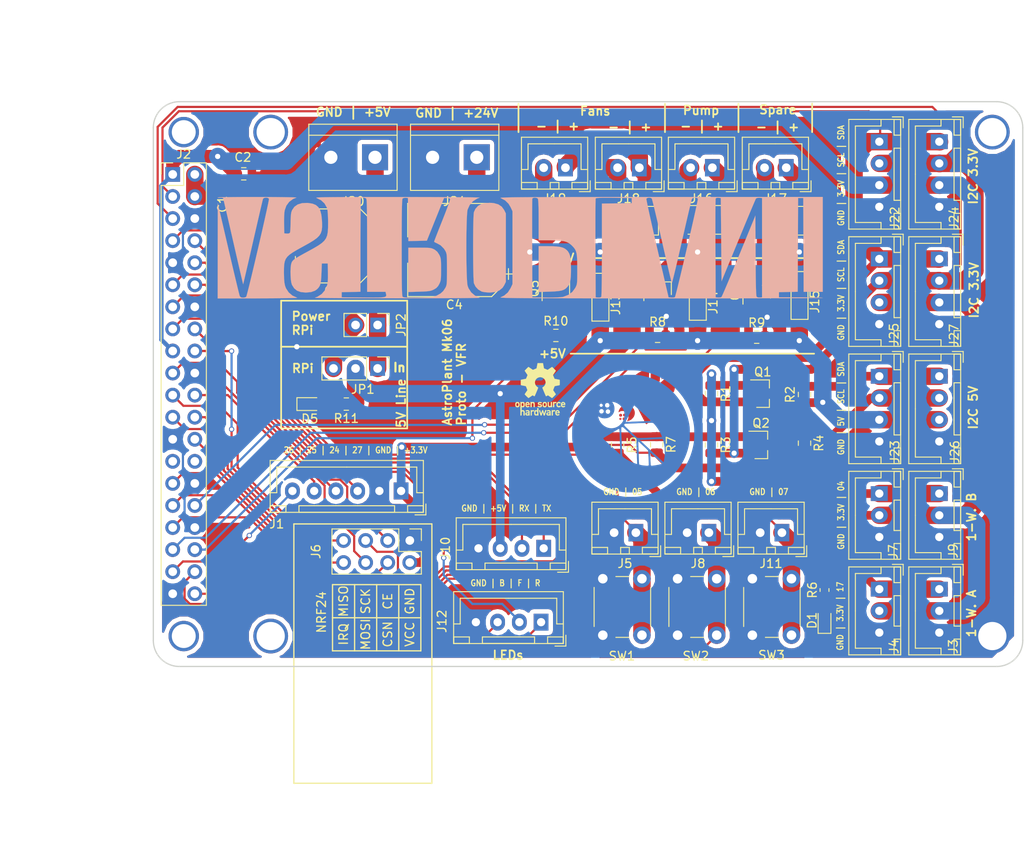
<source format=kicad_pcb>
(kicad_pcb (version 20171130) (host pcbnew 5.0.0)
  (title_block (date 2018-02-21) (rev 0.5))
  (layers (0 F.Cu signal) (31 B.Cu signal) (34 B.Paste user) (35 F.Paste user) (36 B.SilkS user) (37 F.SilkS user) (38 B.Mask user) (39 F.Mask user) (44 Edge.Cuts user))
  (net 0 "")
  (net 1 +5V)
  (net 2 GND)
  (net 3 "Net-(D1-Pad2)")
  (net 4 "Net-(D2-Pad2)")
  (net 5 "Net-(D3-Pad1)")
  (net 6 "Net-(D3-Pad2)")
  (net 7 "Net-(D4-Pad2)")
  (net 8 "Net-(D5-Pad2)")
  (net 9 +3V3)
  (net 10 SDA)
  (net 11 SCL)
  (net 12 SDA_5V)
  (net 13 SCL_5V)
  (net 14 TX)
  (net 15 RX)
  (net 16 MISO)
  (net 17 CE0)
  (net 18 MOSI)
  (net 19 SCLK)
  (net 20 GPIO4)
  (net 21 GPIO17)
  (net 22 GPIO24)
  (net 23 GPIO25)
  (net 24 GPIO26)
  (net 25 GPIO27)
  (net 26 GPIO12)
  (net 27 GPIO18)
  (net 28 GPIO19)
  (net 29 GPIO20)
  (net 30 GPIO16)
  (net 31 GPIO21)
  (net 32 GPIO6)
  (net 33 GPIO13)
  (net 34 GPIO22)
  (net 35 GPIO23)
  (net 36 GPIO5)
  (net 37 "Net-(D2-Pad1)")
  (net 38 "Net-(D4-Pad1)")
  (net 39 GPIO7)
  (net 40 5V_RPi)
  (net 41 5V_IN)
  (net 42 +24V)
  (net 43 "Net-(J2-Pad27)")
  (net 44 "Net-(J2-Pad28)")
  (module Connector_JST:JST_XH_B04B-XH-A_1x04_P2.50mm_Vertical (layer F.Cu) (at 144.6 94.9 180)
    (fp_text reference J12 (at 11.4 0.1 270) (layer F.SilkS))
    (fp_text value JST-XH_LED_GND)
    (pad 1 thru_hole rect (at 0 0 180) (size 1.7 1.95) (drill 0.95) (layers *.Cu *.Mask) (net 29 GPIO20))
    (pad 2 thru_hole oval (at 2.5 0 180) (size 1.7 1.95) (drill 0.95) (layers *.Cu *.Mask) (net 27 GPIO18))
    (pad 3 thru_hole oval (at 5 0 180) (size 1.7 1.95) (drill 0.95) (layers *.Cu *.Mask) (net 31 GPIO21))
    (pad 4 thru_hole oval (at 7.5 0 180) (size 1.7 1.95) (drill 0.95) (layers *.Cu *.Mask) (net 2 GND))
  )
  (module Capacitor_SMD:C_0805_2012Metric (layer F.Cu) (at 109.6 46.8 90)
    (fp_text reference C1 (at 0 -1.65 90) (layer F.SilkS))
    (fp_text value 0.1uF)
    (pad 2 smd roundrect (at 0.9375 0 90) (size 0.975 1.4) (layers F.Cu F.Paste F.Mask) (net 40 5V_RPi))
    (pad 1 smd roundrect (at -0.9375 0 90) (size 0.975 1.4) (layers F.Cu F.Paste F.Mask) (net 2 GND))
  )
  (module Capacitor_SMD:C_0805_2012Metric (layer F.Cu) (at 110.4 43.3 180)
    (fp_text reference C2 (at 0.1 1.9 180) (layer F.SilkS))
    (fp_text value 0.1uF)
    (pad 1 smd roundrect (at -0.9375 0 180) (size 0.975 1.4) (layers F.Cu F.Paste F.Mask) (net 2 GND))
    (pad 2 smd roundrect (at 0.9375 0 180) (size 0.975 1.4) (layers F.Cu F.Paste F.Mask) (net 9 +3V3))
  )
  (module Capacitor_SMD:CP_Elec_8x6.9 (layer F.Cu) (at 120.6 51.6 180)
    (fp_text reference C3 (at 0 -5.2 180) (layer F.SilkS))
    (fp_text value 470uF)
    (pad 1 smd rect (at -3.475 0 180) (size 4.15 1.9) (layers F.Cu F.Paste F.Mask) (net 41 5V_IN))
    (pad 2 smd rect (at 3.475 0 180) (size 4.15 1.9) (layers F.Cu F.Paste F.Mask) (net 2 GND))
  )
  (module LED_SMD:LED_0603_1608Metric (layer F.Cu) (at 177.2 94.7 90)
    (fp_text reference D1 (at 0 -1.43 90) (layer F.SilkS))
    (fp_text value LED_Blue)
    (pad 2 smd roundrect (at 0.7875 0 90) (size 0.875 0.95) (layers F.Cu F.Paste F.Mask) (net 3 "Net-(D1-Pad2)"))
    (pad 1 smd roundrect (at -0.7875 0 90) (size 0.875 0.95) (layers F.Cu F.Paste F.Mask) (net 2 GND))
  )
  (module Diode_SMD:D_SMA (layer F.Cu) (at 163.5 48.6 180)
    (fp_text reference D2 (at 0 -2.5 180) (layer F.SilkS))
    (fp_text value S1A)
    (pad 1 smd rect (at -2 0 180) (size 2.5 1.8) (layers F.Cu F.Paste F.Mask) (net 37 "Net-(D2-Pad1)"))
    (pad 2 smd rect (at 2 0 180) (size 2.5 1.8) (layers F.Cu F.Paste F.Mask) (net 4 "Net-(D2-Pad2)"))
  )
  (module Diode_SMD:D_SMA (layer F.Cu) (at 172.4 48.7 180)
    (fp_text reference D3 (at 0 -2.5 180) (layer F.SilkS))
    (fp_text value S1A)
    (pad 2 smd rect (at 2 0 180) (size 2.5 1.8) (layers F.Cu F.Paste F.Mask) (net 6 "Net-(D3-Pad2)"))
    (pad 1 smd rect (at -2 0 180) (size 2.5 1.8) (layers F.Cu F.Paste F.Mask) (net 5 "Net-(D3-Pad1)"))
  )
  (module Diode_SMD:D_SMA (layer F.Cu) (at 154.7 48.7 180)
    (fp_text reference D4 (at 0 -2.5 180) (layer F.SilkS))
    (fp_text value S1A)
    (pad 1 smd rect (at -2 0 180) (size 2.5 1.8) (layers F.Cu F.Paste F.Mask) (net 38 "Net-(D4-Pad1)"))
    (pad 2 smd rect (at 2 0 180) (size 2.5 1.8) (layers F.Cu F.Paste F.Mask) (net 7 "Net-(D4-Pad2)"))
  )
  (module LED_SMD:LED_0603_1608Metric (layer F.Cu) (at 118 69.8)
    (fp_text reference D5 (at 0 1.7) (layer F.SilkS))
    (fp_text value LED_Amber)
    (pad 1 smd roundrect (at -0.7875 0) (size 0.875 0.95) (layers F.Cu F.Paste F.Mask) (net 2 GND))
    (pad 2 smd roundrect (at 0.7875 0) (size 0.875 0.95) (layers F.Cu F.Paste F.Mask) (net 8 "Net-(D5-Pad2)"))
  )
  (module Connector_JST:JST_XH_B06B-XH-A_1x06_P2.50mm_Vertical (layer F.Cu) (at 128.5 79.8 180)
    (fp_text reference J1 (at 14.3 -3.8 180) (layer F.SilkS))
    (fp_text value JST_XH_Relays)
    (pad 1 thru_hole rect (at 0 0 180) (size 1.7 1.95) (drill 0.95) (layers *.Cu *.Mask) (net 9 +3V3))
    (pad 2 thru_hole oval (at 2.5 0 180) (size 1.7 1.95) (drill 0.95) (layers *.Cu *.Mask) (net 2 GND))
    (pad 3 thru_hole oval (at 5 0 180) (size 1.7 1.95) (drill 0.95) (layers *.Cu *.Mask) (net 25 GPIO27))
    (pad 4 thru_hole oval (at 7.5 0 180) (size 1.7 1.95) (drill 0.95) (layers *.Cu *.Mask) (net 22 GPIO24))
    (pad 5 thru_hole oval (at 10 0 180) (size 1.7 1.95) (drill 0.95) (layers *.Cu *.Mask) (net 23 GPIO25))
    (pad 6 thru_hole oval (at 12.5 0 180) (size 1.7 1.95) (drill 0.95) (layers *.Cu *.Mask) (net 24 GPIO26))
  )
  (module footprints:Pin_Header_Straight_2x20_Pitch2.54mm (layer F.Cu) (at 103.5 67.5)
    (fp_text reference J2 (at 0 -26.46) (layer F.SilkS))
    (fp_text value "2x40 2.5mm Header" hide)
    (pad 1 thru_hole rect (at -1.27 -24.13) (size 1.7 1.7) (drill 1) (layers *.Cu *.Mask) (net 9 +3V3))
    (pad 2 thru_hole oval (at 1.27 -24.13) (size 1.7 1.7) (drill 1) (layers *.Cu *.Mask) (net 40 5V_RPi))
    (pad 3 thru_hole oval (at -1.27 -21.59) (size 1.7 1.7) (drill 1) (layers *.Cu *.Mask) (net 10 SDA))
    (pad 4 thru_hole oval (at 1.27 -21.59) (size 1.7 1.7) (drill 1) (layers *.Cu *.Mask) (net 40 5V_RPi))
    (pad 5 thru_hole oval (at -1.27 -19.05) (size 1.7 1.7) (drill 1) (layers *.Cu *.Mask) (net 11 SCL))
    (pad 6 thru_hole oval (at 1.27 -19.05) (size 1.7 1.7) (drill 1) (layers *.Cu *.Mask) (net 2 GND))
    (pad 7 thru_hole oval (at -1.27 -16.51) (size 1.7 1.7) (drill 1) (layers *.Cu *.Mask) (net 20 GPIO4))
    (pad 8 thru_hole oval (at 1.27 -16.51) (size 1.7 1.7) (drill 1) (layers *.Cu *.Mask) (net 14 TX))
    (pad 9 thru_hole oval (at -1.27 -13.97) (size 1.7 1.7) (drill 1) (layers *.Cu *.Mask) (net 2 GND))
    (pad 10 thru_hole oval (at 1.27 -13.97) (size 1.7 1.7) (drill 1) (layers *.Cu *.Mask) (net 15 RX))
    (pad 11 thru_hole oval (at -1.27 -11.43) (size 1.7 1.7) (drill 1) (layers *.Cu *.Mask) (net 21 GPIO17))
    (pad 12 thru_hole oval (at 1.27 -11.43) (size 1.7 1.7) (drill 1) (layers *.Cu *.Mask) (net 27 GPIO18))
    (pad 13 thru_hole oval (at -1.27 -8.89) (size 1.7 1.7) (drill 1) (layers *.Cu *.Mask) (net 25 GPIO27))
    (pad 14 thru_hole oval (at 1.27 -8.89) (size 1.7 1.7) (drill 1) (layers *.Cu *.Mask) (net 2 GND))
    (pad 15 thru_hole oval (at -1.27 -6.35) (size 1.7 1.7) (drill 1) (layers *.Cu *.Mask) (net 34 GPIO22))
    (pad 16 thru_hole oval (at 1.27 -6.35) (size 1.7 1.7) (drill 1) (layers *.Cu *.Mask) (net 35 GPIO23))
    (pad 17 thru_hole oval (at -1.27 -3.81) (size 1.7 1.7) (drill 1) (layers *.Cu *.Mask) (net 9 +3V3))
    (pad 18 thru_hole oval (at 1.27 -3.81) (size 1.7 1.7) (drill 1) (layers *.Cu *.Mask) (net 22 GPIO24))
    (pad 19 thru_hole oval (at -1.27 -1.27) (size 1.7 1.7) (drill 1) (layers *.Cu *.Mask) (net 18 MOSI))
    (pad 20 thru_hole oval (at 1.27 -1.27) (size 1.7 1.7) (drill 1) (layers *.Cu *.Mask) (net 2 GND))
    (pad 21 thru_hole oval (at -1.27 1.27) (size 1.7 1.7) (drill 1) (layers *.Cu *.Mask) (net 16 MISO))
    (pad 22 thru_hole oval (at 1.27 1.27) (size 1.7 1.7) (drill 1) (layers *.Cu *.Mask) (net 23 GPIO25))
    (pad 23 thru_hole oval (at -1.27 3.81) (size 1.7 1.7) (drill 1) (layers *.Cu *.Mask) (net 19 SCLK))
    (pad 24 thru_hole oval (at 1.27 3.81) (size 1.7 1.7) (drill 1) (layers *.Cu *.Mask) (net 17 CE0))
    (pad 25 thru_hole oval (at -1.27 6.35) (size 1.7 1.7) (drill 1) (layers *.Cu *.Mask) (net 2 GND))
    (pad 26 thru_hole oval (at 1.27 6.35) (size 1.7 1.7) (drill 1) (layers *.Cu *.Mask) (net 39 GPIO7))
    (pad 27 thru_hole oval (at -1.27 8.89) (size 1.7 1.7) (drill 1) (layers *.Cu *.Mask) (net 43 "Net-(J2-Pad27)"))
    (pad 28 thru_hole oval (at 1.27 8.89) (size 1.7 1.7) (drill 1) (layers *.Cu *.Mask) (net 44 "Net-(J2-Pad28)"))
    (pad 29 thru_hole oval (at -1.27 11.43) (size 1.7 1.7) (drill 1) (layers *.Cu *.Mask) (net 36 GPIO5))
    (pad 30 thru_hole oval (at 1.27 11.43) (size 1.7 1.7) (drill 1) (layers *.Cu *.Mask) (net 2 GND))
    (pad 31 thru_hole oval (at -1.27 13.97) (size 1.7 1.7) (drill 1) (layers *.Cu *.Mask) (net 32 GPIO6))
    (pad 32 thru_hole oval (at 1.27 13.97) (size 1.7 1.7) (drill 1) (layers *.Cu *.Mask) (net 26 GPIO12))
    (pad 33 thru_hole oval (at -1.27 16.51) (size 1.7 1.7) (drill 1) (layers *.Cu *.Mask) (net 33 GPIO13))
    (pad 34 thru_hole oval (at 1.27 16.51) (size 1.7 1.7) (drill 1) (layers *.Cu *.Mask) (net 2 GND))
    (pad 35 thru_hole oval (at -1.27 19.05) (size 1.7 1.7) (drill 1) (layers *.Cu *.Mask) (net 28 GPIO19))
    (pad 36 thru_hole oval (at 1.27 19.05) (size 1.7 1.7) (drill 1) (layers *.Cu *.Mask) (net 30 GPIO16))
    (pad 37 thru_hole oval (at -1.27 21.59) (size 1.7 1.7) (drill 1) (layers *.Cu *.Mask) (net 24 GPIO26))
    (pad 38 thru_hole oval (at 1.27 21.59) (size 1.7 1.7) (drill 1) (layers *.Cu *.Mask) (net 29 GPIO20))
    (pad 39 thru_hole oval (at -1.27 24.13) (size 1.7 1.7) (drill 1) (layers *.Cu *.Mask) (net 2 GND))
    (pad 40 thru_hole oval (at 1.27 24.13) (size 1.7 1.7) (drill 1) (layers *.Cu *.Mask) (net 31 GPIO21))
  )
  (module Connector_JST:JST_XH_B03B-XH-A_1x03_P2.50mm_Vertical (layer F.Cu) (at 190.4 91.1 270)
    (fp_text reference J3 (at 6.6 -1.6 90) (layer F.SilkS))
    (fp_text value JST-XH_3)
    (pad 3 thru_hole oval (at 5 0 270) (size 1.7 1.95) (drill 0.95) (layers *.Cu *.Mask) (net 2 GND))
    (pad 2 thru_hole oval (at 2.5 0 270) (size 1.7 1.95) (drill 0.95) (layers *.Cu *.Mask) (net 9 +3V3))
    (pad 1 thru_hole rect (at 0 0 270) (size 1.7 1.95) (drill 0.95) (layers *.Cu *.Mask) (net 21 GPIO17))
  )
  (module Connector_JST:JST_XH_B03B-XH-A_1x03_P2.50mm_Vertical (layer F.Cu) (at 183.5 91.1 270)
    (fp_text reference J4 (at 6.6 -1.7 270) (layer F.SilkS))
    (fp_text value JST-XH_3)
    (pad 3 thru_hole oval (at 5 0 270) (size 1.7 1.95) (drill 0.95) (layers *.Cu *.Mask) (net 2 GND))
    (pad 2 thru_hole oval (at 2.5 0 270) (size 1.7 1.95) (drill 0.95) (layers *.Cu *.Mask) (net 9 +3V3))
    (pad 1 thru_hole rect (at 0 0 270) (size 1.7 1.95) (drill 0.95) (layers *.Cu *.Mask) (net 21 GPIO17))
  )
  (module Connector_JST:JST_XH_B02B-XH-A_1x02_P2.50mm_Vertical (layer F.Cu) (at 155.5 84.6 180)
    (fp_text reference J5 (at 1.25 -3.55 180) (layer F.SilkS))
    (fp_text value JST_HX_2)
    (pad 2 thru_hole oval (at 2.5 0 180) (size 1.7 2) (drill 1) (layers *.Cu *.Mask) (net 2 GND))
    (pad 1 thru_hole rect (at 0 0 180) (size 1.7 2) (drill 1) (layers *.Cu *.Mask) (net 36 GPIO5))
  )
  (module footprints:Pin_Header_Straight_2x04_Pitch2.54mm (layer F.Cu) (at 129.5 85.5 270)
    (fp_text reference J6 (at 1.27 10.795 270) (layer F.SilkS))
    (fp_text value Conn_02x04_Odd_Even)
    (fp_text user IRQ (at 10.795 7.62 270) (layer F.SilkS))
    (fp_text user MISO (at 6.985 7.62 270) (layer F.SilkS))
    (fp_text user MOSI (at 10.795 5.08 270) (layer F.SilkS))
    (fp_text user SCK (at 6.985 5.08 270) (layer F.SilkS))
    (fp_text user CE (at 6.985 2.54 270) (layer F.SilkS))
    (fp_text user CSN (at 10.795 2.54 270) (layer F.SilkS))
    (fp_text user VCC (at 10.795 0 270) (layer F.SilkS))
    (fp_text user GND (at 6.985 0 270) (layer F.SilkS))
    (fp_text user NRF24 (at 8.255 10.16 270) (layer F.SilkS))
    (pad 1 thru_hole rect (at 0 0 270) (size 1.7 1.7) (drill 1) (layers *.Cu *.Mask) (net 2 GND))
    (pad 2 thru_hole oval (at 2.54 0 270) (size 1.7 1.7) (drill 1) (layers *.Cu *.Mask) (net 9 +3V3))
    (pad 3 thru_hole oval (at 0 2.54 270) (size 1.7 1.7) (drill 1) (layers *.Cu *.Mask) (net 34 GPIO22))
    (pad 4 thru_hole oval (at 2.54 2.54 270) (size 1.7 1.7) (drill 1) (layers *.Cu *.Mask) (net 17 CE0))
    (pad 5 thru_hole oval (at 0 5.08 270) (size 1.7 1.7) (drill 1) (layers *.Cu *.Mask) (net 19 SCLK))
    (pad 6 thru_hole oval (at 2.54 5.08 270) (size 1.7 1.7) (drill 1) (layers *.Cu *.Mask) (net 18 MOSI))
    (pad 7 thru_hole oval (at 0 7.62 270) (size 1.7 1.7) (drill 1) (layers *.Cu *.Mask) (net 16 MISO))
    (pad 8 thru_hole oval (at 2.54 7.62 270) (size 1.7 1.7) (drill 1) (layers *.Cu *.Mask) (net 35 GPIO23))
  )
  (module Connector_JST:JST_XH_B03B-XH-A_1x03_P2.50mm_Vertical (layer F.Cu) (at 183.5 80.1 270)
    (fp_text reference J7 (at 6.7 -1.6 270) (layer F.SilkS))
    (fp_text value JST-XH_3)
    (pad 1 thru_hole rect (at 0 0 270) (size 1.7 1.95) (drill 0.95) (layers *.Cu *.Mask) (net 20 GPIO4))
    (pad 2 thru_hole oval (at 2.5 0 270) (size 1.7 1.95) (drill 0.95) (layers *.Cu *.Mask) (net 9 +3V3))
    (pad 3 thru_hole oval (at 5 0 270) (size 1.7 1.95) (drill 0.95) (layers *.Cu *.Mask) (net 2 GND))
  )
  (module Connector_JST:JST_XH_B02B-XH-A_1x02_P2.50mm_Vertical (layer F.Cu) (at 163.9 84.6 180)
    (fp_text reference J8 (at 1.25 -3.55 180) (layer F.SilkS))
    (fp_text value JST_HX_2)
    (pad 1 thru_hole rect (at 0 0 180) (size 1.7 2) (drill 1) (layers *.Cu *.Mask) (net 32 GPIO6))
    (pad 2 thru_hole oval (at 2.5 0 180) (size 1.7 2) (drill 1) (layers *.Cu *.Mask) (net 2 GND))
  )
  (module Connector_JST:JST_XH_B03B-XH-A_1x03_P2.50mm_Vertical (layer F.Cu) (at 190.4 80.1 270)
    (fp_text reference J9 (at 6.6 -1.6 270) (layer F.SilkS))
    (fp_text value JST-XH_3)
    (pad 1 thru_hole rect (at 0 0 270) (size 1.7 1.95) (drill 0.95) (layers *.Cu *.Mask) (net 20 GPIO4))
    (pad 2 thru_hole oval (at 2.5 0 270) (size 1.7 1.95) (drill 0.95) (layers *.Cu *.Mask) (net 9 +3V3))
    (pad 3 thru_hole oval (at 5 0 270) (size 1.7 1.95) (drill 0.95) (layers *.Cu *.Mask) (net 2 GND))
  )
  (module Connector_JST:JST_XH_B04B-XH-A_1x04_P2.50mm_Vertical (layer F.Cu) (at 144.9 86.4 180)
    (fp_text reference J10 (at 11.3 0 270) (layer F.SilkS))
    (fp_text value JST_XH_UART)
    (pad 4 thru_hole oval (at 7.5 0 180) (size 1.7 1.95) (drill 0.95) (layers *.Cu *.Mask) (net 2 GND))
    (pad 3 thru_hole oval (at 5 0 180) (size 1.7 1.95) (drill 0.95) (layers *.Cu *.Mask) (net 1 +5V))
    (pad 2 thru_hole oval (at 2.5 0 180) (size 1.7 1.95) (drill 0.95) (layers *.Cu *.Mask) (net 15 RX))
    (pad 1 thru_hole rect (at 0 0 180) (size 1.7 1.95) (drill 0.95) (layers *.Cu *.Mask) (net 14 TX))
  )
  (module Connector_JST:JST_XH_B02B-XH-A_1x02_P2.50mm_Vertical (layer F.Cu) (at 172.3 84.6 180)
    (fp_text reference J11 (at 1.25 -3.55 180) (layer F.SilkS))
    (fp_text value JST_HX_2)
    (pad 2 thru_hole oval (at 2.5 0 180) (size 1.7 2) (drill 1) (layers *.Cu *.Mask) (net 2 GND))
    (pad 1 thru_hole rect (at 0 0 180) (size 1.7 2) (drill 1) (layers *.Cu *.Mask) (net 39 GPIO7))
  )
  (module Jumper:SolderJumper-3_P2.0mm_Open_TrianglePad1.0x1.5mm (layer F.Cu) (at 151.4 57.5 270)
    (fp_text reference J13 (at 0.725 -1.775 270) (layer F.SilkS))
    (fp_text value GS3)
    (pad 1 smd custom (at -2 0 270) (size 0.3 0.3) (layers F.Cu F.Mask) (net 42 +24V) (options (clearance outline) (anchor rect)) (primitives (gr_poly (pts (xy -0.5 -0.75) (xy 0.5 -0.75) (xy 1 0) (xy 0.5 0.75) (xy -0.5 0.75)) (width 0))))
    (pad 2 smd custom (at 0 0 270) (size 0.3 0.3) (layers F.Cu) (net 38 "Net-(D4-Pad1)") (options (clearance outline) (anchor rect)) (primitives (gr_poly (pts (xy -1.2 -0.75) (xy 1.2 -0.75) (xy 0.7 0) (xy 1.2 0.75) (xy -1.2 0.75) (xy -0.7 0)) (width 0))))
    (pad 3 smd custom (at 2 0 90) (size 0.3 0.3) (layers F.Cu F.Mask) (net 1 +5V) (options (clearance outline) (anchor rect)) (primitives (gr_poly (pts (xy -0.5 -0.75) (xy 0.5 -0.75) (xy 1 0) (xy 0.5 0.75) (xy -0.5 0.75)) (width 0))))
  )
  (module Jumper:SolderJumper-3_P2.0mm_Open_TrianglePad1.0x1.5mm (layer F.Cu) (at 162.6 57.4 270)
    (fp_text reference J14 (at 0.725 -1.775 270) (layer F.SilkS))
    (fp_text value GS3)
    (pad 3 smd custom (at 2 0 90) (size 0.3 0.3) (layers F.Cu F.Mask) (net 1 +5V) (options (clearance outline) (anchor rect)) (primitives (gr_poly (pts (xy -0.5 -0.75) (xy 0.5 -0.75) (xy 1 0) (xy 0.5 0.75) (xy -0.5 0.75)) (width 0))))
    (pad 2 smd custom (at 0 0 270) (size 0.3 0.3) (layers F.Cu) (net 37 "Net-(D2-Pad1)") (options (clearance outline) (anchor rect)) (primitives (gr_poly (pts (xy -1.2 -0.75) (xy 1.2 -0.75) (xy 0.7 0) (xy 1.2 0.75) (xy -1.2 0.75) (xy -0.7 0)) (width 0))))
    (pad 1 smd custom (at -2 0 270) (size 0.3 0.3) (layers F.Cu F.Mask) (net 42 +24V) (options (clearance outline) (anchor rect)) (primitives (gr_poly (pts (xy -0.5 -0.75) (xy 0.5 -0.75) (xy 1 0) (xy 0.5 0.75) (xy -0.5 0.75)) (width 0))))
  )
  (module Jumper:SolderJumper-3_P2.0mm_Open_TrianglePad1.0x1.5mm (layer F.Cu) (at 174.3 57.3 270)
    (fp_text reference J15 (at 0.725 -1.775 270) (layer F.SilkS))
    (fp_text value GS3)
    (pad 1 smd custom (at -2 0 270) (size 0.3 0.3) (layers F.Cu F.Mask) (net 42 +24V) (options (clearance outline) (anchor rect)) (primitives (gr_poly (pts (xy -0.5 -0.75) (xy 0.5 -0.75) (xy 1 0) (xy 0.5 0.75) (xy -0.5 0.75)) (width 0))))
    (pad 2 smd custom (at 0 0 270) (size 0.3 0.3) (layers F.Cu) (net 5 "Net-(D3-Pad1)") (options (clearance outline) (anchor rect)) (primitives (gr_poly (pts (xy -1.2 -0.75) (xy 1.2 -0.75) (xy 0.7 0) (xy 1.2 0.75) (xy -1.2 0.75) (xy -0.7 0)) (width 0))))
    (pad 3 smd custom (at 2 0 90) (size 0.3 0.3) (layers F.Cu F.Mask) (net 1 +5V) (options (clearance outline) (anchor rect)) (primitives (gr_poly (pts (xy -0.5 -0.75) (xy 0.5 -0.75) (xy 1 0) (xy 0.5 0.75) (xy -0.5 0.75)) (width 0))))
  )
  (module Connector_JST:JST_XH_B02B-XH-A_1x02_P2.50mm_Vertical (layer F.Cu) (at 164.3 42.6 180)
    (fp_text reference J16 (at 1.25 -3.55 180) (layer F.SilkS))
    (fp_text value JST_HX_2)
    (pad 1 thru_hole rect (at 0 0 180) (size 1.7 2) (drill 1) (layers *.Cu *.Mask) (net 37 "Net-(D2-Pad1)"))
    (pad 2 thru_hole oval (at 2.5 0 180) (size 1.7 2) (drill 1) (layers *.Cu *.Mask) (net 4 "Net-(D2-Pad2)"))
  )
  (module Connector_JST:JST_XH_B02B-XH-A_1x02_P2.50mm_Vertical (layer F.Cu) (at 172.8 42.6 180)
    (fp_text reference J17 (at 1.25 -3.55 180) (layer F.SilkS))
    (fp_text value JST_HX_2)
    (pad 1 thru_hole rect (at 0 0 180) (size 1.7 2) (drill 1) (layers *.Cu *.Mask) (net 5 "Net-(D3-Pad1)"))
    (pad 2 thru_hole oval (at 2.5 0 180) (size 1.7 2) (drill 1) (layers *.Cu *.Mask) (net 6 "Net-(D3-Pad2)"))
  )
  (module Connector_JST:JST_XH_B02B-XH-A_1x02_P2.50mm_Vertical (layer F.Cu) (at 155.9 42.6 180)
    (fp_text reference J18 (at 1.25 -3.55 180) (layer F.SilkS))
    (fp_text value JST_HX_2)
    (pad 1 thru_hole rect (at 0 0 180) (size 1.7 2) (drill 1) (layers *.Cu *.Mask) (net 38 "Net-(D4-Pad1)"))
    (pad 2 thru_hole oval (at 2.5 0 180) (size 1.7 2) (drill 1) (layers *.Cu *.Mask) (net 7 "Net-(D4-Pad2)"))
  )
  (module Connector_JST:JST_XH_B02B-XH-A_1x02_P2.50mm_Vertical (layer F.Cu) (at 147.4 42.6 180)
    (fp_text reference J19 (at 1.25 -3.55 180) (layer F.SilkS))
    (fp_text value JST_HX_2)
    (pad 2 thru_hole oval (at 2.5 0 180) (size 1.7 2) (drill 1) (layers *.Cu *.Mask) (net 7 "Net-(D4-Pad2)"))
    (pad 1 thru_hole rect (at 0 0 180) (size 1.7 2) (drill 1) (layers *.Cu *.Mask) (net 38 "Net-(D4-Pad1)"))
  )
  (module Connector_JST:JST_XH_B04B-XH-A_1x04_P2.50mm_Vertical (layer F.Cu) (at 183.5 39.6 270)
    (fp_text reference J22 (at 8.8 -1.8 270) (layer F.SilkS))
    (fp_text value JST_XH_I2C)
    (pad 4 thru_hole oval (at 7.5 0 270) (size 1.7 1.95) (drill 0.95) (layers *.Cu *.Mask) (net 2 GND))
    (pad 3 thru_hole oval (at 5 0 270) (size 1.7 1.95) (drill 0.95) (layers *.Cu *.Mask) (net 9 +3V3))
    (pad 2 thru_hole oval (at 2.5 0 270) (size 1.7 1.95) (drill 0.95) (layers *.Cu *.Mask) (net 11 SCL))
    (pad 1 thru_hole rect (at 0 0 270) (size 1.7 1.95) (drill 0.95) (layers *.Cu *.Mask) (net 10 SDA))
  )
  (module Connector_JST:JST_XH_B04B-XH-A_1x04_P2.50mm_Vertical (layer F.Cu) (at 183.5 66.6 270)
    (fp_text reference J23 (at 8.7 -1.8 270) (layer F.SilkS))
    (fp_text value JST_XH_I2C)
    (pad 1 thru_hole rect (at 0 0 270) (size 1.7 1.95) (drill 0.95) (layers *.Cu *.Mask) (net 12 SDA_5V))
    (pad 2 thru_hole oval (at 2.5 0 270) (size 1.7 1.95) (drill 0.95) (layers *.Cu *.Mask) (net 13 SCL_5V))
    (pad 3 thru_hole oval (at 5 0 270) (size 1.7 1.95) (drill 0.95) (layers *.Cu *.Mask) (net 1 +5V))
    (pad 4 thru_hole oval (at 7.5 0 270) (size 1.7 1.95) (drill 0.95) (layers *.Cu *.Mask) (net 2 GND))
  )
  (module Connector_JST:JST_XH_B04B-XH-A_1x04_P2.50mm_Vertical (layer F.Cu) (at 190.4 39.6 270)
    (fp_text reference J24 (at 8.8 -1.7 270) (layer F.SilkS))
    (fp_text value JST_XH_I2C)
    (pad 1 thru_hole rect (at 0 0 270) (size 1.7 1.95) (drill 0.95) (layers *.Cu *.Mask) (net 10 SDA))
    (pad 2 thru_hole oval (at 2.5 0 270) (size 1.7 1.95) (drill 0.95) (layers *.Cu *.Mask) (net 11 SCL))
    (pad 3 thru_hole oval (at 5 0 270) (size 1.7 1.95) (drill 0.95) (layers *.Cu *.Mask) (net 9 +3V3))
    (pad 4 thru_hole oval (at 7.5 0 270) (size 1.7 1.95) (drill 0.95) (layers *.Cu *.Mask) (net 2 GND))
  )
  (module Connector_JST:JST_XH_B04B-XH-A_1x04_P2.50mm_Vertical (layer F.Cu) (at 183.5 53.1 270)
    (fp_text reference J25 (at 8.7 -1.7 270) (layer F.SilkS))
    (fp_text value JST_XH_I2C)
    (pad 1 thru_hole rect (at 0 0 270) (size 1.7 1.95) (drill 0.95) (layers *.Cu *.Mask) (net 10 SDA))
    (pad 2 thru_hole oval (at 2.5 0 270) (size 1.7 1.95) (drill 0.95) (layers *.Cu *.Mask) (net 11 SCL))
    (pad 3 thru_hole oval (at 5 0 270) (size 1.7 1.95) (drill 0.95) (layers *.Cu *.Mask) (net 9 +3V3))
    (pad 4 thru_hole oval (at 7.5 0 270) (size 1.7 1.95) (drill 0.95) (layers *.Cu *.Mask) (net 2 GND))
  )
  (module Connector_JST:JST_XH_B04B-XH-A_1x04_P2.50mm_Vertical (layer F.Cu) (at 190.4 66.6 270)
    (fp_text reference J26 (at 8.7 -1.8 270) (layer F.SilkS))
    (fp_text value JST_XH_I2C)
    (pad 4 thru_hole oval (at 7.5 0 270) (size 1.7 1.95) (drill 0.95) (layers *.Cu *.Mask) (net 2 GND))
    (pad 3 thru_hole oval (at 5 0 270) (size 1.7 1.95) (drill 0.95) (layers *.Cu *.Mask) (net 1 +5V))
    (pad 2 thru_hole oval (at 2.5 0 270) (size 1.7 1.95) (drill 0.95) (layers *.Cu *.Mask) (net 13 SCL_5V))
    (pad 1 thru_hole rect (at 0 0 270) (size 1.7 1.95) (drill 0.95) (layers *.Cu *.Mask) (net 12 SDA_5V))
  )
  (module Connector_JST:JST_XH_B04B-XH-A_1x04_P2.50mm_Vertical (layer F.Cu) (at 190.4 53.1 270)
    (fp_text reference J27 (at 8.8 -1.7 270) (layer F.SilkS))
    (fp_text value JST_XH_I2C)
    (pad 4 thru_hole oval (at 7.5 0 270) (size 1.7 1.95) (drill 0.95) (layers *.Cu *.Mask) (net 2 GND))
    (pad 3 thru_hole oval (at 5 0 270) (size 1.7 1.95) (drill 0.95) (layers *.Cu *.Mask) (net 9 +3V3))
    (pad 2 thru_hole oval (at 2.5 0 270) (size 1.7 1.95) (drill 0.95) (layers *.Cu *.Mask) (net 11 SCL))
    (pad 1 thru_hole rect (at 0 0 270) (size 1.7 1.95) (drill 0.95) (layers *.Cu *.Mask) (net 10 SDA))
  )
  (module Connector_PinHeader_2.54mm:PinHeader_1x03_P2.54mm_Vertical (layer F.Cu) (at 125.8 65.7 270)
    (fp_text reference JP1 (at 2.4 1.7) (layer F.SilkS))
    (fp_text value Jumper_3_Bridged12)
    (pad 1 thru_hole rect (at 0 0 270) (size 1.7 1.7) (drill 1) (layers *.Cu *.Mask) (net 41 5V_IN))
    (pad 2 thru_hole oval (at 0 2.54 270) (size 1.7 1.7) (drill 1) (layers *.Cu *.Mask) (net 1 +5V))
    (pad 3 thru_hole oval (at 0 5.08 270) (size 1.7 1.7) (drill 1) (layers *.Cu *.Mask) (net 40 5V_RPi))
  )
  (module Connector_PinHeader_2.54mm:PinHeader_1x02_P2.54mm_Vertical (layer F.Cu) (at 125.8 60.7 270)
    (fp_text reference JP2 (at 0 -2.7 90) (layer F.SilkS))
    (fp_text value Jumper_2_Bridged)
    (pad 1 thru_hole rect (at 0 0 270) (size 1.7 1.7) (drill 1) (layers *.Cu *.Mask) (net 41 5V_IN))
    (pad 2 thru_hole oval (at 0 2.54 270) (size 1.7 1.7) (drill 1) (layers *.Cu *.Mask) (net 40 5V_RPi))
  )
  (module Package_TO_SOT_SMD:SOT-23 (layer F.Cu) (at 170.1 68.6)
    (fp_text reference Q1 (at 0 -2.5) (layer F.SilkS))
    (fp_text value IRLML6344TRPBF)
    (pad 1 smd rect (at -1 -0.95) (size 0.9 0.8) (layers F.Cu F.Paste F.Mask) (net 9 +3V3))
    (pad 2 smd rect (at -1 0.95) (size 0.9 0.8) (layers F.Cu F.Paste F.Mask) (net 10 SDA))
    (pad 3 smd rect (at 1 0) (size 0.9 0.8) (layers F.Cu F.Paste F.Mask) (net 12 SDA_5V))
  )
  (module Package_TO_SOT_SMD:SOT-23 (layer F.Cu) (at 169.9 74.5)
    (fp_text reference Q2 (at 0 -2.5) (layer F.SilkS))
    (fp_text value IRLML6344TRPBF)
    (pad 3 smd rect (at 1 0) (size 0.9 0.8) (layers F.Cu F.Paste F.Mask) (net 13 SCL_5V))
    (pad 2 smd rect (at -1 0.95) (size 0.9 0.8) (layers F.Cu F.Paste F.Mask) (net 11 SCL))
    (pad 1 smd rect (at -1 -0.95) (size 0.9 0.8) (layers F.Cu F.Paste F.Mask) (net 9 +3V3))
  )
  (module Package_TO_SOT_SMD:SOT-23 (layer F.Cu) (at 158 56.5 90)
    (fp_text reference Q3 (at 0 -2.5 90) (layer F.SilkS))
    (fp_text value IRLML6344TRPBF)
    (pad 1 smd rect (at -1 -0.95 90) (size 0.9 0.8) (layers F.Cu F.Paste F.Mask) (net 26 GPIO12))
    (pad 2 smd rect (at -1 0.95 90) (size 0.9 0.8) (layers F.Cu F.Paste F.Mask) (net 2 GND))
    (pad 3 smd rect (at 1 0 90) (size 0.9 0.8) (layers F.Cu F.Paste F.Mask) (net 4 "Net-(D2-Pad2)"))
  )
  (module Package_TO_SOT_SMD:SOT-23 (layer F.Cu) (at 169.4 56.9 90)
    (fp_text reference Q4 (at 0 -2.5 90) (layer F.SilkS))
    (fp_text value IRLML6344TRPBF)
    (pad 3 smd rect (at 1 0 90) (size 0.9 0.8) (layers F.Cu F.Paste F.Mask) (net 6 "Net-(D3-Pad2)"))
    (pad 2 smd rect (at -1 0.95 90) (size 0.9 0.8) (layers F.Cu F.Paste F.Mask) (net 2 GND))
    (pad 1 smd rect (at -1 -0.95 90) (size 0.9 0.8) (layers F.Cu F.Paste F.Mask) (net 28 GPIO19))
  )
  (module Package_TO_SOT_SMD:SOT-23 (layer F.Cu) (at 146.3 56.5 90)
    (fp_text reference Q5 (at 0 -2.5 90) (layer F.SilkS))
    (fp_text value IRLML6344TRPBF)
    (pad 1 smd rect (at -1 -0.95 90) (size 0.9 0.8) (layers F.Cu F.Paste F.Mask) (net 30 GPIO16))
    (pad 2 smd rect (at -1 0.95 90) (size 0.9 0.8) (layers F.Cu F.Paste F.Mask) (net 2 GND))
    (pad 3 smd rect (at 1 0 90) (size 0.9 0.8) (layers F.Cu F.Paste F.Mask) (net 7 "Net-(D4-Pad2)"))
  )
  (module Resistor_SMD:R_0805_2012Metric (layer F.Cu) (at 164.2 68.6 270)
    (fp_text reference R1 (at 0 -1.65 270) (layer F.SilkS))
    (fp_text value 10K)
    (pad 2 smd roundrect (at 0.9375 0 270) (size 0.975 1.4) (layers F.Cu F.Paste F.Mask) (net 10 SDA))
    (pad 1 smd roundrect (at -0.9375 0 270) (size 0.975 1.4) (layers F.Cu F.Paste F.Mask) (net 9 +3V3))
  )
  (module Resistor_SMD:R_0805_2012Metric (layer F.Cu) (at 174.9 68.7 90)
    (fp_text reference R2 (at 0 -1.65 90) (layer F.SilkS))
    (fp_text value 10K)
    (pad 1 smd roundrect (at -0.9375 0 90) (size 0.975 1.4) (layers F.Cu F.Paste F.Mask) (net 1 +5V))
    (pad 2 smd roundrect (at 0.9375 0 90) (size 0.975 1.4) (layers F.Cu F.Paste F.Mask) (net 12 SDA_5V))
  )
  (module Resistor_SMD:R_0805_2012Metric (layer F.Cu) (at 164.2 74.5 270)
    (fp_text reference R3 (at 0 -1.65 270) (layer F.SilkS))
    (fp_text value 10K)
    (pad 1 smd roundrect (at -0.9375 0 270) (size 0.975 1.4) (layers F.Cu F.Paste F.Mask) (net 9 +3V3))
    (pad 2 smd roundrect (at 0.9375 0 270) (size 0.975 1.4) (layers F.Cu F.Paste F.Mask) (net 11 SCL))
  )
  (module Resistor_SMD:R_0805_2012Metric (layer F.Cu) (at 174.9 74.3 270)
    (fp_text reference R4 (at 0 -1.65 270) (layer F.SilkS))
    (fp_text value 10K)
    (pad 2 smd roundrect (at 0.9375 0 270) (size 0.975 1.4) (layers F.Cu F.Paste F.Mask) (net 13 SCL_5V))
    (pad 1 smd roundrect (at -0.9375 0 270) (size 0.975 1.4) (layers F.Cu F.Paste F.Mask) (net 1 +5V))
  )
  (module Resistor_SMD:R_0805_2012Metric (layer F.Cu) (at 153.4 74.5 270)
    (fp_text reference R5 (at 0 -1.65 270) (layer F.SilkS))
    (fp_text value 10K)
    (pad 1 smd roundrect (at -0.9375 0 270) (size 0.975 1.4) (layers F.Cu F.Paste F.Mask) (net 9 +3V3))
    (pad 2 smd roundrect (at 0.9375 0 270) (size 0.975 1.4) (layers F.Cu F.Paste F.Mask) (net 21 GPIO17))
  )
  (module Resistor_SMD:R_0603_1608Metric (layer F.Cu) (at 177.2 91.2 270)
    (fp_text reference R6 (at 0 1.4 270) (layer F.SilkS))
    (fp_text value 27)
    (pad 1 smd roundrect (at -0.7875 0 270) (size 0.875 0.95) (layers F.Cu F.Paste F.Mask) (net 33 GPIO13))
    (pad 2 smd roundrect (at 0.7875 0 270) (size 0.875 0.95) (layers F.Cu F.Paste F.Mask) (net 3 "Net-(D1-Pad2)"))
  )
  (module Resistor_SMD:R_0805_2012Metric (layer F.Cu) (at 157.9 74.4625 270)
    (fp_text reference R7 (at 0 -1.65 270) (layer F.SilkS))
    (fp_text value 10K)
    (pad 2 smd roundrect (at 0.9375 0 270) (size 0.975 1.4) (layers F.Cu F.Paste F.Mask) (net 20 GPIO4))
    (pad 1 smd roundrect (at -0.9375 0 270) (size 0.975 1.4) (layers F.Cu F.Paste F.Mask) (net 9 +3V3))
  )
  (module Resistor_SMD:R_0805_2012Metric (layer F.Cu) (at 158 62)
    (fp_text reference R8 (at 0 -1.65) (layer F.SilkS))
    (fp_text value 100K)
    (pad 2 smd roundrect (at 0.9375 0) (size 0.975 1.4) (layers F.Cu F.Paste F.Mask) (net 2 GND))
    (pad 1 smd roundrect (at -0.9375 0) (size 0.975 1.4) (layers F.Cu F.Paste F.Mask) (net 26 GPIO12))
  )
  (module Resistor_SMD:R_0805_2012Metric (layer F.Cu) (at 169.4 62.1)
    (fp_text reference R9 (at 0 -1.65) (layer F.SilkS))
    (fp_text value 100K)
    (pad 1 smd roundrect (at -0.9375 0) (size 0.975 1.4) (layers F.Cu F.Paste F.Mask) (net 28 GPIO19))
    (pad 2 smd roundrect (at 0.9375 0) (size 0.975 1.4) (layers F.Cu F.Paste F.Mask) (net 2 GND))
  )
  (module Resistor_SMD:R_0805_2012Metric (layer F.Cu) (at 146.3 61.9)
    (fp_text reference R10 (at 0 -1.65) (layer F.SilkS))
    (fp_text value 100K)
    (pad 2 smd roundrect (at 0.9375 0) (size 0.975 1.4) (layers F.Cu F.Paste F.Mask) (net 2 GND))
    (pad 1 smd roundrect (at -0.9375 0) (size 0.975 1.4) (layers F.Cu F.Paste F.Mask) (net 30 GPIO16))
  )
  (module Resistor_SMD:R_0805_2012Metric (layer F.Cu) (at 122.2 69.8 180)
    (fp_text reference R11 (at 0 -1.65 180) (layer F.SilkS))
    (fp_text value 180)
    (pad 1 smd roundrect (at -0.9375 0 180) (size 0.975 1.4) (layers F.Cu F.Paste F.Mask) (net 1 +5V))
    (pad 2 smd roundrect (at 0.9375 0 180) (size 0.975 1.4) (layers F.Cu F.Paste F.Mask) (net 8 "Net-(D5-Pad2)"))
  )
  (module Button_Switch_THT:SW_PUSH_6mm (layer F.Cu) (at 156.2 89.9 270)
    (fp_text reference SW1 (at 8.9 2.3 180) (layer F.SilkS))
    (fp_text value SW_Push)
    (pad 2 thru_hole circle (at 0 4.5) (size 2 2) (drill 1.1) (layers *.Cu *.Mask) (net 2 GND))
    (pad 1 thru_hole circle (at 0 0) (size 2 2) (drill 1.1) (layers *.Cu *.Mask) (net 36 GPIO5))
    (pad 2 thru_hole circle (at 6.5 4.5) (size 2 2) (drill 1.1) (layers *.Cu *.Mask) (net 2 GND))
    (pad 1 thru_hole circle (at 6.5 0) (size 2 2) (drill 1.1) (layers *.Cu *.Mask) (net 36 GPIO5))
  )
  (module Button_Switch_THT:SW_PUSH_6mm (layer F.Cu) (at 164.8 89.9 270)
    (fp_text reference SW2 (at 8.9 2.4) (layer F.SilkS))
    (fp_text value SW_Push)
    (pad 2 thru_hole circle (at 0 4.5) (size 2 2) (drill 1.1) (layers *.Cu *.Mask) (net 2 GND))
    (pad 1 thru_hole circle (at 0 0) (size 2 2) (drill 1.1) (layers *.Cu *.Mask) (net 32 GPIO6))
    (pad 2 thru_hole circle (at 6.5 4.5) (size 2 2) (drill 1.1) (layers *.Cu *.Mask) (net 2 GND))
    (pad 1 thru_hole circle (at 6.5 0) (size 2 2) (drill 1.1) (layers *.Cu *.Mask) (net 32 GPIO6))
  )
  (module Button_Switch_THT:SW_PUSH_6mm (layer F.Cu) (at 173.4 89.9 270)
    (fp_text reference SW3 (at 8.8 2.3) (layer F.SilkS))
    (fp_text value SW_Push)
    (pad 1 thru_hole circle (at 6.5 0) (size 2 2) (drill 1.1) (layers *.Cu *.Mask) (net 39 GPIO7))
    (pad 2 thru_hole circle (at 6.5 4.5) (size 2 2) (drill 1.1) (layers *.Cu *.Mask) (net 2 GND))
    (pad 1 thru_hole circle (at 0 0) (size 2 2) (drill 1.1) (layers *.Cu *.Mask) (net 39 GPIO7))
    (pad 2 thru_hole circle (at 0 4.5) (size 2 2) (drill 1.1) (layers *.Cu *.Mask) (net 2 GND))
  )
  (module footprints:TerminalBlock_bornier-2_P5.08mm (layer F.Cu) (at 125.5 41.4 180)
    (fp_text reference J20 (at 2.54 -5.08 180) (layer F.SilkS))
    (fp_text value Conn_01x02)
    (pad 1 thru_hole rect (at 0 0 180) (size 3 3) (drill 1.52) (layers *.Cu *.Mask) (net 41 5V_IN))
    (pad 2 thru_hole circle (at 5.08 0 180) (size 3 3) (drill 1.52) (layers *.Cu *.Mask) (net 2 GND))
  )
  (module footprints:TerminalBlock_bornier-2_P5.08mm (layer F.Cu) (at 137.2 41.4 180)
    (fp_text reference J21 (at 2.54 -5.08 180) (layer F.SilkS))
    (fp_text value Conn_01x02)
    (pad 2 thru_hole circle (at 5.08 0 180) (size 3 3) (drill 1.52) (layers *.Cu *.Mask) (net 2 GND))
    (pad 1 thru_hole rect (at 0 0 180) (size 3 3) (drill 1.52) (layers *.Cu *.Mask) (net 42 +24V))
  )
  (module ressources:rocket_cu2 (layer F.Cu) (at 139 61.5)
    (fp_text reference G*** hide)
    (fp_text value LOGO hide)
    (fp_poly (pts (xy -0.753344 1.508476) (xy -0.679527 1.509767) (xy -0.593654 1.511675) (xy -0.496697 1.514165) (xy -0.389628 1.517204) (xy -0.27342 1.520756) (xy -0.149043 1.524789) (xy -0.017469 1.529267) (xy 0.120329 1.534158) (xy 0.263379 1.539426) (xy 0.41071 1.545038) (xy 0.561351 1.550959) (xy 0.714328 1.557156) (xy 0.86867 1.563594) (xy 1.023406 1.57024) (xy 1.177563 1.577059) (xy 1.33017 1.584017) (xy 1.480254 1.591081) (xy 1.626844 1.598215) (xy 1.684867 1.60111) (xy 1.739867 1.604015) (xy 1.78898 1.606876) (xy 1.829757 1.609528) (xy 1.859746 1.611807) (xy 1.876501 1.613547) (xy 1.879151 1.614167) (xy 1.880069 1.614512) (xy 1.88108 1.61466) (xy 1.881606 1.615149) (xy 1.88107 1.616521) (xy 1.878896 1.619315) (xy 1.874506 1.624071) (xy 1.867322 1.631329) (xy 1.856768 1.641629) (xy 1.842266 1.655512) (xy 1.82324 1.673517) (xy 1.799111 1.696185) (xy 1.769302 1.724054) (xy 1.733238 1.757666) (xy 1.690339 1.797561) (xy 1.64003 1.844277) (xy 1.581732 1.898357) (xy 1.514869 1.960338) (xy 1.438863 2.030763) (xy 1.353137 2.110169) (xy 1.257114 2.199098) (xy 1.150217 2.29809) (xy 1.031868 2.407684) (xy 0.944682 2.488423) (xy 0.821 2.602941) (xy 0.709114 2.706485) (xy 0.608413 2.799603) (xy 0.518286 2.882842) (xy 0.438121 2.956751) (xy 0.367307 3.02188) (xy 0.305232 3.078775) (xy 0.251285 3.127985) (xy 0.204854 3.170058) (xy 0.165327 3.205543) (xy 0.132094 3.234989) (xy 0.104543 3.258943) (xy 0.082062 3.277953) (xy 0.064041 3.292568) (xy 0.049866 3.303337) (xy 0.038928 3.310807) (xy 0.030614 3.315527) (xy 0.024314 3.318046) (xy 0.019414 3.318911) (xy 0.018503 3.318933) (xy -0.006143 3.314757) (xy -0.027773 3.29983) (xy -0.035932 3.291417) (xy -0.043074 3.280343) (xy -0.057403 3.255188) (xy -0.078396 3.216946) (xy -0.105529 3.166612) (xy -0.138278 3.10518) (xy -0.176119 3.033644) (xy -0.218528 2.952999) (xy -0.264981 2.864239) (xy -0.314954 2.768359) (xy -0.367923 2.666352) (xy -0.423364 2.559213) (xy -0.480753 2.447937) (xy -0.496169 2.417983) (xy -0.569467 2.275346) (xy -0.635158 2.147179) (xy -0.693503 2.032958) (xy -0.744762 1.93216) (xy -0.789197 1.844259) (xy -0.827069 1.768733) (xy -0.858638 1.705057) (xy -0.884165 1.652707) (xy -0.903912 1.61116) (xy -0.918138 1.57989) (xy -0.927106 1.558374) (xy -0.931076 1.546089) (xy -0.931333 1.543961) (xy -0.92888 1.523532) (xy -0.918743 1.513464) (xy -0.908618 1.510155) (xy -0.892742 1.50864) (xy -0.860923 1.507878) (xy -0.814133 1.507835) (xy -0.753344 1.508476)) (layer F.Cu) (width 0.01))
    (fp_poly (pts (xy -2.153047 1.093571) (xy -2.038455 1.115258) (xy -1.926807 1.15267) (xy -1.819121 1.205591) (xy -1.716419 1.273808) (xy -1.619721 1.357106) (xy -1.592924 1.384077) (xy -1.5099 1.481784) (xy -1.442122 1.585391) (xy -1.389705 1.693764) (xy -1.352764 1.805771) (xy -1.331414 1.920277) (xy -1.325771 2.036149) (xy -1.33595 2.152254) (xy -1.362065 2.267458) (xy -1.404234 2.380628) (xy -1.462569 2.49063) (xy -1.477937 2.514832) (xy -1.512363 2.561874) (xy -1.55651 2.61405) (xy -1.60641 2.667275) (xy -1.658095 2.71746) (xy -1.707597 2.760519) (xy -1.740807 2.78561) (xy -1.813417 2.830464) (xy -1.893678 2.870914) (xy -1.975135 2.903988) (xy -2.042352 2.924547) (xy -2.085844 2.934499) (xy -2.127791 2.942484) (xy -2.165083 2.948092) (xy -2.19461 2.950916) (xy -2.213263 2.950546) (xy -2.218266 2.947677) (xy -2.213514 2.938399) (xy -2.201044 2.919761) (xy -2.183538 2.89577) (xy -2.183238 2.895372) (xy -2.14001 2.828337) (xy -2.102579 2.750947) (xy -2.073829 2.669527) (xy -2.065198 2.636355) (xy -2.057226 2.598914) (xy -2.052268 2.566122) (xy -2.04993 2.532519) (xy -2.049821 2.492645) (xy -2.0514 2.444521) (xy -2.055592 2.376835) (xy -2.06277 2.320603) (xy -2.074228 2.27043) (xy -2.09126 2.220921) (xy -2.115159 2.166682) (xy -2.120888 2.154767) (xy -2.172915 2.065725) (xy -2.236755 1.988572) (xy -2.31264 1.923118) (xy -2.4008 1.869175) (xy -2.501468 1.826553) (xy -2.536184 1.815327) (xy -2.569844 1.805779) (xy -2.599322 1.799287) (xy -2.629472 1.795277) (xy -2.665152 1.793175) (xy -2.711216 1.792408) (xy -2.7305 1.792348) (xy -2.785512 1.79289) (xy -2.828455 1.794965) (xy -2.864159 1.799044) (xy -2.897455 1.805599) (xy -2.916767 1.810503) (xy -2.987869 1.834099) (xy -3.057744 1.865301) (xy -3.120037 1.901098) (xy -3.144944 1.918695) (xy -3.18609 1.950112) (xy -3.180137 1.891573) (xy -3.166784 1.817214) (xy -3.142085 1.736294) (xy -3.107817 1.652951) (xy -3.06576 1.571327) (xy -3.017689 1.495559) (xy -2.999423 1.470735) (xy -2.936067 1.397584) (xy -2.861267 1.326912) (xy -2.779378 1.262196) (xy -2.694757 1.20691) (xy -2.620433 1.168344) (xy -2.504274 1.124994) (xy -2.386977 1.098224) (xy -2.269561 1.087821) (xy -2.153047 1.093571)) (layer F.Cu) (width 0.01))
    (fp_poly (pts (xy -2.478644 2.553361) (xy -2.439663 2.576883) (xy -2.428139 2.588092) (xy -2.402668 2.627745) (xy -2.389726 2.673606) (xy -2.388891 2.721779) (xy -2.39974 2.768368) (xy -2.42185 2.809479) (xy -2.4548 2.841214) (xy -2.455655 2.841785) (xy -2.49231 2.858604) (xy -2.536026 2.867729) (xy -2.580066 2.868463) (xy -2.617691 2.860108) (xy -2.620591 2.85886) (xy -2.659834 2.832351) (xy -2.689408 2.794961) (xy -2.708296 2.750364) (xy -2.715484 2.702232) (xy -2.709957 2.65424) (xy -2.690699 2.61006) (xy -2.689748 2.608604) (xy -2.658406 2.57553) (xy -2.617714 2.553162) (xy -2.571581 2.541807) (xy -2.523921 2.541771) (xy -2.478644 2.553361)) (layer F.Cu) (width 0.01))
    (fp_poly (pts (xy -2.956838 2.585235) (xy -2.926546 2.594978) (xy -2.892858 2.619834) (xy -2.869575 2.655522) (xy -2.859212 2.697888) (xy -2.858911 2.70659) (xy -2.86657 2.746996) (xy -2.887345 2.781198) (xy -2.917932 2.806744) (xy -2.955029 2.821185) (xy -2.995332 2.822068) (xy -3.0099 2.818624) (xy -3.039625 2.805938) (xy -3.062179 2.786444) (xy -3.080763 2.759984) (xy -3.095425 2.722108) (xy -3.095541 2.684517) (xy -3.083367 2.649622) (xy -3.061155 2.619835) (xy -3.031161 2.597566) (xy -2.995637 2.585229) (xy -2.956838 2.585235)) (layer F.Cu) (width 0.01))
    (fp_poly (pts (xy -2.920862 2.120046) (xy -2.88255 2.132581) (xy -2.839579 2.160806) (xy -2.808503 2.199724) (xy -2.790766 2.246706) (xy -2.787808 2.299121) (xy -2.788346 2.304268) (xy -2.801557 2.35597) (xy -2.82725 2.396383) (xy -2.864822 2.424969) (xy -2.913676 2.441193) (xy -2.945365 2.444663) (xy -2.986729 2.444172) (xy -3.016247 2.438022) (xy -3.026833 2.433235) (xy -3.069897 2.402372) (xy -3.098305 2.364117) (xy -3.113032 2.31678) (xy -3.115733 2.279528) (xy -3.108221 2.228883) (xy -3.087364 2.185747) (xy -3.05568 2.151708) (xy -3.015689 2.128354) (xy -2.96991 2.11727) (xy -2.920862 2.120046)) (layer F.Cu) (width 0.01))
    (fp_poly (pts (xy -2.441006 2.107875) (xy -2.40337 2.126459) (xy -2.402508 2.127109) (xy -2.369426 2.161933) (xy -2.34776 2.204869) (xy -2.337986 2.252011) (xy -2.340582 2.299453) (xy -2.356024 2.343289) (xy -2.373128 2.367944) (xy -2.410156 2.399646) (xy -2.453837 2.420489) (xy -2.499968 2.429449) (xy -2.54435 2.4255) (xy -2.569633 2.415865) (xy -2.615114 2.383265) (xy -2.646695 2.341197) (xy -2.663774 2.290652) (xy -2.666814 2.255908) (xy -2.65898 2.20745) (xy -2.636397 2.164466) (xy -2.601095 2.130156) (xy -2.578638 2.116927) (xy -2.534161 2.10279) (xy -2.486443 2.099879) (xy -2.441006 2.107875)) (layer F.Cu) (width 0.01))
    (fp_poly (pts (xy 0.557683 -0.270905) (xy 0.616786 -0.269669) (xy 0.687892 -0.267853) (xy 0.769858 -0.265502) (xy 0.86154 -0.262662) (xy 0.961796 -0.259378) (xy 1.069482 -0.255696) (xy 1.183455 -0.251662) (xy 1.302571 -0.247322) (xy 1.425689 -0.242721) (xy 1.551664 -0.237904) (xy 1.679353 -0.232918) (xy 1.807614 -0.227809) (xy 1.935302 -0.222621) (xy 2.061276 -0.217401) (xy 2.184391 -0.212194) (xy 2.303504 -0.207046) (xy 2.417473 -0.202003) (xy 2.525154 -0.19711) (xy 2.625404 -0.192412) (xy 2.717079 -0.187957) (xy 2.799037 -0.183789) (xy 2.870135 -0.179953) (xy 2.929229 -0.176497) (xy 2.975176 -0.173465) (xy 3.006833 -0.170903) (xy 3.023056 -0.168856) (xy 3.024754 -0.168344) (xy 3.044173 -0.155108) (xy 3.053608 -0.13813) (xy 3.056313 -0.111227) (xy 3.056337 -0.108328) (xy 3.052346 -0.08427) (xy 3.040789 -0.04732) (xy 3.022505 0.000715) (xy 2.998333 0.058025) (xy 2.969111 0.122803) (xy 2.935677 0.193239) (xy 2.898869 0.267525) (xy 2.859526 0.343854) (xy 2.818485 0.420415) (xy 2.776586 0.495402) (xy 2.77608 0.496287) (xy 2.639585 0.720265) (xy 2.489023 0.939007) (xy 2.323107 1.154362) (xy 2.288886 1.196082) (xy 2.239305 1.255161) (xy 2.197597 1.302181) (xy 2.161353 1.338537) (xy 2.128164 1.365621) (xy 2.09562 1.38483) (xy 2.061312 1.397556) (xy 2.02283 1.405194) (xy 1.977765 1.409139) (xy 1.923707 1.410784) (xy 1.9177 1.410876) (xy 1.895152 1.410751) (xy 1.856682 1.409986) (xy 1.803288 1.408616) (xy 1.735967 1.406674) (xy 1.655717 1.404194) (xy 1.563536 1.401211) (xy 1.460422 1.39776) (xy 1.347373 1.393873) (xy 1.225386 1.389585) (xy 1.095459 1.384932) (xy 0.958589 1.379945) (xy 0.815776 1.374661) (xy 0.668016 1.369113) (xy 0.516307 1.363335) (xy 0.408156 1.359166) (xy 0.256039 1.353246) (xy 0.108236 1.34744) (xy -0.034343 1.341786) (xy -0.170783 1.336323) (xy -0.300173 1.331087) (xy -0.4216 1.326119) (xy -0.534151 1.321456) (xy -0.636913 1.317136) (xy -0.728975 1.313198) (xy -0.809423 1.30968) (xy -0.877344 1.306621) (xy -0.931827 1.304058) (xy -0.971959 1.30203) (xy -0.996827 1.300576) (xy -1.005175 1.29984) (xy -1.034038 1.288495) (xy -1.062173 1.26781) (xy -1.064081 1.265946) (xy -1.080814 1.247148) (xy -1.089196 1.2295) (xy -1.09201 1.205618) (xy -1.0922 1.191273) (xy -1.085166 1.143882) (xy -1.065435 1.092825) (xy -1.035058 1.04275) (xy -1.016146 1.019106) (xy -1.006979 1.009907) (xy -0.98646 0.990121) (xy -0.955617 0.960714) (xy -0.915479 0.922648) (xy -0.867075 0.87689) (xy -0.811434 0.824402) (xy -0.749585 0.766151) (xy -0.682557 0.703099) (xy -0.611378 0.636212) (xy -0.537079 0.566454) (xy -0.460688 0.494789) (xy -0.383233 0.422183) (xy -0.305744 0.349599) (xy -0.22925 0.278002) (xy -0.15478 0.208356) (xy -0.083363 0.141626) (xy -0.016027 0.078776) (xy 0.046199 0.020771) (xy 0.102284 -0.031424) (xy 0.151201 -0.076846) (xy 0.19192 -0.11453) (xy 0.223413 -0.143512) (xy 0.244651 -0.162826) (xy 0.248741 -0.166479) (xy 0.316212 -0.216442) (xy 0.388427 -0.251482) (xy 0.463329 -0.270601) (xy 0.463823 -0.270672) (xy 0.480058 -0.271452) (xy 0.511726 -0.271514) (xy 0.557683 -0.270905)) (layer F.Cu) (width 0.01))
    (fp_poly (pts (xy 0.326719 -2.93249) (xy 0.32508 -2.871009) (xy 0.323098 -2.796632) (xy 0.320879 -2.713393) (xy 0.318531 -2.625322) (xy 0.316162 -2.536452) (xy 0.313879 -2.450814) (xy 0.312871 -2.413) (xy 0.308605 -2.258228) (xy 0.30408 -2.103793) (xy 0.299337 -1.950713) (xy 0.29442 -1.800004) (xy 0.28937 -1.652684) (xy 0.284232 -1.509769) (xy 0.279047 -1.372277) (xy 0.273859 -1.241223) (xy 0.26871 -1.117626) (xy 0.263642 -1.002502) (xy 0.258699 -0.896867) (xy 0.253923 -0.80174) (xy 0.249357 -0.718136) (xy 0.245044 -0.647073) (xy 0.241026 -0.589568) (xy 0.237346 -0.546637) (xy 0.234047 -0.519298) (xy 0.233097 -0.514092) (xy 0.212867 -0.447792) (xy 0.180525 -0.386471) (xy 0.133956 -0.326231) (xy 0.127 -0.318551) (xy 0.115242 -0.306755) (xy 0.092017 -0.284368) (xy 0.058293 -0.252292) (xy 0.015039 -0.211429) (xy -0.036777 -0.162681) (xy -0.096186 -0.106952) (xy -0.162221 -0.045143) (xy -0.233912 0.021843) (xy -0.310291 0.093105) (xy -0.390391 0.167739) (xy -0.473242 0.244843) (xy -0.557876 0.323516) (xy -0.643325 0.402855) (xy -0.728621 0.481958) (xy -0.812795 0.559921) (xy -0.894878 0.635844) (xy -0.973904 0.708823) (xy -1.048902 0.777957) (xy -1.117613 0.841156) (xy -1.149552 0.868795) (xy -1.182168 0.894201) (xy -1.210335 0.913487) (xy -1.220855 0.919472) (xy -1.268184 0.936265) (xy -1.314683 0.939524) (xy -1.356552 0.929225) (xy -1.372464 0.920434) (xy -1.393881 0.902444) (xy -1.409736 0.882966) (xy -1.411527 0.879668) (xy -1.412761 0.873952) (xy -1.413669 0.862159) (xy -1.414234 0.843641) (xy -1.414438 0.817751) (xy -1.414265 0.783841) (xy -1.413697 0.741265) (xy -1.412718 0.689374) (xy -1.411309 0.627522) (xy -1.409455 0.555062) (xy -1.407138 0.471346) (xy -1.40434 0.375727) (xy -1.401045 0.267557) (xy -1.397236 0.14619) (xy -1.392895 0.010978) (xy -1.388006 -0.138726) (xy -1.38255 -0.30357) (xy -1.376512 -0.4842) (xy -1.37156 -0.631316) (xy -1.366176 -0.789662) (xy -1.36085 -0.943938) (xy -1.355616 -1.09325) (xy -1.350509 -1.2367) (xy -1.345562 -1.373394) (xy -1.340812 -1.502436) (xy -1.336291 -1.62293) (xy -1.332035 -1.733981) (xy -1.328078 -1.834694) (xy -1.324454 -1.924172) (xy -1.321199 -2.00152) (xy -1.318346 -2.065843) (xy -1.315929 -2.116245) (xy -1.313984 -2.15183) (xy -1.312545 -2.171703) (xy -1.312164 -2.174801) (xy -1.30054 -2.225992) (xy -1.283106 -2.270675) (xy -1.257873 -2.311568) (xy -1.222853 -2.351394) (xy -1.176055 -2.392873) (xy -1.123435 -2.432987) (xy -0.914753 -2.575378) (xy -0.693831 -2.7087) (xy -0.463576 -2.83145) (xy -0.226897 -2.942125) (xy 0.013296 -3.039221) (xy 0.130224 -3.080987) (xy 0.178924 -3.097431) (xy 0.223985 -3.112289) (xy 0.262186 -3.124526) (xy 0.290306 -3.133107) (xy 0.303748 -3.136726) (xy 0.332329 -3.142946) (xy 0.326719 -2.93249)) (layer F.Cu) (width 0.01))
    (fp_poly (pts (xy -1.527615 -1.8669) (xy -1.533418 -1.640054) (xy -1.539712 -1.40937) (xy -1.546426 -1.176999) (xy -1.553489 -0.945088) (xy -1.560829 -0.715788) (xy -1.568373 -0.491247) (xy -1.576051 -0.273614) (xy -1.583791 -0.06504) (xy -1.591522 0.132328) (xy -1.599171 0.316339) (xy -1.604168 0.430059) (xy -1.607743 0.506709) (xy -1.610949 0.56832) (xy -1.613959 0.616779) (xy -1.616946 0.653972) (xy -1.620085 0.681786) (xy -1.623548 0.702105) (xy -1.62751 0.716818) (xy -1.631432 0.726392) (xy -1.646504 0.748922) (xy -1.662412 0.759217) (xy -1.6637 0.759402) (xy -1.673118 0.755308) (xy -1.696129 0.74292) (xy -1.731863 0.722749) (xy -1.779452 0.695311) (xy -1.838025 0.661119) (xy -1.906714 0.620687) (xy -1.984649 0.574527) (xy -2.070962 0.523155) (xy -2.164782 0.467084) (xy -2.265242 0.406826) (xy -2.371471 0.342897) (xy -2.4826 0.27581) (xy -2.509971 0.259256) (xy -2.618871 0.193304) (xy -2.724002 0.12951) (xy -2.824422 0.068454) (xy -2.919188 0.010714) (xy -3.007357 -0.043133) (xy -3.087989 -0.092508) (xy -3.160139 -0.136832) (xy -3.222866 -0.175528) (xy -3.275227 -0.208016) (xy -3.316279 -0.233718) (xy -3.345081 -0.252056) (xy -3.360689 -0.262452) (xy -3.362988 -0.264221) (xy -3.377649 -0.280496) (xy -3.384686 -0.298614) (xy -3.38665 -0.325634) (xy -3.386666 -0.329718) (xy -3.385532 -0.355696) (xy -3.380126 -0.374341) (xy -3.367448 -0.392368) (xy -3.350683 -0.410215) (xy -3.341605 -0.418868) (xy -3.320931 -0.438189) (xy -3.289527 -0.467384) (xy -3.248257 -0.505654) (xy -3.197985 -0.552201) (xy -3.139576 -0.60623) (xy -3.073896 -0.666943) (xy -3.001807 -0.733543) (xy -2.924176 -0.805232) (xy -2.841867 -0.881213) (xy -2.755744 -0.96069) (xy -2.666672 -1.042865) (xy -2.575516 -1.126941) (xy -2.48314 -1.212121) (xy -2.390409 -1.297608) (xy -2.298188 -1.382604) (xy -2.20734 -1.466312) (xy -2.118732 -1.547936) (xy -2.033227 -1.626678) (xy -1.95169 -1.701741) (xy -1.874986 -1.772327) (xy -1.80398 -1.837641) (xy -1.739535 -1.896883) (xy -1.682517 -1.949259) (xy -1.633791 -1.993969) (xy -1.59422 -2.030217) (xy -1.56467 -2.057207) (xy -1.546005 -2.07414) (xy -1.542037 -2.077691) (xy -1.521974 -2.0955) (xy -1.527615 -1.8669)) (layer F.Cu) (width 0.01))
    (fp_poly (pts (xy 3.247673 -2.935815) (xy 3.25134 -2.925745) (xy 3.257545 -2.90178) (xy 3.265713 -2.866668) (xy 3.27527 -2.823159) (xy 3.28564 -2.774002) (xy 3.296248 -2.721947) (xy 3.30652 -2.669743) (xy 3.315881 -2.620138) (xy 3.323755 -2.575883) (xy 3.326905 -2.556933) (xy 3.362156 -2.286798) (xy 3.38157 -2.013697) (xy 3.38524 -1.739221) (xy 3.373259 -1.464956) (xy 3.345721 -1.192492) (xy 3.302719 -0.923416) (xy 3.244346 -0.659318) (xy 3.207237 -0.522004) (xy 3.187624 -0.462789) (xy 3.167123 -0.419394) (xy 3.144939 -0.390706) (xy 3.120279 -0.37561) (xy 3.10061 -0.372533) (xy 3.078317 -0.371528) (xy 3.063509 -0.369332) (xy 3.053874 -0.369321) (xy 3.028278 -0.370018) (xy 2.987676 -0.371386) (xy 2.933023 -0.373386) (xy 2.865277 -0.375979) (xy 2.785391 -0.379127) (xy 2.694322 -0.38279) (xy 2.593025 -0.386929) (xy 2.482456 -0.391507) (xy 2.36357 -0.396484) (xy 2.237323 -0.401822) (xy 2.10467 -0.407482) (xy 1.966568 -0.413425) (xy 1.834728 -0.419144) (xy 1.692566 -0.425362) (xy 1.555056 -0.43143) (xy 1.423146 -0.437305) (xy 1.297784 -0.442942) (xy 1.179919 -0.448297) (xy 1.070499 -0.453325) (xy 0.970473 -0.457981) (xy 0.880789 -0.462222) (xy 0.802394 -0.466002) (xy 0.736238 -0.469278) (xy 0.68327 -0.472005) (xy 0.644436 -0.474137) (xy 0.620686 -0.475632) (xy 0.612965 -0.476413) (xy 0.617932 -0.483204) (xy 0.634678 -0.5009) (xy 0.662563 -0.5289) (xy 0.700946 -0.566598) (xy 0.749185 -0.613391) (xy 0.80664 -0.668675) (xy 0.872671 -0.731847) (xy 0.946637 -0.802303) (xy 1.027895 -0.87944) (xy 1.115807 -0.962652) (xy 1.209731 -1.051338) (xy 1.309026 -1.144892) (xy 1.413052 -1.242712) (xy 1.521168 -1.344193) (xy 1.632732 -1.448732) (xy 1.747104 -1.555725) (xy 1.863644 -1.664569) (xy 1.98171 -1.774659) (xy 2.100661 -1.885392) (xy 2.219858 -1.996165) (xy 2.338659 -2.106373) (xy 2.456423 -2.215413) (xy 2.572509 -2.322681) (xy 2.578633 -2.328333) (xy 2.684584 -2.426104) (xy 2.778788 -2.513) (xy 2.86193 -2.589641) (xy 2.934695 -2.65665) (xy 2.997768 -2.714649) (xy 3.051833 -2.764259) (xy 3.097575 -2.806102) (xy 3.135679 -2.840799) (xy 3.16683 -2.868974) (xy 3.191712 -2.891247) (xy 3.211011 -2.908239) (xy 3.225411 -2.920574) (xy 3.235596 -2.928873) (xy 3.242253 -2.933757) (xy 3.246065 -2.935848) (xy 3.247673 -2.935815)) (layer F.Cu) (width 0.01))
    (fp_poly (pts (xy 1.500836 -3.325748) (xy 1.539525 -3.322935) (xy 1.567755 -3.317269) (xy 1.587662 -3.308335) (xy 1.601377 -3.295717) (xy 1.610462 -3.280275) (xy 1.612251 -3.273089) (xy 1.613542 -3.2598) (xy 1.614311 -3.239439) (xy 1.614536 -3.211041) (xy 1.614192 -3.173637) (xy 1.613258 -3.126261) (xy 1.611708 -3.067944) (xy 1.609521 -2.997721) (xy 1.606672 -2.914624) (xy 1.603138 -2.817685) (xy 1.598897 -2.705938) (xy 1.593924 -2.578415) (xy 1.592954 -2.553818) (xy 1.588561 -2.443976) (xy 1.584198 -2.337438) (xy 1.579929 -2.235641) (xy 1.575821 -2.140025) (xy 1.571936 -2.05203) (xy 1.568342 -1.973095) (xy 1.565101 -1.90466) (xy 1.562281 -1.848163) (xy 1.559944 -1.805045) (xy 1.558157 -1.776744) (xy 1.557536 -1.769079) (xy 1.55014 -1.711692) (xy 1.539111 -1.6664) (xy 1.522835 -1.628489) (xy 1.4997 -1.593241) (xy 1.495617 -1.587991) (xy 1.486562 -1.578611) (xy 1.466216 -1.558826) (xy 1.435736 -1.529714) (xy 1.396278 -1.492351) (xy 1.349 -1.447811) (xy 1.295059 -1.397172) (xy 1.235613 -1.341508) (xy 1.171817 -1.281896) (xy 1.10483 -1.219412) (xy 1.035808 -1.155131) (xy 0.965908 -1.09013) (xy 0.896288 -1.025484) (xy 0.828104 -0.962268) (xy 0.762514 -0.90156) (xy 0.700675 -0.844435) (xy 0.643744 -0.791968) (xy 0.592877 -0.745236) (xy 0.549232 -0.705315) (xy 0.513967 -0.673279) (xy 0.488237 -0.650206) (xy 0.473201 -0.637171) (xy 0.471853 -0.63608) (xy 0.461541 -0.629734) (xy 0.457803 -0.635668) (xy 0.457468 -0.64878) (xy 0.457776 -0.659949) (xy 0.458619 -0.687078) (xy 0.459963 -0.729205) (xy 0.461777 -0.785365) (xy 0.46403 -0.854595) (xy 0.466689 -0.935932) (xy 0.469724 -1.028413) (xy 0.473102 -1.131074) (xy 0.476792 -1.242951) (xy 0.480762 -1.363081) (xy 0.484981 -1.490501) (xy 0.489416 -1.624247) (xy 0.494037 -1.763356) (xy 0.498781 -1.905952) (xy 0.504703 -2.082904) (xy 0.510149 -2.243604) (xy 0.515148 -2.388725) (xy 0.519727 -2.51894) (xy 0.523916 -2.634923) (xy 0.527741 -2.737346) (xy 0.531232 -2.826883) (xy 0.534416 -2.904207) (xy 0.537322 -2.969992) (xy 0.539978 -3.02491) (xy 0.542412 -3.069636) (xy 0.544652 -3.104842) (xy 0.546727 -3.131202) (xy 0.548664 -3.149388) (xy 0.550492 -3.160076) (xy 0.55143 -3.162935) (xy 0.562184 -3.18084) (xy 0.577007 -3.196222) (xy 0.597693 -3.209719) (xy 0.626038 -3.221967) (xy 0.663835 -3.233605) (xy 0.712879 -3.245268) (xy 0.774966 -3.257594) (xy 0.851889 -3.27122) (xy 0.86066 -3.272711) (xy 1.083499 -3.30342) (xy 1.314876 -3.321586) (xy 1.383554 -3.324478) (xy 1.449557 -3.326124) (xy 1.500836 -3.325748)) (layer F.Cu) (width 0.01))
    (fp_poly (pts (xy 1.991287 -3.325767) (xy 2.046963 -3.321107) (xy 2.114154 -3.313782) (xy 2.19032 -3.304152) (xy 2.272923 -3.292578) (xy 2.359424 -3.27942) (xy 2.447285 -3.265039) (xy 2.533968 -3.249796) (xy 2.616933 -3.234051) (xy 2.6416 -3.229104) (xy 2.692205 -3.218402) (xy 2.747656 -3.205977) (xy 2.805425 -3.192469) (xy 2.862983 -3.178518) (xy 2.917802 -3.164762) (xy 2.967354 -3.151843) (xy 3.009111 -3.140398) (xy 3.040545 -3.131069) (xy 3.059127 -3.124494) (xy 3.062639 -3.12259) (xy 3.070297 -3.108319) (xy 3.073405 -3.08718) (xy 3.071547 -3.073848) (xy 3.064651 -3.059449) (xy 3.050736 -3.041357) (xy 3.027826 -3.016944) (xy 2.999257 -2.988733) (xy 2.958142 -2.949093) (xy 2.908951 -2.902112) (xy 2.852685 -2.848717) (xy 2.79034 -2.789834) (xy 2.722918 -2.72639) (xy 2.651416 -2.659311) (xy 2.576834 -2.589524) (xy 2.50017 -2.517954) (xy 2.422423 -2.445528) (xy 2.344592 -2.373173) (xy 2.267677 -2.301814) (xy 2.192676 -2.232378) (xy 2.120588 -2.165792) (xy 2.052411 -2.102981) (xy 1.989146 -2.044873) (xy 1.93179 -1.992393) (xy 1.881344 -1.946467) (xy 1.838804 -1.908023) (xy 1.805172 -1.877986) (xy 1.781444 -1.857282) (xy 1.768621 -1.846839) (xy 1.766692 -1.845733) (xy 1.765352 -1.853626) (xy 1.764915 -1.875056) (xy 1.765385 -1.90665) (xy 1.766586 -1.940983) (xy 1.767554 -1.965441) (xy 1.769009 -2.00519) (xy 1.770897 -2.058596) (xy 1.773161 -2.124025) (xy 1.775747 -2.199845) (xy 1.7786 -2.28442) (xy 1.781662 -2.376118) (xy 1.78488 -2.473305) (xy 1.788196 -2.574347) (xy 1.790416 -2.642447) (xy 1.794315 -2.762588) (xy 1.797754 -2.866958) (xy 1.800862 -2.956708) (xy 1.803773 -3.032989) (xy 1.806616 -3.096954) (xy 1.809524 -3.149754) (xy 1.812628 -3.19254) (xy 1.816059 -3.226465) (xy 1.819948 -3.252679) (xy 1.824428 -3.272334) (xy 1.829629 -3.286582) (xy 1.835683 -3.296574) (xy 1.842722 -3.303462) (xy 1.850875 -3.308398) (xy 1.860276 -3.312533) (xy 1.867191 -3.315367) (xy 1.891546 -3.321912) (xy 1.924459 -3.326282) (xy 1.949663 -3.3274) (xy 1.991287 -3.325767)) (layer F.Cu) (width 0.01))
  )
  (module ressources:banner (layer B.Cu) (at 142.2 51.8)
    (fp_text reference G*** hide)
    (fp_text value LOGO hide)
  )
  (module ressources:rocket3_Cu (layer B.Cu) (at 154.94 73.2)
    (fp_text reference G*** hide)
    (fp_text value LOGO hide)
    (fp_poly (pts (xy 0.193419 6.76434) (xy 0.35911 6.762398) (xy 0.503202 6.758504) (xy 0.631821 6.752117) (xy 0.751097 6.742699) (xy 0.867156 6.72971) (xy 0.986126 6.712612) (xy 1.114136 6.690864) (xy 1.257312 6.663928) (xy 1.3462 6.646417) (xy 1.805231 6.538071) (xy 2.251668 6.399026) (xy 2.684322 6.230473) (xy 3.102001 6.033604) (xy 3.503514 5.80961) (xy 3.887669 5.559682) (xy 4.253276 5.28501) (xy 4.599144 4.986786) (xy 4.924081 4.666202) (xy 5.226897 4.324447) (xy 5.5064 3.962713) (xy 5.761399 3.582192) (xy 5.990704 3.184074) (xy 6.193123 2.76955) (xy 6.367465 2.339812) (xy 6.512539 1.89605) (xy 6.627154 1.439456) (xy 6.646417 1.3462) (xy 6.676486 1.19188) (xy 6.701067 1.05615) (xy 6.720697 0.932884) (xy 6.735916 0.815954) (xy 6.747262 0.699231) (xy 6.755277 0.576588) (xy 6.760497 0.441898) (xy 6.763463 0.289032) (xy 6.764714 0.111862) (xy 6.764866 0) (xy 6.764339 -0.193419) (xy 6.762398 -0.35911) (xy 6.758504 -0.503202) (xy 6.752117 -0.631821) (xy 6.742699 -0.751097) (xy 6.72971 -0.867156) (xy 6.712611 -0.986126) (xy 6.690864 -1.114136) (xy 6.663928 -1.257312) (xy 6.646417 -1.3462) (xy 6.538109 -1.805057) (xy 6.399108 -2.25135) (xy 6.230606 -2.683885) (xy 6.033797 -3.10147) (xy 5.809875 -3.502909) (xy 5.560033 -3.887011) (xy 5.285465 -4.25258) (xy 4.987364 -4.598425) (xy 4.666923 -4.92335) (xy 4.325337 -5.226164) (xy 3.963799 -5.505671) (xy 3.583502 -5.760679) (xy 3.185641 -5.989995) (xy 2.771407 -6.192424) (xy 2.341996 -6.366773) (xy 1.898601 -6.511848) (xy 1.442414 -6.626457) (xy 1.3462 -6.646324) (xy 1.191132 -6.676456) (xy 1.055185 -6.700918) (xy 0.931777 -6.720326) (xy 0.814325 -6.735298) (xy 0.696245 -6.746449) (xy 0.570956 -6.754395) (xy 0.431874 -6.759754) (xy 0.272416 -6.763142) (xy 0.086 -6.765175) (xy 0.0762 -6.76525) (xy -0.061308 -6.766067) (xy -0.190692 -6.766432) (xy -0.307341 -6.766362) (xy -0.406647 -6.765876) (xy -0.484 -6.764991) (xy -0.53479 -6.763726) (xy -0.550333 -6.762818) (xy -1.033273 -6.701601) (xy -1.496452 -6.613923) (xy -1.942127 -6.499053) (xy -2.372558 -6.356259) (xy -2.790004 -6.184811) (xy -3.196721 -5.983978) (xy -3.510635 -5.804845) (xy -3.908779 -5.544498) (xy -4.285463 -5.258786) (xy -4.639685 -4.949135) (xy -4.970444 -4.616968) (xy -5.276737 -4.263711) (xy -5.557561 -3.890788) (xy -5.811916 -3.499625) (xy -5.937697 -3.273445) (xy -3.621258 -3.273445) (xy -3.601159 -3.347118) (xy -3.598121 -3.353211) (xy -3.551009 -3.41074) (xy -3.486652 -3.444241) (xy -3.413884 -3.451289) (xy -3.341541 -3.429463) (xy -3.33452 -3.425511) (xy -3.289982 -3.385482) (xy -3.253827 -3.329412) (xy -3.23523 -3.272594) (xy -2.992804 -3.272594) (xy -2.977863 -3.361196) (xy -2.942681 -3.427528) (xy -2.881993 -3.479695) (xy -2.844454 -3.500967) (xy -2.788409 -3.527017) (xy -2.745482 -3.537035) (xy -2.699989 -3.532807) (xy -2.657782 -3.522204) (xy -2.580553 -3.484342) (xy -2.520103 -3.42257) (xy -2.480614 -3.344416) (xy -2.466268 -3.257406) (xy -2.474252 -3.191933) (xy -2.510644 -3.103324) (xy -2.567846 -3.041432) (xy -2.645893 -3.006231) (xy -2.725801 -2.997263) (xy -2.825824 -3.010598) (xy -2.904405 -3.049036) (xy -2.959485 -3.110455) (xy -2.989005 -3.19273) (xy -2.992804 -3.272594) (xy -3.23523 -3.272594) (xy -3.235143 -3.272329) (xy -3.234267 -3.259667) (xy -3.247166 -3.204679) (xy -3.279806 -3.146946) (xy -3.3231 -3.1015) (xy -3.33452 -3.093822) (xy -3.40583 -3.067947) (xy -3.47439 -3.07095) (xy -3.535208 -3.097915) (xy -3.583288 -3.143929) (xy -3.613636 -3.204077) (xy -3.621258 -3.273445) (xy -5.937697 -3.273445) (xy -6.038799 -3.091646) (xy -6.237208 -2.668277) (xy -6.291691 -2.527228) (xy -3.656295 -2.527228) (xy -3.654838 -2.615759) (xy -3.623812 -2.697821) (xy -3.565155 -2.76751) (xy -3.505063 -2.807658) (xy -3.417865 -2.83611) (xy -3.3305 -2.831226) (xy -3.240963 -2.792878) (xy -3.237131 -2.790537) (xy -3.177741 -2.735315) (xy -3.137545 -2.660021) (xy -3.121099 -2.575128) (xy -3.122733 -2.545307) (xy -2.922333 -2.545307) (xy -2.914596 -2.590594) (xy -2.873297 -2.680187) (xy -2.812534 -2.748231) (xy -2.737669 -2.791807) (xy -2.654067 -2.807994) (xy -2.567089 -2.793873) (xy -2.551892 -2.788055) (xy -2.506743 -2.760842) (xy -2.458323 -2.719635) (xy -2.442369 -2.7028) (xy -2.408183 -2.658178) (xy -2.392003 -2.616006) (xy -2.387627 -2.559186) (xy -2.3876 -2.551846) (xy -2.401903 -2.44995) (xy -2.444319 -2.36599) (xy -2.507854 -2.305668) (xy -2.578061 -2.276178) (xy -2.660624 -2.270135) (xy -2.744157 -2.286834) (xy -2.816233 -2.324769) (xy -2.875671 -2.387897) (xy -2.912213 -2.464585) (xy -2.922333 -2.545307) (xy -3.122733 -2.545307) (xy -3.123589 -2.529705) (xy -3.150892 -2.445046) (xy -3.200625 -2.378904) (xy -3.266609 -2.332405) (xy -3.342663 -2.306675) (xy -3.422608 -2.302839) (xy -3.500262 -2.322023) (xy -3.569446 -2.365354) (xy -3.62398 -2.433957) (xy -3.626246 -2.438136) (xy -3.656295 -2.527228) (xy -6.291691 -2.527228) (xy -6.40614 -2.230941) (xy -6.482182 -1.983858) (xy -3.771303 -1.983858) (xy -3.769462 -1.993516) (xy -3.752378 -1.989259) (xy -3.717012 -1.969851) (xy -3.688423 -1.951283) (xy -3.53966 -1.86435) (xy -3.384499 -1.804715) (xy -3.216334 -1.770455) (xy -3.031067 -1.759641) (xy -2.830802 -1.773027) (xy -2.649117 -1.813873) (xy -2.483417 -1.88321) (xy -2.331105 -1.982067) (xy -2.217797 -2.082454) (xy -2.100505 -2.219767) (xy -2.011132 -2.37073) (xy -1.948148 -2.538774) (xy -1.910024 -2.727334) (xy -1.9032 -2.788477) (xy -1.901977 -2.949653) (xy -1.925339 -3.117574) (xy -1.970722 -3.282691) (xy -2.035561 -3.435458) (xy -2.109241 -3.555599) (xy -2.18433 -3.6576) (xy -2.120865 -3.657481) (xy -2.074554 -3.653456) (xy -2.007929 -3.64287) (xy -1.933429 -3.627782) (xy -1.913467 -3.623176) (xy -1.718973 -3.560271) (xy -1.530918 -3.467288) (xy -1.353463 -3.347944) (xy -1.190772 -3.205951) (xy -1.047008 -3.045023) (xy -0.926334 -2.868874) (xy -0.832914 -2.681219) (xy -0.819635 -2.647361) (xy -0.761319 -2.451721) (xy -0.729793 -2.249887) (xy -0.725568 -2.0493) (xy -0.749156 -1.857402) (xy -0.761537 -1.8034) (xy -0.805652 -1.666134) (xy -0.86787 -1.520354) (xy -0.938465 -1.386167) (xy -0.6096 -1.386167) (xy -0.601932 -1.408199) (xy -0.580047 -1.456893) (xy -0.545622 -1.529003) (xy -0.500335 -1.621286) (xy -0.445865 -1.730498) (xy -0.38389 -1.853395) (xy -0.316088 -1.986733) (xy -0.244136 -2.127269) (xy -0.169713 -2.271759) (xy -0.094497 -2.416958) (xy -0.020166 -2.559623) (xy 0.051602 -2.696511) (xy 0.119129 -2.824376) (xy 0.180738 -2.939975) (xy 0.234749 -3.040065) (xy 0.279485 -3.121401) (xy 0.313268 -3.18074) (xy 0.33442 -3.214838) (xy 0.339779 -3.221443) (xy 0.377665 -3.240445) (xy 0.40005 -3.237483) (xy 0.416051 -3.22407) (xy 0.454909 -3.189417) (xy 0.514659 -3.135326) (xy 0.593337 -3.063597) (xy 0.68898 -2.976032) (xy 0.799623 -2.874433) (xy 0.923302 -2.760601) (xy 1.058054 -2.636338) (xy 1.201914 -2.503443) (xy 1.352918 -2.36372) (xy 1.373808 -2.344373) (xy 2.323496 -1.464733) (xy 2.148115 -1.453726) (xy 2.050968 -1.4481) (xy 1.9275 -1.441703) (xy 1.781596 -1.434685) (xy 1.61714 -1.427194) (xy 1.438016 -1.419381) (xy 1.248109 -1.411395) (xy 1.051302 -1.403386) (xy 0.85148 -1.395504) (xy 0.652528 -1.387899) (xy 0.458329 -1.38072) (xy 0.272768 -1.374116) (xy 0.099729 -1.368239) (xy -0.056903 -1.363236) (xy -0.193245 -1.359259) (xy -0.305412 -1.356456) (xy -0.389519 -1.354978) (xy -0.4191 -1.354782) (xy -0.50191 -1.355173) (xy -0.556603 -1.357097) (xy -0.588923 -1.3615) (xy -0.604614 -1.369329) (xy -0.609422 -1.38153) (xy -0.6096 -1.386167) (xy -0.938465 -1.386167) (xy -0.941427 -1.380537) (xy -1.006589 -1.278906) (xy -1.064112 -1.206883) (xy -1.139442 -1.124805) (xy -1.225062 -1.039792) (xy -1.241934 -1.024363) (xy -0.778202 -1.024363) (xy -0.760334 -1.081647) (xy -0.745067 -1.100666) (xy -0.716232 -1.125815) (xy -0.6985 -1.13571) (xy -0.673459 -1.137119) (xy -0.617609 -1.139669) (xy -0.533981 -1.143244) (xy -0.425609 -1.147728) (xy -0.295526 -1.153003) (xy -0.146765 -1.158954) (xy 0.017641 -1.165463) (xy 0.194658 -1.172414) (xy 0.381253 -1.179691) (xy 0.574395 -1.187177) (xy 0.771048 -1.194756) (xy 0.968181 -1.20231) (xy 1.16276 -1.209724) (xy 1.351752 -1.216881) (xy 1.532124 -1.223664) (xy 1.700843 -1.229957) (xy 1.854875 -1.235643) (xy 1.991189 -1.240605) (xy 2.10675 -1.244728) (xy 2.198525 -1.247894) (xy 2.263482 -1.249988) (xy 2.298588 -1.250891) (xy 2.299244 -1.2509) (xy 2.404374 -1.249253) (xy 2.48326 -1.24163) (xy 2.527844 -1.230289) (xy 2.57426 -1.200487) (xy 2.635228 -1.145441) (xy 2.707736 -1.068865) (xy 2.788773 -0.974472) (xy 2.875329 -0.865975) (xy 2.964392 -0.747089) (xy 3.052952 -0.621527) (xy 3.137998 -0.493001) (xy 3.179995 -0.425966) (xy 3.224905 -0.349761) (xy 3.274898 -0.25989) (xy 3.327436 -0.161472) (xy 3.379984 -0.059626) (xy 3.430004 0.040526) (xy 3.474958 0.133867) (xy 3.512309 0.215276) (xy 3.539522 0.279633) (xy 3.554058 0.321819) (xy 3.555789 0.33236) (xy 3.544392 0.371909) (xy 3.530037 0.389934) (xy 3.514752 0.394891) (xy 3.479569 0.400089) (xy 3.422899 0.40562) (xy 3.343154 0.411578) (xy 3.238744 0.418056) (xy 3.108081 0.425147) (xy 2.949575 0.432943) (xy 2.761639 0.441539) (xy 2.542683 0.451027) (xy 2.348937 0.459123) (xy 2.083533 0.470083) (xy 1.849774 0.479664) (xy 1.645463 0.487806) (xy 1.468402 0.494448) (xy 1.316396 0.499529) (xy 1.187247 0.502988) (xy 1.078759 0.504764) (xy 0.988735 0.504798) (xy 0.914979 0.503028) (xy 0.855293 0.499393) (xy 0.807482 0.493833) (xy 0.769348 0.486286) (xy 0.738695 0.476693) (xy 0.713326 0.464992) (xy 0.691045 0.451123) (xy 0.669654 0.435024) (xy 0.646957 0.416636) (xy 0.641095 0.411894) (xy 0.605241 0.381268) (xy 0.549465 0.331361) (xy 0.47663 0.264882) (xy 0.389598 0.18454) (xy 0.29123 0.093044) (xy 0.184388 -0.006897) (xy 0.071934 -0.112574) (xy -0.04327 -0.221277) (xy -0.158361 -0.330299) (xy -0.270479 -0.436929) (xy -0.376761 -0.53846) (xy -0.474345 -0.632181) (xy -0.56037 -0.715384) (xy -0.631972 -0.785359) (xy -0.686292 -0.839399) (xy -0.720466 -0.874793) (xy -0.730351 -0.886281) (xy -0.768071 -0.957257) (xy -0.778202 -1.024363) (xy -1.241934 -1.024363) (xy -1.313456 -0.958962) (xy -1.397104 -0.889435) (xy -1.468492 -0.838331) (xy -1.47783 -0.832603) (xy -1.683917 -0.727647) (xy -1.893401 -0.655864) (xy -2.104926 -0.617334) (xy -2.31714 -0.612134) (xy -2.528688 -0.640344) (xy -2.738216 -0.702042) (xy -2.857265 -0.752717) (xy -3.062133 -0.867969) (xy -3.24687 -1.008625) (xy -3.409034 -1.172095) (xy -3.546183 -1.355785) (xy -3.655879 -1.557107) (xy -3.689183 -1.635965) (xy -3.706847 -1.687892) (xy -3.725357 -1.753096) (xy -3.742886 -1.823435) (xy -3.757605 -1.890769) (xy -3.767687 -1.946957) (xy -3.771303 -1.983858) (xy -6.482182 -1.983858) (xy -6.544594 -1.781063) (xy -6.646417 -1.3462) (xy -6.676487 -1.191879) (xy -6.701067 -1.05615) (xy -6.720697 -0.932884) (xy -6.735916 -0.815953) (xy -6.747263 -0.699231) (xy -6.755277 -0.576588) (xy -6.760498 -0.441897) (xy -6.763464 -0.289031) (xy -6.764715 -0.111862) (xy -6.764867 0) (xy -6.76434 0.193419) (xy -6.762398 0.35911) (xy -6.758504 0.503202) (xy -6.756064 0.552351) (xy -3.182472 0.552351) (xy -3.167422 0.517644) (xy -3.15356 0.503117) (xy -3.133983 0.489681) (xy -3.088005 0.460403) (xy -3.01825 0.416893) (xy -2.927342 0.360761) (xy -2.817904 0.293618) (xy -2.692559 0.217072) (xy -2.553931 0.132734) (xy -2.404645 0.042213) (xy -2.252426 -0.049801) (xy -2.070087 -0.15974) (xy -1.914496 -0.253237) (xy -1.783493 -0.331498) (xy -1.674921 -0.395729) (xy -1.586621 -0.447134) (xy -1.516434 -0.48692) (xy -1.462203 -0.516291) (xy -1.421768 -0.536454) (xy -1.392972 -0.548613) (xy -1.373656 -0.553974) (xy -1.361661 -0.553743) (xy -1.359715 -0.552613) (xy -1.118445 -0.552613) (xy -1.118143 -0.605185) (xy -1.116936 -0.645074) (xy -1.114841 -0.674205) (xy -1.111876 -0.694502) (xy -1.108059 -0.707888) (xy -1.103407 -0.716289) (xy -1.097939 -0.721628) (xy -1.091672 -0.725829) (xy -1.08464 -0.730804) (xy -1.025742 -0.758314) (xy -0.958935 -0.754383) (xy -0.905933 -0.730495) (xy -0.884203 -0.713298) (xy -0.840142 -0.675228) (xy -0.776198 -0.618502) (xy -0.694817 -0.545335) (xy -0.598446 -0.457941) (xy -0.489531 -0.358537) (xy -0.37052 -0.249338) (xy -0.243858 -0.132559) (xy -0.165574 -0.060115) (xy -0.013459 0.081057) (xy 0.11563 0.201401) (xy 0.223694 0.302908) (xy 0.312731 0.387569) (xy 0.384742 0.457372) (xy 0.441728 0.51431) (xy 0.485687 0.560371) (xy 0.518621 0.597547) (xy 0.542529 0.627827) (xy 0.559411 0.653201) (xy 0.56899 0.670874) (xy 0.582015 0.69856) (xy 0.592383 0.725102) (xy 1.001889 0.725102) (xy 1.014418 0.718056) (xy 1.052693 0.712681) (xy 1.108599 0.710087) (xy 1.111955 0.710047) (xy 1.149521 0.709074) (xy 1.217588 0.706671) (xy 1.312826 0.702976) (xy 1.431906 0.69813) (xy 1.571499 0.692273) (xy 1.728274 0.685544) (xy 1.898904 0.678083) (xy 2.080058 0.67003) (xy 2.268407 0.661524) (xy 2.269067 0.661494) (xy 2.513292 0.650377) (xy 2.72595 0.640752) (xy 2.909306 0.632599) (xy 3.065626 0.625899) (xy 3.197177 0.620632) (xy 3.306223 0.616779) (xy 3.39503 0.61432) (xy 3.465864 0.613235) (xy 3.520991 0.613505) (xy 3.562676 0.61511) (xy 3.593186 0.618031) (xy 3.614785 0.622248) (xy 3.629739 0.627742) (xy 3.640315 0.634493) (xy 3.648778 0.642482) (xy 3.65534 0.649528) (xy 3.676803 0.685974) (xy 3.70188 0.751158) (xy 3.729333 0.840303) (xy 3.757926 0.948629) (xy 3.786422 1.071358) (xy 3.813581 1.203711) (xy 3.838168 1.34091) (xy 3.844508 1.380078) (xy 3.865904 1.549175) (xy 3.881319 1.741634) (xy 3.890548 1.947445) (xy 3.893383 2.156599) (xy 3.889617 2.359087) (xy 3.879045 2.544899) (xy 3.870411 2.63497) (xy 3.858056 2.734225) (xy 3.842983 2.839567) (xy 3.826225 2.945284) (xy 3.808816 3.045664) (xy 3.791791 3.134996) (xy 3.776183 3.207566) (xy 3.763027 3.257663) (xy 3.753796 3.279182) (xy 3.738081 3.272431) (xy 3.702633 3.24637) (xy 3.652365 3.204913) (xy 3.592191 3.151975) (xy 3.578288 3.139338) (xy 3.440143 3.012772) (xy 3.291993 2.876528) (xy 3.13567 2.732322) (xy 2.973004 2.58187) (xy 2.805827 2.426888) (xy 2.63597 2.269091) (xy 2.465264 2.110196) (xy 2.29554 1.951918) (xy 2.12863 1.795974) (xy 1.966363 1.644079) (xy 1.810573 1.497948) (xy 1.663088 1.359299) (xy 1.525742 1.229847) (xy 1.400365 1.111307) (xy 1.288788 1.005396) (xy 1.192842 0.913829) (xy 1.114358 0.838323) (xy 1.055168 0.780593) (xy 1.017103 0.742355) (xy 1.001993 0.725325) (xy 1.001889 0.725102) (xy 0.592383 0.725102) (xy 0.592485 0.725363) (xy 0.600894 0.755599) (xy 0.607735 0.793586) (xy 0.613498 0.843639) (xy 0.618679 0.910076) (xy 0.620966 0.949256) (xy 0.842447 0.949256) (xy 0.842822 0.925081) (xy 0.843715 0.909881) (xy 0.845075 0.901585) (xy 0.846853 0.898119) (xy 0.848997 0.89741) (xy 0.850492 0.897446) (xy 0.865138 0.908579) (xy 0.901987 0.940393) (xy 0.958422 0.990527) (xy 1.031827 1.056619) (xy 1.119588 1.136306) (xy 1.219088 1.227228) (xy 1.327711 1.327022) (xy 1.39487 1.388969) (xy 1.518752 1.504132) (xy 1.631578 1.610457) (xy 1.731079 1.70572) (xy 1.814983 1.787697) (xy 1.881022 1.854165) (xy 1.926925 1.902901) (xy 1.950423 1.93168) (xy 1.95234 1.935069) (xy 1.961231 1.955873) (xy 1.968922 1.979125) (xy 1.97564 2.007803) (xy 1.981613 2.044884) (xy 1.987066 2.093346) (xy 1.992227 2.156167) (xy 1.995473 2.207244) (xy 2.205894 2.207244) (xy 2.208066 2.173923) (xy 2.21072 2.167467) (xy 2.225646 2.178476) (xy 2.261946 2.209456) (xy 2.316171 2.257339) (xy 2.384875 2.319055) (xy 2.464609 2.391535) (xy 2.537462 2.458374) (xy 2.71416 2.62155) (xy 2.878286 2.773934) (xy 3.028459 2.914207) (xy 3.163296 3.041049) (xy 3.281416 3.153142) (xy 3.381437 3.249167) (xy 3.461976 3.327805) (xy 3.521652 3.387736) (xy 3.559083 3.427643) (xy 3.572886 3.446206) (xy 3.572933 3.446618) (xy 3.56109 3.474718) (xy 3.551767 3.484429) (xy 3.526847 3.494938) (xy 3.474515 3.510483) (xy 3.400623 3.529728) (xy 3.31102 3.551341) (xy 3.211559 3.573986) (xy 3.108088 3.596331) (xy 3.00646 3.61704) (xy 2.912524 3.634779) (xy 2.836333 3.647574) (xy 2.686238 3.669788) (xy 2.565843 3.68546) (xy 2.47162 3.694575) (xy 2.400037 3.69712) (xy 2.347565 3.69308) (xy 2.310673 3.68244) (xy 2.285831 3.665188) (xy 2.271546 3.6453) (xy 2.267034 3.621404) (xy 2.261881 3.567894) (xy 2.256337 3.489013) (xy 2.25065 3.389002) (xy 2.245072 3.272103) (xy 2.239852 3.142558) (xy 2.23685 3.056057) (xy 2.232059 2.912842) (xy 2.227135 2.772626) (xy 2.222292 2.641069) (xy 2.217747 2.523832) (xy 2.213716 2.426573) (xy 2.210416 2.354954) (xy 2.209224 2.332567) (xy 2.206258 2.262536) (xy 2.205894 2.207244) (xy 1.995473 2.207244) (xy 1.997322 2.236325) (xy 2.002579 2.336799) (xy 2.008223 2.460565) (xy 2.014482 2.610602) (xy 2.021583 2.789889) (xy 2.025877 2.900684) (xy 2.032688 3.078891) (xy 2.038104 3.226319) (xy 2.042124 3.346026) (xy 2.044747 3.44107) (xy 2.04597 3.514511) (xy 2.045793 3.569406) (xy 2.044214 3.608815) (xy 2.041232 3.635796) (xy 2.036845 3.653407) (xy 2.031051 3.664707) (xy 2.025511 3.671151) (xy 1.991361 3.686147) (xy 1.929424 3.694837) (xy 1.845074 3.697795) (xy 1.743684 3.695599) (xy 1.630629 3.688823) (xy 1.511281 3.678044) (xy 1.391013 3.663839) (xy 1.2752 3.646783) (xy 1.169214 3.627452) (xy 1.078429 3.606422) (xy 1.008219 3.584269) (xy 0.963957 3.56157) (xy 0.958434 3.55676) (xy 0.951559 3.548839) (xy 0.945527 3.538125) (xy 0.940186 3.522144) (xy 0.935381 3.498423) (xy 0.93096 3.46449) (xy 0.926769 3.417871) (xy 0.922655 3.356094) (xy 0.918465 3.276686) (xy 0.914045 3.177173) (xy 0.909242 3.055084) (xy 0.903902 2.907945) (xy 0.897873 2.733284) (xy 0.891 2.528626) (xy 0.886739 2.400367) (xy 0.878127 2.140661) (xy 0.870582 1.912731) (xy 0.864055 1.714503) (xy 0.858494 1.543905) (xy 0.85385 1.398865) (xy 0.850074 1.27731) (xy 0.847114 1.177166) (xy 0.844922 1.096361) (xy 0.843446 1.032823) (xy 0.842638 0.984479) (xy 0.842447 0.949256) (xy 0.620966 0.949256) (xy 0.623767 0.997213) (xy 0.629257 1.109367) (xy 0.63564 1.250854) (xy 0.635945 1.257731) (xy 0.641915 1.399388) (xy 0.648423 1.566143) (xy 0.65516 1.749239) (xy 0.661815 1.939919) (xy 0.668079 2.129424) (xy 0.673642 2.308998) (xy 0.67593 2.3876) (xy 0.68041 2.543494) (xy 0.684986 2.699462) (xy 0.689483 2.849664) (xy 0.69372 2.988256) (xy 0.69752 3.109397) (xy 0.700704 3.207244) (xy 0.702705 3.265273) (xy 0.711445 3.507945) (xy 0.656289 3.495986) (xy 0.603397 3.481308) (xy 0.526889 3.455893) (xy 0.434187 3.422553) (xy 0.332714 3.384099) (xy 0.229893 3.343343) (xy 0.133144 3.303098) (xy 0.0508 3.266595) (xy -0.101162 3.193001) (xy -0.256328 3.111968) (xy -0.409034 3.026866) (xy -0.553616 2.941067) (xy -0.684409 2.857939) (xy -0.795751 2.780854) (xy -0.881976 2.713181) (xy -0.887785 2.70813) (xy -0.910022 2.689001) (xy -0.929561 2.671702) (xy -0.946648 2.65402) (xy -0.96153 2.633742) (xy -0.974454 2.608654) (xy -0.985667 2.576545) (xy -0.995415 2.535202) (xy -1.003944 2.482411) (xy -1.011502 2.41596) (xy -1.018335 2.333636) (xy -1.02469 2.233227) (xy -1.030814 2.112519) (xy -1.036952 1.9693) (xy -1.043353 1.801357) (xy -1.050261 1.606477) (xy -1.057925 1.382447) (xy -1.066591 1.127055) (xy -1.067717 1.093972) (xy -1.077455 0.808743) (xy -1.086108 0.555439) (xy -1.093695 0.332135) (xy -1.100233 0.136908) (xy -1.105741 -0.032168) (xy -1.110236 -0.177016) (xy -1.113736 -0.29956) (xy -1.116259 -0.401725) (xy -1.117823 -0.485435) (xy -1.118445 -0.552613) (xy -1.359715 -0.552613) (xy -1.355998 -0.550455) (xy -1.345052 -0.530345) (xy -1.336173 -0.491569) (xy -1.328812 -0.429966) (xy -1.322418 -0.341377) (xy -1.318497 -0.266861) (xy -1.311345 -0.110305) (xy -1.30401 0.061989) (xy -1.296594 0.246758) (xy -1.289198 0.44074) (xy -1.281921 0.640672) (xy -1.274865 0.843293) (xy -1.268132 1.045339) (xy -1.261821 1.243549) (xy -1.256034 1.43466) (xy -1.250871 1.615409) (xy -1.246434 1.782536) (xy -1.242823 1.932776) (xy -1.240139 2.062869) (xy -1.238483 2.169551) (xy -1.237957 2.24956) (xy -1.238659 2.299634) (xy -1.238951 2.305684) (xy -1.2446 2.401568) (xy -2.1082 1.605815) (xy -2.255894 1.469657) (xy -2.398689 1.337884) (xy -2.534242 1.212667) (xy -2.660208 1.09618) (xy -2.774242 0.990593) (xy -2.874 0.898078) (xy -2.957137 0.820807) (xy -3.021309 0.760951) (xy -3.06417 0.720683) (xy -3.077634 0.707843) (xy -3.139108 0.643324) (xy -3.173544 0.592869) (xy -3.182472 0.552351) (xy -6.756064 0.552351) (xy -6.752117 0.631822) (xy -6.742699 0.751097) (xy -6.72971 0.867156) (xy -6.712612 0.986126) (xy -6.690864 1.114136) (xy -6.663928 1.257312) (xy -6.646417 1.3462) (xy -6.538071 1.805231) (xy -6.399026 2.251669) (xy -6.230473 2.684323) (xy -6.033604 3.102001) (xy -5.80961 3.503514) (xy -5.559682 3.887669) (xy -5.28501 4.253276) (xy -4.986786 4.599144) (xy -4.666202 4.924081) (xy -4.324447 5.226897) (xy -3.962713 5.5064) (xy -3.582192 5.7614) (xy -3.184074 5.990704) (xy -2.76955 6.193123) (xy -2.339812 6.367465) (xy -1.89605 6.512539) (xy -1.439456 6.627154) (xy -1.3462 6.646417) (xy -1.19188 6.676487) (xy -1.05615 6.701067) (xy -0.932884 6.720697) (xy -0.815954 6.735916) (xy -0.699231 6.747263) (xy -0.576588 6.755277) (xy -0.441898 6.760498) (xy -0.289032 6.763464) (xy -0.111862 6.764715) (xy 0 6.764867) (xy 0.193419 6.76434)) (layer B.Cu) (width 0.01))
  )
  (module ressources:rocket_cu (layer F.Cu) (at 156.7 68.8)
    (fp_text reference G*** hide)
    (fp_text value LOGO hide)
    (fp_poly (pts (xy -0.753344 1.508476) (xy -0.679527 1.509767) (xy -0.593654 1.511675) (xy -0.496697 1.514165) (xy -0.389628 1.517204) (xy -0.27342 1.520756) (xy -0.149043 1.524789) (xy -0.017469 1.529267) (xy 0.120329 1.534158) (xy 0.263379 1.539426) (xy 0.41071 1.545038) (xy 0.561351 1.550959) (xy 0.714328 1.557156) (xy 0.86867 1.563594) (xy 1.023406 1.57024) (xy 1.177563 1.577059) (xy 1.33017 1.584017) (xy 1.480254 1.591081) (xy 1.626844 1.598215) (xy 1.684867 1.60111) (xy 1.739867 1.604015) (xy 1.78898 1.606876) (xy 1.829757 1.609528) (xy 1.859746 1.611807) (xy 1.876501 1.613547) (xy 1.879151 1.614167) (xy 1.880069 1.614512) (xy 1.88108 1.61466) (xy 1.881606 1.615149) (xy 1.88107 1.616521) (xy 1.878896 1.619315) (xy 1.874506 1.624071) (xy 1.867322 1.631329) (xy 1.856768 1.641629) (xy 1.842266 1.655512) (xy 1.82324 1.673517) (xy 1.799111 1.696185) (xy 1.769302 1.724054) (xy 1.733238 1.757666) (xy 1.690339 1.797561) (xy 1.64003 1.844277) (xy 1.581732 1.898357) (xy 1.514869 1.960338) (xy 1.438863 2.030763) (xy 1.353137 2.110169) (xy 1.257114 2.199098) (xy 1.150217 2.29809) (xy 1.031868 2.407684) (xy 0.944682 2.488423) (xy 0.821 2.602941) (xy 0.709114 2.706485) (xy 0.608413 2.799603) (xy 0.518286 2.882842) (xy 0.438121 2.956751) (xy 0.367307 3.02188) (xy 0.305232 3.078775) (xy 0.251285 3.127985) (xy 0.204854 3.170058) (xy 0.165327 3.205543) (xy 0.132094 3.234989) (xy 0.104543 3.258943) (xy 0.082062 3.277953) (xy 0.064041 3.292568) (xy 0.049866 3.303337) (xy 0.038928 3.310807) (xy 0.030614 3.315527) (xy 0.024314 3.318046) (xy 0.019414 3.318911) (xy 0.018503 3.318933) (xy -0.006143 3.314757) (xy -0.027773 3.29983) (xy -0.035932 3.291417) (xy -0.043074 3.280343) (xy -0.057403 3.255188) (xy -0.078396 3.216946) (xy -0.105529 3.166612) (xy -0.138278 3.10518) (xy -0.176119 3.033644) (xy -0.218528 2.952999) (xy -0.264981 2.864239) (xy -0.314954 2.768359) (xy -0.367923 2.666352) (xy -0.423364 2.559213) (xy -0.480753 2.447937) (xy -0.496169 2.417983) (xy -0.569467 2.275346) (xy -0.635158 2.147179) (xy -0.693503 2.032958) (xy -0.744762 1.93216) (xy -0.789197 1.844259) (xy -0.827069 1.768733) (xy -0.858638 1.705057) (xy -0.884165 1.652707) (xy -0.903912 1.61116) (xy -0.918138 1.57989) (xy -0.927106 1.558374) (xy -0.931076 1.546089) (xy -0.931333 1.543961) (xy -0.92888 1.523532) (xy -0.918743 1.513464) (xy -0.908618 1.510155) (xy -0.892742 1.50864) (xy -0.860923 1.507878) (xy -0.814133 1.507835) (xy -0.753344 1.508476)) (layer F.Cu) (width 0.01))
    (fp_poly (pts (xy -2.153047 1.093571) (xy -2.038455 1.115258) (xy -1.926807 1.15267) (xy -1.819121 1.205591) (xy -1.716419 1.273808) (xy -1.619721 1.357106) (xy -1.592924 1.384077) (xy -1.5099 1.481784) (xy -1.442122 1.585391) (xy -1.389705 1.693764) (xy -1.352764 1.805771) (xy -1.331414 1.920277) (xy -1.325771 2.036149) (xy -1.33595 2.152254) (xy -1.362065 2.267458) (xy -1.404234 2.380628) (xy -1.462569 2.49063) (xy -1.477937 2.514832) (xy -1.512363 2.561874) (xy -1.55651 2.61405) (xy -1.60641 2.667275) (xy -1.658095 2.71746) (xy -1.707597 2.760519) (xy -1.740807 2.78561) (xy -1.813417 2.830464) (xy -1.893678 2.870914) (xy -1.975135 2.903988) (xy -2.042352 2.924547) (xy -2.085844 2.934499) (xy -2.127791 2.942484) (xy -2.165083 2.948092) (xy -2.19461 2.950916) (xy -2.213263 2.950546) (xy -2.218266 2.947677) (xy -2.213514 2.938399) (xy -2.201044 2.919761) (xy -2.183538 2.89577) (xy -2.183238 2.895372) (xy -2.14001 2.828337) (xy -2.102579 2.750947) (xy -2.073829 2.669527) (xy -2.065198 2.636355) (xy -2.057226 2.598914) (xy -2.052268 2.566122) (xy -2.04993 2.532519) (xy -2.049821 2.492645) (xy -2.0514 2.444521) (xy -2.055592 2.376835) (xy -2.06277 2.320603) (xy -2.074228 2.27043) (xy -2.09126 2.220921) (xy -2.115159 2.166682) (xy -2.120888 2.154767) (xy -2.172915 2.065725) (xy -2.236755 1.988572) (xy -2.31264 1.923118) (xy -2.4008 1.869175) (xy -2.501468 1.826553) (xy -2.536184 1.815327) (xy -2.569844 1.805779) (xy -2.599322 1.799287) (xy -2.629472 1.795277) (xy -2.665152 1.793175) (xy -2.711216 1.792408) (xy -2.7305 1.792348) (xy -2.785512 1.79289) (xy -2.828455 1.794965) (xy -2.864159 1.799044) (xy -2.897455 1.805599) (xy -2.916767 1.810503) (xy -2.987869 1.834099) (xy -3.057744 1.865301) (xy -3.120037 1.901098) (xy -3.144944 1.918695) (xy -3.18609 1.950112) (xy -3.180137 1.891573) (xy -3.166784 1.817214) (xy -3.142085 1.736294) (xy -3.107817 1.652951) (xy -3.06576 1.571327) (xy -3.017689 1.495559) (xy -2.999423 1.470735) (xy -2.936067 1.397584) (xy -2.861267 1.326912) (xy -2.779378 1.262196) (xy -2.694757 1.20691) (xy -2.620433 1.168344) (xy -2.504274 1.124994) (xy -2.386977 1.098224) (xy -2.269561 1.087821) (xy -2.153047 1.093571)) (layer F.Cu) (width 0.01))
    (fp_poly (pts (xy -2.920862 2.120046) (xy -2.88255 2.132581) (xy -2.839579 2.160806) (xy -2.808503 2.199724) (xy -2.790766 2.246706) (xy -2.787808 2.299121) (xy -2.788346 2.304268) (xy -2.801557 2.35597) (xy -2.82725 2.396383) (xy -2.864822 2.424969) (xy -2.913676 2.441193) (xy -2.945365 2.444663) (xy -2.986729 2.444172) (xy -3.016247 2.438022) (xy -3.026833 2.433235) (xy -3.069897 2.402372) (xy -3.098305 2.364117) (xy -3.113032 2.31678) (xy -3.115733 2.279528) (xy -3.108221 2.228883) (xy -3.087364 2.185747) (xy -3.05568 2.151708) (xy -3.015689 2.128354) (xy -2.96991 2.11727) (xy -2.920862 2.120046)) (layer F.Cu) (width 0.01))
    (fp_poly (pts (xy -2.441006 2.107875) (xy -2.40337 2.126459) (xy -2.402508 2.127109) (xy -2.369426 2.161933) (xy -2.34776 2.204869) (xy -2.337986 2.252011) (xy -2.340582 2.299453) (xy -2.356024 2.343289) (xy -2.373128 2.367944) (xy -2.410156 2.399646) (xy -2.453837 2.420489) (xy -2.499968 2.429449) (xy -2.54435 2.4255) (xy -2.569633 2.415865) (xy -2.615114 2.383265) (xy -2.646695 2.341197) (xy -2.663774 2.290652) (xy -2.666814 2.255908) (xy -2.65898 2.20745) (xy -2.636397 2.164466) (xy -2.601095 2.130156) (xy -2.578638 2.116927) (xy -2.534161 2.10279) (xy -2.486443 2.099879) (xy -2.441006 2.107875)) (layer F.Cu) (width 0.01))
    (fp_poly (pts (xy 0.557683 -0.270905) (xy 0.616786 -0.269669) (xy 0.687892 -0.267853) (xy 0.769858 -0.265502) (xy 0.86154 -0.262662) (xy 0.961796 -0.259378) (xy 1.069482 -0.255696) (xy 1.183455 -0.251662) (xy 1.302571 -0.247322) (xy 1.425689 -0.242721) (xy 1.551664 -0.237904) (xy 1.679353 -0.232918) (xy 1.807614 -0.227809) (xy 1.935302 -0.222621) (xy 2.061276 -0.217401) (xy 2.184391 -0.212194) (xy 2.303504 -0.207046) (xy 2.417473 -0.202003) (xy 2.525154 -0.19711) (xy 2.625404 -0.192412) (xy 2.717079 -0.187957) (xy 2.799037 -0.183789) (xy 2.870135 -0.179953) (xy 2.929229 -0.176497) (xy 2.975176 -0.173465) (xy 3.006833 -0.170903) (xy 3.023056 -0.168856) (xy 3.024754 -0.168344) (xy 3.044173 -0.155108) (xy 3.053608 -0.13813) (xy 3.056313 -0.111227) (xy 3.056337 -0.108328) (xy 3.052346 -0.08427) (xy 3.040789 -0.04732) (xy 3.022505 0.000715) (xy 2.998333 0.058025) (xy 2.969111 0.122803) (xy 2.935677 0.193239) (xy 2.898869 0.267525) (xy 2.859526 0.343854) (xy 2.818485 0.420415) (xy 2.776586 0.495402) (xy 2.77608 0.496287) (xy 2.639585 0.720265) (xy 2.489023 0.939007) (xy 2.323107 1.154362) (xy 2.288886 1.196082) (xy 2.239305 1.255161) (xy 2.197597 1.302181) (xy 2.161353 1.338537) (xy 2.128164 1.365621) (xy 2.09562 1.38483) (xy 2.061312 1.397556) (xy 2.02283 1.405194) (xy 1.977765 1.409139) (xy 1.923707 1.410784) (xy 1.9177 1.410876) (xy 1.895152 1.410751) (xy 1.856682 1.409986) (xy 1.803288 1.408616) (xy 1.735967 1.406674) (xy 1.655717 1.404194) (xy 1.563536 1.401211) (xy 1.460422 1.39776) (xy 1.347373 1.393873) (xy 1.225386 1.389585) (xy 1.095459 1.384932) (xy 0.958589 1.379945) (xy 0.815776 1.374661) (xy 0.668016 1.369113) (xy 0.516307 1.363335) (xy 0.408156 1.359166) (xy 0.256039 1.353246) (xy 0.108236 1.34744) (xy -0.034343 1.341786) (xy -0.170783 1.336323) (xy -0.300173 1.331087) (xy -0.4216 1.326119) (xy -0.534151 1.321456) (xy -0.636913 1.317136) (xy -0.728975 1.313198) (xy -0.809423 1.30968) (xy -0.877344 1.306621) (xy -0.931827 1.304058) (xy -0.971959 1.30203) (xy -0.996827 1.300576) (xy -1.005175 1.29984) (xy -1.034038 1.288495) (xy -1.062173 1.26781) (xy -1.064081 1.265946) (xy -1.080814 1.247148) (xy -1.089196 1.2295) (xy -1.09201 1.205618) (xy -1.0922 1.191273) (xy -1.085166 1.143882) (xy -1.065435 1.092825) (xy -1.035058 1.04275) (xy -1.016146 1.019106) (xy -1.006979 1.009907) (xy -0.98646 0.990121) (xy -0.955617 0.960714) (xy -0.915479 0.922648) (xy -0.867075 0.87689) (xy -0.811434 0.824402) (xy -0.749585 0.766151) (xy -0.682557 0.703099) (xy -0.611378 0.636212) (xy -0.537079 0.566454) (xy -0.460688 0.494789) (xy -0.383233 0.422183) (xy -0.305744 0.349599) (xy -0.22925 0.278002) (xy -0.15478 0.208356) (xy -0.083363 0.141626) (xy -0.016027 0.078776) (xy 0.046199 0.020771) (xy 0.102284 -0.031424) (xy 0.151201 -0.076846) (xy 0.19192 -0.11453) (xy 0.223413 -0.143512) (xy 0.244651 -0.162826) (xy 0.248741 -0.166479) (xy 0.316212 -0.216442) (xy 0.388427 -0.251482) (xy 0.463329 -0.270601) (xy 0.463823 -0.270672) (xy 0.480058 -0.271452) (xy 0.511726 -0.271514) (xy 0.557683 -0.270905)) (layer F.Cu) (width 0.01))
    (fp_poly (pts (xy 3.247673 -2.935815) (xy 3.25134 -2.925745) (xy 3.257545 -2.90178) (xy 3.265713 -2.866668) (xy 3.27527 -2.823159) (xy 3.28564 -2.774002) (xy 3.296248 -2.721947) (xy 3.30652 -2.669743) (xy 3.315881 -2.620138) (xy 3.323755 -2.575883) (xy 3.326905 -2.556933) (xy 3.362156 -2.286798) (xy 3.38157 -2.013697) (xy 3.38524 -1.739221) (xy 3.373259 -1.464956) (xy 3.345721 -1.192492) (xy 3.302719 -0.923416) (xy 3.244346 -0.659318) (xy 3.207237 -0.522004) (xy 3.187624 -0.462789) (xy 3.167123 -0.419394) (xy 3.144939 -0.390706) (xy 3.120279 -0.37561) (xy 3.10061 -0.372533) (xy 3.078317 -0.371528) (xy 3.063509 -0.369332) (xy 3.053874 -0.369321) (xy 3.028278 -0.370018) (xy 2.987676 -0.371386) (xy 2.933023 -0.373386) (xy 2.865277 -0.375979) (xy 2.785391 -0.379127) (xy 2.694322 -0.38279) (xy 2.593025 -0.386929) (xy 2.482456 -0.391507) (xy 2.36357 -0.396484) (xy 2.237323 -0.401822) (xy 2.10467 -0.407482) (xy 1.966568 -0.413425) (xy 1.834728 -0.419144) (xy 1.692566 -0.425362) (xy 1.555056 -0.43143) (xy 1.423146 -0.437305) (xy 1.297784 -0.442942) (xy 1.179919 -0.448297) (xy 1.070499 -0.453325) (xy 0.970473 -0.457981) (xy 0.880789 -0.462222) (xy 0.802394 -0.466002) (xy 0.736238 -0.469278) (xy 0.68327 -0.472005) (xy 0.644436 -0.474137) (xy 0.620686 -0.475632) (xy 0.612965 -0.476413) (xy 0.617932 -0.483204) (xy 0.634678 -0.5009) (xy 0.662563 -0.5289) (xy 0.700946 -0.566598) (xy 0.749185 -0.613391) (xy 0.80664 -0.668675) (xy 0.872671 -0.731847) (xy 0.946637 -0.802303) (xy 1.027895 -0.87944) (xy 1.115807 -0.962652) (xy 1.209731 -1.051338) (xy 1.309026 -1.144892) (xy 1.413052 -1.242712) (xy 1.521168 -1.344193) (xy 1.632732 -1.448732) (xy 1.747104 -1.555725) (xy 1.863644 -1.664569) (xy 1.98171 -1.774659) (xy 2.100661 -1.885392) (xy 2.219858 -1.996165) (xy 2.338659 -2.106373) (xy 2.456423 -2.215413) (xy 2.572509 -2.322681) (xy 2.578633 -2.328333) (xy 2.684584 -2.426104) (xy 2.778788 -2.513) (xy 2.86193 -2.589641) (xy 2.934695 -2.65665) (xy 2.997768 -2.714649) (xy 3.051833 -2.764259) (xy 3.097575 -2.806102) (xy 3.135679 -2.840799) (xy 3.16683 -2.868974) (xy 3.191712 -2.891247) (xy 3.211011 -2.908239) (xy 3.225411 -2.920574) (xy 3.235596 -2.928873) (xy 3.242253 -2.933757) (xy 3.246065 -2.935848) (xy 3.247673 -2.935815)) (layer F.Cu) (width 0.01))
    (fp_poly (pts (xy 1.991287 -3.325767) (xy 2.046963 -3.321107) (xy 2.114154 -3.313782) (xy 2.19032 -3.304152) (xy 2.272923 -3.292578) (xy 2.359424 -3.27942) (xy 2.447285 -3.265039) (xy 2.533968 -3.249796) (xy 2.616933 -3.234051) (xy 2.6416 -3.229104) (xy 2.692205 -3.218402) (xy 2.747656 -3.205977) (xy 2.805425 -3.192469) (xy 2.862983 -3.178518) (xy 2.917802 -3.164762) (xy 2.967354 -3.151843) (xy 3.009111 -3.140398) (xy 3.040545 -3.131069) (xy 3.059127 -3.124494) (xy 3.062639 -3.12259) (xy 3.070297 -3.108319) (xy 3.073405 -3.08718) (xy 3.071547 -3.073848) (xy 3.064651 -3.059449) (xy 3.050736 -3.041357) (xy 3.027826 -3.016944) (xy 2.999257 -2.988733) (xy 2.958142 -2.949093) (xy 2.908951 -2.902112) (xy 2.852685 -2.848717) (xy 2.79034 -2.789834) (xy 2.722918 -2.72639) (xy 2.651416 -2.659311) (xy 2.576834 -2.589524) (xy 2.50017 -2.517954) (xy 2.422423 -2.445528) (xy 2.344592 -2.373173) (xy 2.267677 -2.301814) (xy 2.192676 -2.232378) (xy 2.120588 -2.165792) (xy 2.052411 -2.102981) (xy 1.989146 -2.044873) (xy 1.93179 -1.992393) (xy 1.881344 -1.946467) (xy 1.838804 -1.908023) (xy 1.805172 -1.877986) (xy 1.781444 -1.857282) (xy 1.768621 -1.846839) (xy 1.766692 -1.845733) (xy 1.765352 -1.853626) (xy 1.764915 -1.875056) (xy 1.765385 -1.90665) (xy 1.766586 -1.940983) (xy 1.767554 -1.965441) (xy 1.769009 -2.00519) (xy 1.770897 -2.058596) (xy 1.773161 -2.124025) (xy 1.775747 -2.199845) (xy 1.7786 -2.28442) (xy 1.781662 -2.376118) (xy 1.78488 -2.473305) (xy 1.788196 -2.574347) (xy 1.790416 -2.642447) (xy 1.794315 -2.762588) (xy 1.797754 -2.866958) (xy 1.800862 -2.956708) (xy 1.803773 -3.032989) (xy 1.806616 -3.096954) (xy 1.809524 -3.149754) (xy 1.812628 -3.19254) (xy 1.816059 -3.226465) (xy 1.819948 -3.252679) (xy 1.824428 -3.272334) (xy 1.829629 -3.286582) (xy 1.835683 -3.296574) (xy 1.842722 -3.303462) (xy 1.850875 -3.308398) (xy 1.860276 -3.312533) (xy 1.867191 -3.315367) (xy 1.891546 -3.321912) (xy 1.924459 -3.326282) (xy 1.949663 -3.3274) (xy 1.991287 -3.325767)) (layer F.Cu) (width 0.01))
    (fp_poly (pts (xy 0.326719 -2.93249) (xy 0.32508 -2.871009) (xy 0.323098 -2.796632) (xy 0.320879 -2.713393) (xy 0.318531 -2.625322) (xy 0.316162 -2.536452) (xy 0.313879 -2.450814) (xy 0.312871 -2.413) (xy 0.308605 -2.258228) (xy 0.30408 -2.103793) (xy 0.299337 -1.950713) (xy 0.29442 -1.800004) (xy 0.28937 -1.652684) (xy 0.284232 -1.509769) (xy 0.279047 -1.372277) (xy 0.273859 -1.241223) (xy 0.26871 -1.117626) (xy 0.263642 -1.002502) (xy 0.258699 -0.896867) (xy 0.253923 -0.80174) (xy 0.249357 -0.718136) (xy 0.245044 -0.647073) (xy 0.241026 -0.589568) (xy 0.237346 -0.546637) (xy 0.234047 -0.519298) (xy 0.233097 -0.514092) (xy 0.212867 -0.447792) (xy 0.180525 -0.386471) (xy 0.133956 -0.326231) (xy 0.127 -0.318551) (xy 0.115242 -0.306755) (xy 0.092017 -0.284368) (xy 0.058293 -0.252292) (xy 0.015039 -0.211429) (xy -0.036777 -0.162681) (xy -0.096186 -0.106952) (xy -0.162221 -0.045143) (xy -0.233912 0.021843) (xy -0.310291 0.093105) (xy -0.390391 0.167739) (xy -0.473242 0.244843) (xy -0.557876 0.323516) (xy -0.643325 0.402855) (xy -0.728621 0.481958) (xy -0.812795 0.559921) (xy -0.894878 0.635844) (xy -0.973904 0.708823) (xy -1.048902 0.777957) (xy -1.117613 0.841156) (xy -1.149552 0.868795) (xy -1.182168 0.894201) (xy -1.210335 0.913487) (xy -1.220855 0.919472) (xy -1.268184 0.936265) (xy -1.314683 0.939524) (xy -1.356552 0.929225) (xy -1.372464 0.920434) (xy -1.393881 0.902444) (xy -1.409736 0.882966) (xy -1.411527 0.879668) (xy -1.412761 0.873952) (xy -1.413669 0.862159) (xy -1.414234 0.843641) (xy -1.414438 0.817751) (xy -1.414265 0.783841) (xy -1.413697 0.741265) (xy -1.412718 0.689374) (xy -1.411309 0.627522) (xy -1.409455 0.555062) (xy -1.407138 0.471346) (xy -1.40434 0.375727) (xy -1.401045 0.267557) (xy -1.397236 0.14619) (xy -1.392895 0.010978) (xy -1.388006 -0.138726) (xy -1.38255 -0.30357) (xy -1.376512 -0.4842) (xy -1.37156 -0.631316) (xy -1.366176 -0.789662) (xy -1.36085 -0.943938) (xy -1.355616 -1.09325) (xy -1.350509 -1.2367) (xy -1.345562 -1.373394) (xy -1.340812 -1.502436) (xy -1.336291 -1.62293) (xy -1.332035 -1.733981) (xy -1.328078 -1.834694) (xy -1.324454 -1.924172) (xy -1.321199 -2.00152) (xy -1.318346 -2.065843) (xy -1.315929 -2.116245) (xy -1.313984 -2.15183) (xy -1.312545 -2.171703) (xy -1.312164 -2.174801) (xy -1.30054 -2.225992) (xy -1.283106 -2.270675) (xy -1.257873 -2.311568) (xy -1.222853 -2.351394) (xy -1.176055 -2.392873) (xy -1.123435 -2.432987) (xy -0.914753 -2.575378) (xy -0.693831 -2.7087) (xy -0.463576 -2.83145) (xy -0.226897 -2.942125) (xy 0.013296 -3.039221) (xy 0.130224 -3.080987) (xy 0.178924 -3.097431) (xy 0.223985 -3.112289) (xy 0.262186 -3.124526) (xy 0.290306 -3.133107) (xy 0.303748 -3.136726) (xy 0.332329 -3.142946) (xy 0.326719 -2.93249)) (layer F.Cu) (width 0.01))
    (fp_poly (pts (xy -1.527615 -1.8669) (xy -1.533418 -1.640054) (xy -1.539712 -1.40937) (xy -1.546426 -1.176999) (xy -1.553489 -0.945088) (xy -1.560829 -0.715788) (xy -1.568373 -0.491247) (xy -1.576051 -0.273614) (xy -1.583791 -0.06504) (xy -1.591522 0.132328) (xy -1.599171 0.316339) (xy -1.604168 0.430059) (xy -1.607743 0.506709) (xy -1.610949 0.56832) (xy -1.613959 0.616779) (xy -1.616946 0.653972) (xy -1.620085 0.681786) (xy -1.623548 0.702105) (xy -1.62751 0.716818) (xy -1.631432 0.726392) (xy -1.646504 0.748922) (xy -1.662412 0.759217) (xy -1.6637 0.759402) (xy -1.673118 0.755308) (xy -1.696129 0.74292) (xy -1.731863 0.722749) (xy -1.779452 0.695311) (xy -1.838025 0.661119) (xy -1.906714 0.620687) (xy -1.984649 0.574527) (xy -2.070962 0.523155) (xy -2.164782 0.467084) (xy -2.265242 0.406826) (xy -2.371471 0.342897) (xy -2.4826 0.27581) (xy -2.509971 0.259256) (xy -2.618871 0.193304) (xy -2.724002 0.12951) (xy -2.824422 0.068454) (xy -2.919188 0.010714) (xy -3.007357 -0.043133) (xy -3.087989 -0.092508) (xy -3.160139 -0.136832) (xy -3.222866 -0.175528) (xy -3.275227 -0.208016) (xy -3.316279 -0.233718) (xy -3.345081 -0.252056) (xy -3.360689 -0.262452) (xy -3.362988 -0.264221) (xy -3.377649 -0.280496) (xy -3.384686 -0.298614) (xy -3.38665 -0.325634) (xy -3.386666 -0.329718) (xy -3.385532 -0.355696) (xy -3.380126 -0.374341) (xy -3.367448 -0.392368) (xy -3.350683 -0.410215) (xy -3.341605 -0.418868) (xy -3.320931 -0.438189) (xy -3.289527 -0.467384) (xy -3.248257 -0.505654) (xy -3.197985 -0.552201) (xy -3.139576 -0.60623) (xy -3.073896 -0.666943) (xy -3.001807 -0.733543) (xy -2.924176 -0.805232) (xy -2.841867 -0.881213) (xy -2.755744 -0.96069) (xy -2.666672 -1.042865) (xy -2.575516 -1.126941) (xy -2.48314 -1.212121) (xy -2.390409 -1.297608) (xy -2.298188 -1.382604) (xy -2.20734 -1.466312) (xy -2.118732 -1.547936) (xy -2.033227 -1.626678) (xy -1.95169 -1.701741) (xy -1.874986 -1.772327) (xy -1.80398 -1.837641) (xy -1.739535 -1.896883) (xy -1.682517 -1.949259) (xy -1.633791 -1.993969) (xy -1.59422 -2.030217) (xy -1.56467 -2.057207) (xy -1.546005 -2.07414) (xy -1.542037 -2.077691) (xy -1.521974 -2.0955) (xy -1.527615 -1.8669)) (layer F.Cu) (width 0.01))
    (fp_poly (pts (xy 1.500836 -3.325748) (xy 1.539525 -3.322935) (xy 1.567755 -3.317269) (xy 1.587662 -3.308335) (xy 1.601377 -3.295717) (xy 1.610462 -3.280275) (xy 1.612251 -3.273089) (xy 1.613542 -3.2598) (xy 1.614311 -3.239439) (xy 1.614536 -3.211041) (xy 1.614192 -3.173637) (xy 1.613258 -3.126261) (xy 1.611708 -3.067944) (xy 1.609521 -2.997721) (xy 1.606672 -2.914624) (xy 1.603138 -2.817685) (xy 1.598897 -2.705938) (xy 1.593924 -2.578415) (xy 1.592954 -2.553818) (xy 1.588561 -2.443976) (xy 1.584198 -2.337438) (xy 1.579929 -2.235641) (xy 1.575821 -2.140025) (xy 1.571936 -2.05203) (xy 1.568342 -1.973095) (xy 1.565101 -1.90466) (xy 1.562281 -1.848163) (xy 1.559944 -1.805045) (xy 1.558157 -1.776744) (xy 1.557536 -1.769079) (xy 1.55014 -1.711692) (xy 1.539111 -1.6664) (xy 1.522835 -1.628489) (xy 1.4997 -1.593241) (xy 1.495617 -1.587991) (xy 1.486562 -1.578611) (xy 1.466216 -1.558826) (xy 1.435736 -1.529714) (xy 1.396278 -1.492351) (xy 1.349 -1.447811) (xy 1.295059 -1.397172) (xy 1.235613 -1.341508) (xy 1.171817 -1.281896) (xy 1.10483 -1.219412) (xy 1.035808 -1.155131) (xy 0.965908 -1.09013) (xy 0.896288 -1.025484) (xy 0.828104 -0.962268) (xy 0.762514 -0.90156) (xy 0.700675 -0.844435) (xy 0.643744 -0.791968) (xy 0.592877 -0.745236) (xy 0.549232 -0.705315) (xy 0.513967 -0.673279) (xy 0.488237 -0.650206) (xy 0.473201 -0.637171) (xy 0.471853 -0.63608) (xy 0.461541 -0.629734) (xy 0.457803 -0.635668) (xy 0.457468 -0.64878) (xy 0.457776 -0.659949) (xy 0.458619 -0.687078) (xy 0.459963 -0.729205) (xy 0.461777 -0.785365) (xy 0.46403 -0.854595) (xy 0.466689 -0.935932) (xy 0.469724 -1.028413) (xy 0.473102 -1.131074) (xy 0.476792 -1.242951) (xy 0.480762 -1.363081) (xy 0.484981 -1.490501) (xy 0.489416 -1.624247) (xy 0.494037 -1.763356) (xy 0.498781 -1.905952) (xy 0.504703 -2.082904) (xy 0.510149 -2.243604) (xy 0.515148 -2.388725) (xy 0.519727 -2.51894) (xy 0.523916 -2.634923) (xy 0.527741 -2.737346) (xy 0.531232 -2.826883) (xy 0.534416 -2.904207) (xy 0.537322 -2.969992) (xy 0.539978 -3.02491) (xy 0.542412 -3.069636) (xy 0.544652 -3.104842) (xy 0.546727 -3.131202) (xy 0.548664 -3.149388) (xy 0.550492 -3.160076) (xy 0.55143 -3.162935) (xy 0.562184 -3.18084) (xy 0.577007 -3.196222) (xy 0.597693 -3.209719) (xy 0.626038 -3.221967) (xy 0.663835 -3.233605) (xy 0.712879 -3.245268) (xy 0.774966 -3.257594) (xy 0.851889 -3.27122) (xy 0.86066 -3.272711) (xy 1.083499 -3.30342) (xy 1.314876 -3.321586) (xy 1.383554 -3.324478) (xy 1.449557 -3.326124) (xy 1.500836 -3.325748)) (layer F.Cu) (width 0.01))
    (fp_poly (pts (xy -2.956838 2.585235) (xy -2.926546 2.594978) (xy -2.892858 2.619834) (xy -2.869575 2.655522) (xy -2.859212 2.697888) (xy -2.858911 2.70659) (xy -2.86657 2.746996) (xy -2.887345 2.781198) (xy -2.917932 2.806744) (xy -2.955029 2.821185) (xy -2.995332 2.822068) (xy -3.0099 2.818624) (xy -3.039625 2.805938) (xy -3.062179 2.786444) (xy -3.080763 2.759984) (xy -3.095425 2.722108) (xy -3.095541 2.684517) (xy -3.083367 2.649622) (xy -3.061155 2.619835) (xy -3.031161 2.597566) (xy -2.995637 2.585229) (xy -2.956838 2.585235)) (layer F.Cu) (width 0.01))
    (fp_poly (pts (xy -2.478644 2.553361) (xy -2.439663 2.576883) (xy -2.428139 2.588092) (xy -2.402668 2.627745) (xy -2.389726 2.673606) (xy -2.388891 2.721779) (xy -2.39974 2.768368) (xy -2.42185 2.809479) (xy -2.4548 2.841214) (xy -2.455655 2.841785) (xy -2.49231 2.858604) (xy -2.536026 2.867729) (xy -2.580066 2.868463) (xy -2.617691 2.860108) (xy -2.620591 2.85886) (xy -2.659834 2.832351) (xy -2.689408 2.794961) (xy -2.708296 2.750364) (xy -2.715484 2.702232) (xy -2.709957 2.65424) (xy -2.690699 2.61006) (xy -2.689748 2.608604) (xy -2.658406 2.57553) (xy -2.617714 2.553162) (xy -2.571581 2.541807) (xy -2.523921 2.541771) (xy -2.478644 2.553361)) (layer F.Cu) (width 0.01))
  )
  (module Symbol:OSHW-Logo_5.7x6mm_SilkScreen (layer F.Cu) (at 144.5 68.1)
    (fp_text reference REF** hide)
    (fp_text value OSHW-Logo_5.7x6mm_SilkScreen hide)
  )
  (module Capacitor_SMD:CP_Elec_10x10.5 (layer F.Cu) (at 134.62 52.07 180)
    (fp_text reference C4 (at 0 -6.3 180) (layer F.SilkS))
    (fp_text value 470uF)
    (pad 1 smd rect (at -4.2 0 180) (size 4.4 2.5) (layers F.Cu F.Paste F.Mask) (net 42 +24V))
    (pad 2 smd rect (at 4.2 0 180) (size 4.4 2.5) (layers F.Cu F.Paste F.Mask) (net 2 GND))
  )
  (gr_line (start 129.2 63.2) (end 114.7 63.2) (layer F.SilkS) (width 0.2))
  (gr_line (start 114.7 72.6) (end 114.7 57.9) (layer F.SilkS) (width 0.2))
  (gr_line (start 129.2 72.6) (end 114.7 72.6) (layer F.SilkS) (width 0.2))
  (gr_line (start 129.2 57.9) (end 129.2 72.6) (layer F.SilkS) (width 0.2))
  (gr_line (start 114.7 57.9) (end 129.2 57.9) (layer F.SilkS) (width 0.2))
  (gr_text "I2C 3.3V" (at 194.3 43.6 90) (layer F.SilkS) (effects (font (size 1 1) (thickness 0.2))))
  (gr_text "I2C 3.3V" (at 194.4 56.7 90) (layer F.SilkS) (effects (font (size 1 1) (thickness 0.2))))
  (gr_text "I2C 5V" (at 194.3 70.2 90) (layer F.SilkS) (effects (font (size 1 1) (thickness 0.2))))
  (gr_text "1-W. A" (at 194.1 93.9 90) (layer F.SilkS) (effects (font (size 1 1) (thickness 0.2))))
  (gr_text "1-W. B" (at 194.1 82.8 90) (layer F.SilkS) (effects (font (size 1 1) (thickness 0.2))))
  (gr_text LEDs (at 140.8 98.7) (layer F.SilkS) (effects (font (size 1 1) (thickness 0.2))))
  (gr_text "GND | 3.3V | SCL | SDA" (at 179.1 43.5 90) (layer F.SilkS) (effects (font (size 0.7 0.6) (thickness 0.13))))
  (gr_text "GND | 3.3V | SCL | SDA" (at 179.1 56.7 90) (layer F.SilkS) (effects (font (size 0.7 0.6) (thickness 0.13))))
  (gr_text "GND | 5V | SCL | SDA" (at 179.1 70.3 90) (layer F.SilkS) (effects (font (size 0.7 0.6) (thickness 0.13))))
  (gr_text "GND | 3.3V | 04" (at 179.1 82.6 90) (layer F.SilkS) (effects (font (size 0.7 0.6) (thickness 0.13))))
  (gr_text "GND | 3.3V | 17" (at 179 94.2 90) (layer F.SilkS) (effects (font (size 0.7 0.6) (thickness 0.13))))
  (gr_text "GND | 07" (at 170.8 79.9) (layer F.SilkS) (effects (font (size 0.7 0.6) (thickness 0.13))))
  (gr_text "GND | 06" (at 162.4 79.9) (layer F.SilkS) (effects (font (size 0.7 0.6) (thickness 0.13))))
  (gr_text "GND | 05" (at 154 79.9) (layer F.SilkS) (effects (font (size 0.7 0.6) (thickness 0.13))))
  (gr_text "GND | B | F | R" (at 140.5 90.4) (layer F.SilkS) (effects (font (size 0.7 0.6) (thickness 0.13))))
  (gr_text "GND | +5V | RX | TX" (at 140.6 81.8) (layer F.SilkS) (effects (font (size 0.7 0.6) (thickness 0.13))))
  (gr_text "26 | 25 | 24 | 27 | GND | +3.3V " (at 123.5 75.1) (layer F.SilkS) (effects (font (size 0.7 0.6) (thickness 0.13))))
  (gr_line (start 175.775 38.5) (end 175.775 35.22) (layer F.SilkS) (width 0.2))
  (gr_line (start 142 38.5) (end 142 35.25) (layer F.SilkS) (width 0.2))
  (gr_line (start 167.3 38.5) (end 167.3 35.25) (layer F.SilkS) (width 0.2))
  (gr_line (start 158.85 38.5) (end 158.85 35.25) (layer F.SilkS) (width 0.2))
  (gr_text Spare (at 171.825 35.925) (layer F.SilkS) (effects (font (size 1 1) (thickness 0.2))))
  (gr_text Pump (at 163 36) (layer F.SilkS) (effects (font (size 1 1) (thickness 0.2))))
  (gr_text Fans (at 150.825 36.075) (layer F.SilkS) (effects (font (size 1 1) (thickness 0.2))))
  (gr_line (start 148 64) (end 176 64) (layer F.SilkS) (width 0.2))
  (gr_line (start 149 53) (end 176 53) (layer F.SilkS) (width 0.2))
  (gr_text +5V (at 145.9 64) (layer F.SilkS) (effects (font (size 1 1) (thickness 0.2))))
  (gr_text +24V (at 146.4 53) (layer F.SilkS) (effects (font (size 1 1) (thickness 0.2))))
  (gr_text "- | +" (at 171.8 37.9) (layer F.SilkS) (effects (font (size 1 1) (thickness 0.2))))
  (gr_text "- | +" (at 163.1 37.8) (layer F.SilkS) (effects (font (size 1 1) (thickness 0.2))))
  (gr_text "- | +" (at 146.5 37.8) (layer F.SilkS) (effects (font (size 1 1) (thickness 0.2))))
  (gr_text "- | +" (at 154.8 37.9) (layer F.SilkS) (effects (font (size 1 1) (thickness 0.2))))
  (gr_text "GND | +24V" (at 134.9 36.3) (layer F.SilkS) (effects (font (size 1 1) (thickness 0.2))))
  (gr_text "AstroPlant Mk06\nProto - VFR" (at 134.62 72.39 90) (layer F.SilkS) (effects (font (size 1 1) (thickness 0.2)) (justify left)))
  (gr_text "5V Line" (at 128.5 69.7 90) (layer F.SilkS) (effects (font (size 1 1) (thickness 0.2))))
  (gr_text In (at 128.3 65.6) (layer F.SilkS) (effects (font (size 1 1) (thickness 0.25))))
  (gr_text RPi (at 117.2 65.7) (layer F.SilkS) (effects (font (size 1 1) (thickness 0.2))))
  (gr_text "Power\nRPi" (at 115.8 60.5) (layer F.SilkS) (effects (font (size 1 1) (thickness 0.2)) (justify left)))
  (gr_text "GND | +5V" (at 123 36.2) (layer F.SilkS) (effects (font (size 1 1) (thickness 0.2))))
  (gr_arc (start 197 97) (end 200 97) (angle 90) (layer Edge.Cuts) (width 0.15))
  (gr_arc (start 197 38) (end 197 35) (angle 90) (layer Edge.Cuts) (width 0.15))
  (gr_arc (start 103 97) (end 103 100) (angle 90) (layer Edge.Cuts) (width 0.15))
  (gr_arc (start 103 38) (end 100 38) (angle 90) (layer Edge.Cuts) (width 0.15))
  (gr_line (start 200 97) (end 200 38) (layer Edge.Cuts) (width 0.15))
  (gr_line (start 103 100) (end 197 100) (layer Edge.Cuts) (width 0.15))
  (gr_line (start 100 38) (end 100 97) (layer Edge.Cuts) (width 0.15))
  (gr_line (start 197 35) (end 103 35) (layer Edge.Cuts) (width 0.15))
  (via (at 103.5 38.5) (size 3.5) (drill 2.75) (layers F.Cu B.Cu) (net 0))
  (via (at 103.5 96.5) (size 3.5) (drill 2.75) (layers F.Cu B.Cu) (net 0))
  (via (at 113.5 96.5) (size 4) (drill 3.25) (layers F.Cu B.Cu) (net 0))
  (via (at 196.5 38.5) (size 4) (drill 3.25) (layers F.Cu B.Cu) (net 0))
  (via (at 113.5 38.5) (size 4) (drill 3.25) (layers F.Cu B.Cu) (net 0))
  (segment (start 123.26 69.6775) (end 123.1375 69.8) (width 2) (layer F.Cu) (net 1))
  (segment (start 123.26 65.7) (end 123.26 69.6775) (width 2) (layer F.Cu) (net 1))
  (segment (start 123.26 66.902081) (end 124.957919 68.6) (width 2) (layer B.Cu) (net 1))
  (segment (start 123.26 65.7) (end 123.26 66.902081) (width 2) (layer B.Cu) (net 1))
  (via (at 151.4 62.5) (size 2.1) (drill 0.6) (layers F.Cu B.Cu) (net 1))
  (segment (start 145.3 68.6) (end 151.4 62.5) (width 2) (layer B.Cu) (net 1))
  (via (at 174.3 62.5) (size 2.1) (drill 0.6) (layers F.Cu B.Cu) (net 1))
  (via (at 139.9 68.6) (size 1.1) (drill 0.6) (layers F.Cu B.Cu) (net 1))
  (segment (start 124.957919 68.6) (end 139.9 68.6) (width 2) (layer B.Cu) (net 1))
  (segment (start 139.9 68.6) (end 145.3 68.6) (width 2) (layer B.Cu) (net 1))
  (segment (start 174.9 73.3625) (end 174.9 69.6375) (width 1) (layer F.Cu) (net 1))
  (segment (start 139.9 79.9) (end 139.9 68.6) (width 1) (layer B.Cu) (net 1))
  (segment (start 183.5 71.6) (end 190.4 71.6) (width 2) (layer F.Cu) (net 1))
  (segment (start 151.4 61.015076) (end 151.4 59.90001) (width 2) (layer F.Cu) (net 1))
  (segment (start 151.4 62.5) (end 151.4 61.015076) (width 2) (layer F.Cu) (net 1))
  (segment (start 151.4 62.5) (end 162.599996 62.5) (width 2) (layer B.Cu) (net 1))
  (via (at 162.599996 62.5) (size 2.1) (drill 0.6) (layers F.Cu B.Cu) (net 1))
  (segment (start 174.3 62.5) (end 162.599996 62.5) (width 2) (layer B.Cu) (net 1))
  (segment (start 162.6 61.015072) (end 162.6 59.80001) (width 2) (layer F.Cu) (net 1))
  (segment (start 162.599996 61.015076) (end 162.6 61.015072) (width 2) (layer F.Cu) (net 1))
  (segment (start 162.599996 62.5) (end 162.599996 61.015076) (width 2) (layer F.Cu) (net 1))
  (segment (start 174.3 62.5) (end 174.3 59.70001) (width 2) (layer F.Cu) (net 1))
  (segment (start 183.5 71.6) (end 179 71.6) (width 2) (layer B.Cu) (net 1))
  (segment (start 174.3 62.5) (end 177 65.2) (width 2) (layer B.Cu) (net 1))
  (segment (start 176.9625 69.6375) (end 177 69.6) (width 1) (layer F.Cu) (net 1))
  (segment (start 174.9 69.6375) (end 176.9625 69.6375) (width 1) (layer F.Cu) (net 1))
  (via (at 177 69.6) (size 1.1) (drill 0.6) (layers F.Cu B.Cu) (net 1))
  (segment (start 177 65.2) (end 177 68.822183) (width 2) (layer B.Cu) (net 1))
  (segment (start 177 68.822183) (end 177 69.6) (width 2) (layer B.Cu) (net 1))
  (segment (start 177.549999 70.149999) (end 177 69.6) (width 2) (layer B.Cu) (net 1))
  (segment (start 179 71.6) (end 177.549999 70.149999) (width 2) (layer B.Cu) (net 1))
  (segment (start 139.9 79.9) (end 139.9 86.4) (width 1) (layer B.Cu) (net 1))
  (via (at 196.5 96.5) (size 4) (drill 3.25) (layers F.Cu B.Cu) (net 2))
  (segment (start 103.920001 78.080001) (end 104.77 78.93) (width 0.25) (layer B.Cu) (net 2))
  (segment (start 103.405001 77.565001) (end 103.920001 78.080001) (width 0.25) (layer B.Cu) (net 2))
  (segment (start 103.405001 75.025001) (end 103.405001 77.565001) (width 0.25) (layer B.Cu) (net 2))
  (segment (start 102.23 73.85) (end 103.405001 75.025001) (width 0.25) (layer B.Cu) (net 2))
  (segment (start 103.920001 83.160001) (end 104.77 84.01) (width 0.25) (layer B.Cu) (net 2))
  (segment (start 103.594999 82.834999) (end 103.920001 83.160001) (width 0.25) (layer B.Cu) (net 2))
  (segment (start 103.594999 80.105001) (end 103.594999 82.834999) (width 0.25) (layer B.Cu) (net 2))
  (segment (start 104.77 78.93) (end 103.594999 80.105001) (width 0.25) (layer B.Cu) (net 2))
  (segment (start 103.079999 52.680001) (end 102.23 53.53) (width 0.25) (layer B.Cu) (net 2))
  (segment (start 103.405001 52.354999) (end 103.079999 52.680001) (width 0.25) (layer B.Cu) (net 2))
  (segment (start 103.405001 49.814999) (end 103.405001 52.354999) (width 0.25) (layer B.Cu) (net 2))
  (segment (start 104.77 48.45) (end 103.405001 49.814999) (width 0.25) (layer B.Cu) (net 2))
  (via (at 116.5 63.2) (size 1.1) (drill 0.6) (layers F.Cu B.Cu) (net 2))
  (via (at 159 59.7) (size 1.1) (drill 0.6) (layers F.Cu B.Cu) (net 2))
  (via (at 170.6 59.8) (size 1.1) (drill 0.6) (layers F.Cu B.Cu) (net 2))
  (segment (start 177.2 91.9875) (end 177.2 93.9125) (width 1) (layer F.Cu) (net 3))
  (segment (start 161.5 42.9) (end 161.8 42.6) (width 2) (layer F.Cu) (net 4))
  (segment (start 161.5 48.6) (end 161.5 42.9) (width 2) (layer F.Cu) (net 4))
  (segment (start 160.349999 53.150001) (end 158 55.5) (width 2) (layer F.Cu) (net 4))
  (segment (start 161.5 48.6) (end 160.349999 49.750001) (width 2) (layer F.Cu) (net 4))
  (segment (start 160.349999 49.750001) (end 160.349999 53.150001) (width 2) (layer F.Cu) (net 4))
  (segment (start 174.4 48.7) (end 176 48.7) (width 2) (layer F.Cu) (net 5))
  (segment (start 176 48.7) (end 177 49.7) (width 2) (layer F.Cu) (net 5))
  (segment (start 174.4 44.2) (end 172.8 42.6) (width 2) (layer F.Cu) (net 5))
  (segment (start 174.4 48.7) (end 174.4 44.2) (width 2) (layer F.Cu) (net 5))
  (segment (start 177 49.7) (end 177 56.6) (width 2) (layer F.Cu) (net 5))
  (segment (start 176.3 57.3) (end 175.247072 57.3) (width 2) (layer F.Cu) (net 5))
  (segment (start 177 56.6) (end 176.3 57.3) (width 2) (layer F.Cu) (net 5))
  (segment (start 170.4 54.9) (end 169.4 55.9) (width 2) (layer F.Cu) (net 6))
  (segment (start 170.4 48.7) (end 170.4 54.9) (width 2) (layer F.Cu) (net 6))
  (segment (start 170.4 42.7) (end 170.3 42.6) (width 2) (layer F.Cu) (net 6))
  (segment (start 170.4 48.7) (end 170.4 42.7) (width 2) (layer F.Cu) (net 6))
  (segment (start 152.7 48.7) (end 152.7 47.1) (width 2) (layer F.Cu) (net 7))
  (segment (start 153.4 46.4) (end 153.4 42.6) (width 2) (layer F.Cu) (net 7))
  (segment (start 152.7 47.1) (end 153.4 46.4) (width 2) (layer F.Cu) (net 7))
  (segment (start 150.65 48.7) (end 152.7 48.7) (width 2) (layer F.Cu) (net 7))
  (segment (start 146.3 55.5) (end 146.3 53.05) (width 2) (layer F.Cu) (net 7))
  (segment (start 146.3 53.05) (end 150.65 48.7) (width 2) (layer F.Cu) (net 7))
  (segment (start 144.9 44.110002) (end 144.9 42.6) (width 2) (layer F.Cu) (net 7))
  (segment (start 146.189998 45.4) (end 144.9 44.110002) (width 2) (layer F.Cu) (net 7))
  (segment (start 148.8 45.4) (end 146.189998 45.4) (width 2) (layer F.Cu) (net 7))
  (segment (start 151.6 42.6) (end 148.8 45.4) (width 2) (layer F.Cu) (net 7))
  (segment (start 153.4 42.6) (end 151.6 42.6) (width 2) (layer F.Cu) (net 7))
  (segment (start 121.2625 69.8) (end 118.7875 69.8) (width 1) (layer F.Cu) (net 8))
  (segment (start 190.409998 44.6) (end 190.434999 44.625001) (width 2) (layer F.Cu) (net 9))
  (segment (start 190.309998 58.1) (end 190.334999 58.125001) (width 2) (layer F.Cu) (net 9))
  (segment (start 164.2125 73.55) (end 164.2 73.5625) (width 1) (layer F.Cu) (net 9))
  (segment (start 168.9 73.55) (end 164.2125 73.55) (width 1) (layer F.Cu) (net 9))
  (segment (start 157.9375 73.5625) (end 157.9 73.525) (width 1) (layer F.Cu) (net 9))
  (segment (start 164.2 73.5625) (end 157.9375 73.5625) (width 1) (layer F.Cu) (net 9))
  (segment (start 157.8625 73.5625) (end 157.9 73.525) (width 1) (layer F.Cu) (net 9))
  (segment (start 153.4 73.5625) (end 157.8625 73.5625) (width 1) (layer F.Cu) (net 9))
  (segment (start 192.7 44.6) (end 194.2 46.1) (width 2) (layer B.Cu) (net 9))
  (segment (start 194.2 46.1) (end 194.2 57.235) (width 2) (layer B.Cu) (net 9))
  (segment (start 194.2 57.235) (end 193.309999 58.125001) (width 2) (layer B.Cu) (net 9))
  (segment (start 128.5 79.8) (end 128.5 74.815629) (width 1) (layer B.Cu) (net 9))
  (segment (start 128.5 74.815629) (end 128.567808 74.747821) (width 1) (layer B.Cu) (net 9))
  (via (at 128.567808 74.747821) (size 1.1) (drill 0.6) (layers F.Cu B.Cu) (net 9))
  (segment (start 149.51892 74.747821) (end 129.345625 74.747821) (width 1) (layer F.Cu) (net 9))
  (segment (start 150.704241 73.5625) (end 149.51892 74.747821) (width 1) (layer F.Cu) (net 9))
  (segment (start 153.4 73.5625) (end 150.704241 73.5625) (width 1) (layer F.Cu) (net 9))
  (segment (start 129.345625 74.747821) (end 128.567808 74.747821) (width 1) (layer F.Cu) (net 9))
  (segment (start 101.380001 62.840001) (end 102.23 63.69) (width 0.5) (layer B.Cu) (net 9))
  (segment (start 100.929999 62.389999) (end 101.380001 62.840001) (width 0.5) (layer B.Cu) (net 9))
  (segment (start 100.929999 44.670001) (end 100.929999 62.389999) (width 0.5) (layer B.Cu) (net 9))
  (segment (start 102.23 43.37) (end 100.929999 44.670001) (width 0.5) (layer B.Cu) (net 9))
  (segment (start 190.4 44.6) (end 183.5 44.6) (width 2) (layer F.Cu) (net 9))
  (segment (start 183.5 58.1) (end 190.4 58.1) (width 2) (layer F.Cu) (net 9))
  (segment (start 183.5 82.6) (end 190.4 82.6) (width 2) (layer F.Cu) (net 9))
  (segment (start 183.5 93.6) (end 190.4 93.6) (width 2) (layer F.Cu) (net 9))
  (segment (start 194.7 92.075) (end 194.7 83.7) (width 2) (layer B.Cu) (net 9))
  (segment (start 190.4 93.6) (end 193.175 93.6) (width 2) (layer B.Cu) (net 9))
  (segment (start 193.175 93.6) (end 194.7 92.075) (width 2) (layer B.Cu) (net 9))
  (segment (start 193.6 82.6) (end 190.4 82.6) (width 2) (layer B.Cu) (net 9))
  (segment (start 194.7 83.7) (end 193.6 82.6) (width 2) (layer B.Cu) (net 9))
  (segment (start 193.375 82.6) (end 190.4 82.6) (width 2) (layer F.Cu) (net 9))
  (segment (start 194.3 81.675) (end 193.375 82.6) (width 2) (layer F.Cu) (net 9))
  (segment (start 194.3 59.115002) (end 194.3 81.675) (width 2) (layer F.Cu) (net 9))
  (segment (start 193.309999 58.125001) (end 194.3 59.115002) (width 2) (layer F.Cu) (net 9))
  (segment (start 190.425001 58.125001) (end 190.4 58.1) (width 2) (layer F.Cu) (net 9))
  (segment (start 193.309999 58.125001) (end 190.425001 58.125001) (width 2) (layer F.Cu) (net 9))
  (segment (start 190.4 44.6) (end 192.7 44.6) (width 2) (layer B.Cu) (net 9))
  (segment (start 190.425001 58.125001) (end 190.4 58.1) (width 2) (layer B.Cu) (net 9))
  (segment (start 193.309999 58.125001) (end 190.425001 58.125001) (width 2) (layer B.Cu) (net 9))
  (segment (start 164.2 73.5625) (end 164.2 71.7) (width 1) (layer F.Cu) (net 9))
  (segment (start 180.525 44.6) (end 172.725 36.8) (width 2) (layer B.Cu) (net 9))
  (segment (start 106.622183 41.3) (end 107.4 41.3) (width 1.5) (layer F.Cu) (net 9))
  (segment (start 102.23 42.07) (end 103 41.3) (width 1.5) (layer F.Cu) (net 9))
  (segment (start 102.23 43.37) (end 102.23 42.07) (width 1.5) (layer F.Cu) (net 9))
  (segment (start 120.3 36.8) (end 115.250001 41.849999) (width 2) (layer B.Cu) (net 9))
  (segment (start 103 41.3) (end 106.622183 41.3) (width 1.5) (layer F.Cu) (net 9))
  (segment (start 172.725 36.8) (end 120.3 36.8) (width 2) (layer B.Cu) (net 9))
  (segment (start 183.5 44.6) (end 180.525 44.6) (width 2) (layer B.Cu) (net 9))
  (segment (start 107.949999 41.849999) (end 107.4 41.3) (width 2) (layer B.Cu) (net 9))
  (segment (start 115.250001 41.849999) (end 107.949999 41.849999) (width 2) (layer B.Cu) (net 9))
  (via (at 107.4 41.3) (size 1.1) (drill 0.6) (layers F.Cu B.Cu) (net 9))
  (segment (start 107.4625 41.3) (end 109.4625 43.3) (width 1.5) (layer F.Cu) (net 9))
  (segment (start 107.4 41.3) (end 107.4625 41.3) (width 1.5) (layer F.Cu) (net 9))
  (segment (start 164.2 67.65) (end 164.2 67.6625) (width 1) (layer F.Cu) (net 9))
  (segment (start 169.1 67.65) (end 164.2 67.65) (width 1) (layer F.Cu) (net 9))
  (via (at 164.2 71.7) (size 1.1) (drill 0.6) (layers F.Cu B.Cu) (net 9))
  (segment (start 183.5 82.6) (end 176.57207 82.6) (width 1) (layer F.Cu) (net 9))
  (via (at 164.2 78.7) (size 1.1) (drill 0.6) (layers F.Cu B.Cu) (net 9))
  (segment (start 176.57207 82.6) (end 172.67207 78.7) (width 1) (layer F.Cu) (net 9))
  (segment (start 172.67207 78.7) (end 164.977817 78.7) (width 1) (layer F.Cu) (net 9))
  (segment (start 164.977817 78.7) (end 164.2 78.7) (width 1) (layer F.Cu) (net 9))
  (segment (start 164.2 78.7) (end 164.2 71.7) (width 1) (layer B.Cu) (net 9))
  (segment (start 164.2 71.7) (end 164.2 66.350022) (width 1) (layer B.Cu) (net 9))
  (segment (start 164.2 67.6625) (end 164.2 66.350022) (width 1) (layer F.Cu) (net 9))
  (via (at 164.2 66.350022) (size 1.1) (drill 0.6) (layers F.Cu B.Cu) (net 9))
  (segment (start 132.3 83.725) (end 132.3 86.442081) (width 1) (layer F.Cu) (net 9))
  (segment (start 132.3 86.442081) (end 130.702081 88.04) (width 1) (layer F.Cu) (net 9))
  (segment (start 128.5 79.925) (end 132.3 83.725) (width 1) (layer F.Cu) (net 9))
  (segment (start 128.5 79.8) (end 128.5 79.925) (width 1) (layer F.Cu) (net 9))
  (segment (start 130.702081 88.04) (end 129.5 88.04) (width 1) (layer F.Cu) (net 9))
  (segment (start 190.409998 39.6) (end 190.434999 39.625001) (width 2) (layer F.Cu) (net 10))
  (segment (start 190.309998 53.1) (end 190.334999 53.125001) (width 2) (layer F.Cu) (net 10))
  (segment (start 164.2125 69.55) (end 164.2 69.5375) (width 1) (layer F.Cu) (net 10))
  (segment (start 169.1 69.55) (end 164.2125 69.55) (width 1) (layer F.Cu) (net 10))
  (segment (start 190.4 39.6) (end 183.5 39.6) (width 2) (layer F.Cu) (net 10))
  (segment (start 183.5 53.1) (end 190.4 53.1) (width 2) (layer F.Cu) (net 10))
  (segment (start 182.2 39.6) (end 183.5 39.6) (width 2) (layer F.Cu) (net 10))
  (segment (start 180.6 41.2) (end 182.2 39.6) (width 2) (layer F.Cu) (net 10))
  (segment (start 183.5 53.1) (end 180.6 50.2) (width 2) (layer F.Cu) (net 10))
  (segment (start 180.6 50.2) (end 180.6 41.2) (width 2) (layer F.Cu) (net 10))
  (segment (start 183.6 37.4) (end 183.6 39.6) (width 0.25) (layer F.Cu) (net 10))
  (segment (start 182.3 36.1) (end 183.6 37.4) (width 0.25) (layer F.Cu) (net 10))
  (segment (start 102.93641 36.1) (end 182.3 36.1) (width 0.25) (layer F.Cu) (net 10))
  (segment (start 101.054999 37.981411) (end 102.93641 36.1) (width 0.25) (layer F.Cu) (net 10))
  (segment (start 102.23 45.91) (end 101.054999 44.734999) (width 0.25) (layer F.Cu) (net 10))
  (segment (start 101.054999 44.734999) (end 101.054999 37.981411) (width 0.25) (layer F.Cu) (net 10))
  (segment (start 178.8 61.00293) (end 178.8 57.8) (width 1) (layer F.Cu) (net 10))
  (segment (start 164.287501 64.449999) (end 175.352931 64.449999) (width 1) (layer F.Cu) (net 10))
  (segment (start 163.4 69.5375) (end 161.3 67.4375) (width 1) (layer F.Cu) (net 10))
  (segment (start 175.352931 64.449999) (end 178.8 61.00293) (width 1) (layer F.Cu) (net 10))
  (segment (start 164.2 69.5375) (end 163.4 69.5375) (width 1) (layer F.Cu) (net 10))
  (segment (start 178.8 57.8) (end 183.5 53.1) (width 1) (layer F.Cu) (net 10))
  (segment (start 161.3 67.4375) (end 164.287501 64.449999) (width 1) (layer F.Cu) (net 10))
  (segment (start 190.409998 42.1) (end 190.434999 42.125001) (width 2) (layer F.Cu) (net 11))
  (segment (start 190.309998 55.6) (end 190.334999 55.625001) (width 2) (layer F.Cu) (net 11))
  (segment (start 164.2125 75.45) (end 164.2 75.4375) (width 1) (layer F.Cu) (net 11))
  (segment (start 168.9 75.45) (end 164.2125 75.45) (width 1) (layer F.Cu) (net 11))
  (segment (start 190.434999 42.125001) (end 190.559999 42.125001) (width 0.25) (layer F.Cu) (net 11))
  (via (at 166.8 65.8) (size 1.1) (drill 0.6) (layers F.Cu B.Cu) (net 11))
  (via (at 166.8 75.45) (size 1.1) (drill 0.6) (layers F.Cu B.Cu) (net 11))
  (segment (start 166.8 65.8) (end 166.8 75.45) (width 1) (layer B.Cu) (net 11))
  (segment (start 180.000011 61.49999) (end 175.700001 65.8) (width 1) (layer F.Cu) (net 11))
  (segment (start 175.700001 65.8) (end 167.577817 65.8) (width 1) (layer F.Cu) (net 11))
  (segment (start 180.000011 59.074989) (end 180.000011 61.49999) (width 1) (layer F.Cu) (net 11))
  (segment (start 183.475 55.6) (end 180.000011 59.074989) (width 1) (layer F.Cu) (net 11))
  (segment (start 183.6 55.6) (end 183.475 55.6) (width 1) (layer F.Cu) (net 11))
  (segment (start 167.577817 65.8) (end 166.8 65.8) (width 1) (layer F.Cu) (net 11))
  (segment (start 183.5 42.1) (end 190.4 42.1) (width 2) (layer F.Cu) (net 11))
  (segment (start 183.5 55.6) (end 190.4 55.6) (width 2) (layer F.Cu) (net 11))
  (segment (start 190.425001 55.625001) (end 190.4 55.6) (width 2) (layer F.Cu) (net 11))
  (segment (start 193.309999 55.625001) (end 190.425001 55.625001) (width 2) (layer F.Cu) (net 11))
  (segment (start 194.5 54.435) (end 193.309999 55.625001) (width 2) (layer F.Cu) (net 11))
  (segment (start 190.4 42.1) (end 193.384998 42.1) (width 2) (layer F.Cu) (net 11))
  (segment (start 194.5 43.215002) (end 194.5 54.435) (width 2) (layer F.Cu) (net 11))
  (segment (start 193.384998 42.1) (end 194.5 43.215002) (width 2) (layer F.Cu) (net 11))
  (segment (start 192.4 40.1) (end 192.2 40.3) (width 0.25) (layer F.Cu) (net 11))
  (segment (start 100.5 46.72) (end 100.5 37.9) (width 0.25) (layer F.Cu) (net 11))
  (segment (start 100.5 37.9) (end 102.8 35.6) (width 0.25) (layer F.Cu) (net 11))
  (segment (start 192.2 40.3) (end 190.4 42.1) (width 0.25) (layer F.Cu) (net 11))
  (segment (start 102.23 48.45) (end 100.5 46.72) (width 0.25) (layer F.Cu) (net 11))
  (segment (start 102.8 35.6) (end 189.6 35.6) (width 0.25) (layer F.Cu) (net 11))
  (segment (start 189.6 35.6) (end 192.4 38.4) (width 0.25) (layer F.Cu) (net 11))
  (segment (start 192.4 38.4) (end 192.4 40.1) (width 0.25) (layer F.Cu) (net 11))
  (segment (start 171.9375 67.7625) (end 174.9 67.7625) (width 1) (layer F.Cu) (net 12))
  (segment (start 171.1 68.6) (end 171.9375 67.7625) (width 1) (layer F.Cu) (net 12))
  (segment (start 183.5 66.6) (end 190.4 66.6) (width 2) (layer F.Cu) (net 12))
  (segment (start 175.7 67.7625) (end 174.9 67.7625) (width 1) (layer F.Cu) (net 12))
  (segment (start 180.4725 67.7625) (end 175.7 67.7625) (width 1) (layer F.Cu) (net 12))
  (segment (start 183.5 66.6) (end 181.635 66.6) (width 1) (layer F.Cu) (net 12))
  (segment (start 181.635 66.6) (end 180.4725 67.7625) (width 1) (layer F.Cu) (net 12))
  (segment (start 171.6375 75.2375) (end 170.9 74.5) (width 1) (layer F.Cu) (net 13))
  (segment (start 174.9 75.2375) (end 171.6375 75.2375) (width 1) (layer F.Cu) (net 13))
  (segment (start 183.5 69.1) (end 190.4 69.1) (width 2) (layer F.Cu) (net 13))
  (segment (start 176.3625 75.2375) (end 174.9 75.2375) (width 1) (layer F.Cu) (net 13))
  (segment (start 183.5 69.1) (end 182.5 69.1) (width 1) (layer F.Cu) (net 13))
  (segment (start 182.5 69.1) (end 176.3625 75.2375) (width 1) (layer F.Cu) (net 13))
  (segment (start 144.9 83.7) (end 144.9 86.4) (width 0.25) (layer F.Cu) (net 14))
  (segment (start 137.272833 76.072833) (end 144.9 83.7) (width 0.25) (layer F.Cu) (net 14))
  (segment (start 112.349989 67.3864) (end 121.036422 76.072833) (width 0.25) (layer F.Cu) (net 14))
  (segment (start 112.349989 58.569989) (end 112.349989 67.3864) (width 0.25) (layer F.Cu) (net 14))
  (segment (start 104.77 50.99) (end 112.349989 58.569989) (width 0.25) (layer F.Cu) (net 14))
  (segment (start 121.036422 76.072833) (end 137.272833 76.072833) (width 0.25) (layer F.Cu) (net 14))
  (segment (start 120.850022 76.522844) (end 137.086434 76.522844) (width 0.25) (layer F.Cu) (net 15))
  (segment (start 142.4 85.175) (end 142.4 86.4) (width 0.25) (layer F.Cu) (net 15))
  (segment (start 111.899978 67.5728) (end 120.850022 76.522844) (width 0.25) (layer F.Cu) (net 15))
  (segment (start 142.4 81.83641) (end 142.4 85.175) (width 0.25) (layer F.Cu) (net 15))
  (segment (start 111.899978 59.457897) (end 111.899978 67.5728) (width 0.25) (layer F.Cu) (net 15))
  (segment (start 105.972081 53.53) (end 111.899978 59.457897) (width 0.25) (layer F.Cu) (net 15))
  (segment (start 104.77 53.53) (end 105.972081 53.53) (width 0.25) (layer F.Cu) (net 15))
  (segment (start 137.086434 76.522844) (end 142.4 81.83641) (width 0.25) (layer F.Cu) (net 15))
  (segment (start 103.079999 69.619999) (end 102.23 68.77) (width 0.25) (layer F.Cu) (net 16))
  (segment (start 121.88 85.5) (end 118.1 85.5) (width 0.25) (layer F.Cu) (net 16))
  (segment (start 109.7 77.1) (end 109.7 72.1) (width 0.25) (layer F.Cu) (net 16))
  (segment (start 107.6 70) (end 103.46 70) (width 0.25) (layer F.Cu) (net 16))
  (segment (start 109.7 72.1) (end 107.6 70) (width 0.25) (layer F.Cu) (net 16))
  (segment (start 118.1 85.5) (end 109.7 77.1) (width 0.25) (layer F.Cu) (net 16))
  (segment (start 103.46 70) (end 103.079999 69.619999) (width 0.25) (layer F.Cu) (net 16))
  (segment (start 126.96 88.04) (end 124.8 90.2) (width 0.25) (layer F.Cu) (net 17))
  (segment (start 105.972081 71.31) (end 104.77 71.31) (width 0.25) (layer F.Cu) (net 17))
  (segment (start 124.8 90.2) (end 121.5 90.2) (width 0.25) (layer F.Cu) (net 17))
  (segment (start 108.549989 73.887908) (end 105.972081 71.31) (width 0.25) (layer F.Cu) (net 17))
  (segment (start 121.5 90.2) (end 108.549989 77.249989) (width 0.25) (layer F.Cu) (net 17))
  (segment (start 108.549989 77.249989) (end 108.549989 73.887908) (width 0.25) (layer F.Cu) (net 17))
  (segment (start 103.079999 65.380001) (end 102.23 66.23) (width 0.25) (layer F.Cu) (net 18))
  (segment (start 103.405001 65.054999) (end 103.079999 65.380001) (width 0.25) (layer F.Cu) (net 18))
  (segment (start 124.42 88.04) (end 123.1 86.72) (width 0.25) (layer F.Cu) (net 18))
  (segment (start 105.563711 65.054999) (end 103.405001 65.054999) (width 0.25) (layer F.Cu) (net 18))
  (segment (start 123.1 84.980998) (end 119.7 81.580998) (width 0.25) (layer F.Cu) (net 18))
  (segment (start 123.1 86.72) (end 123.1 84.980998) (width 0.25) (layer F.Cu) (net 18))
  (segment (start 119.7 79.191288) (end 105.563711 65.054999) (width 0.25) (layer F.Cu) (net 18))
  (segment (start 119.7 81.580998) (end 119.7 79.191288) (width 0.25) (layer F.Cu) (net 18))
  (segment (start 124.42 85.5) (end 125.72 86.8) (width 0.25) (layer F.Cu) (net 19))
  (segment (start 128.135001 89.164999) (end 126.649989 90.650011) (width 0.25) (layer F.Cu) (net 19))
  (segment (start 126.649989 90.650011) (end 121.3136 90.650011) (width 0.25) (layer F.Cu) (net 19))
  (segment (start 127.8 86.8) (end 128.135001 87.135001) (width 0.25) (layer F.Cu) (net 19))
  (segment (start 108.099978 77.436389) (end 108.099978 74.299978) (width 0.25) (layer F.Cu) (net 19))
  (segment (start 103.079999 72.159999) (end 102.23 71.31) (width 0.25) (layer F.Cu) (net 19))
  (segment (start 103.594999 72.674999) (end 103.079999 72.159999) (width 0.25) (layer F.Cu) (net 19))
  (segment (start 128.135001 87.135001) (end 128.135001 89.164999) (width 0.25) (layer F.Cu) (net 19))
  (segment (start 108.099978 74.299978) (end 106.474999 72.674999) (width 0.25) (layer F.Cu) (net 19))
  (segment (start 125.72 86.8) (end 127.8 86.8) (width 0.25) (layer F.Cu) (net 19))
  (segment (start 106.474999 72.674999) (end 103.594999 72.674999) (width 0.25) (layer F.Cu) (net 19))
  (segment (start 121.3136 90.650011) (end 108.099978 77.436389) (width 0.25) (layer F.Cu) (net 19))
  (segment (start 183.5 80.1) (end 190.4 80.1) (width 2) (layer F.Cu) (net 20))
  (segment (start 155.7 75.4) (end 157.9 75.4) (width 0.25) (layer F.Cu) (net 20))
  (segment (start 151.5 74.5) (end 154.8 74.5) (width 0.25) (layer F.Cu) (net 20))
  (segment (start 150.377178 75.622822) (end 151.5 74.5) (width 0.25) (layer F.Cu) (net 20))
  (segment (start 103.405001 49.814999) (end 107.114999 49.814999) (width 0.25) (layer F.Cu) (net 20))
  (segment (start 102.23 50.99) (end 103.405001 49.814999) (width 0.25) (layer F.Cu) (net 20))
  (segment (start 112.8 67.2) (end 121.222822 75.622822) (width 0.25) (layer F.Cu) (net 20))
  (segment (start 154.8 74.5) (end 155.7 75.4) (width 0.25) (layer F.Cu) (net 20))
  (segment (start 107.114999 49.814999) (end 112.8 55.5) (width 0.25) (layer F.Cu) (net 20))
  (segment (start 112.8 55.5) (end 112.8 67.2) (width 0.25) (layer F.Cu) (net 20))
  (segment (start 121.222822 75.622822) (end 150.377178 75.622822) (width 0.25) (layer F.Cu) (net 20))
  (segment (start 158.456237 75.956237) (end 157.9 75.4) (width 1) (layer F.Cu) (net 20))
  (segment (start 159.649998 77.149998) (end 158.456237 75.956237) (width 1) (layer F.Cu) (net 20))
  (segment (start 173.249998 77.149998) (end 159.649998 77.149998) (width 1) (layer F.Cu) (net 20))
  (segment (start 183.5 80.1) (end 176.2 80.1) (width 1) (layer F.Cu) (net 20))
  (segment (start 176.2 80.1) (end 173.249998 77.149998) (width 1) (layer F.Cu) (net 20))
  (segment (start 183.5 91.1) (end 190.4 91.1) (width 2) (layer F.Cu) (net 21))
  (segment (start 183.375 91.1) (end 173.449991 81.174991) (width 1) (layer F.Cu) (net 21))
  (segment (start 153.4 75.4375) (end 159.137491 81.174991) (width 1) (layer F.Cu) (net 21))
  (segment (start 183.5 91.1) (end 183.375 91.1) (width 1) (layer F.Cu) (net 21))
  (segment (start 159.137491 81.174991) (end 173.449991 81.174991) (width 1) (layer F.Cu) (net 21))
  (segment (start 103.405001 54.894999) (end 102.23 56.07) (width 0.25) (layer F.Cu) (net 21))
  (segment (start 106.294999 54.894999) (end 103.405001 54.894999) (width 0.25) (layer F.Cu) (net 21))
  (segment (start 111.449967 60.049967) (end 106.294999 54.894999) (width 0.25) (layer F.Cu) (net 21))
  (segment (start 120.840724 77.149957) (end 111.449967 67.7592) (width 0.25) (layer F.Cu) (net 21))
  (segment (start 128.849957 77.149957) (end 120.840724 77.149957) (width 0.25) (layer F.Cu) (net 21))
  (segment (start 134.2 82.5) (end 128.849957 77.149957) (width 0.25) (layer F.Cu) (net 21))
  (segment (start 111.449967 67.7592) (end 111.449967 60.049967) (width 0.25) (layer F.Cu) (net 21))
  (segment (start 135.2 87.9) (end 134.2 86.9) (width 0.25) (layer F.Cu) (net 21))
  (segment (start 134.2 86.9) (end 134.2 82.5) (width 0.25) (layer F.Cu) (net 21))
  (segment (start 153.4 80.5) (end 146 87.9) (width 0.25) (layer F.Cu) (net 21))
  (segment (start 153.4 75.4375) (end 153.4 80.5) (width 0.25) (layer F.Cu) (net 21))
  (segment (start 146 87.9) (end 135.2 87.9) (width 0.25) (layer F.Cu) (net 21))
  (segment (start 109.649923 68.5048) (end 109.649923 67.213513) (width 0.25) (layer F.Cu) (net 22))
  (segment (start 121 79.8) (end 120.945123 79.8) (width 0.25) (layer F.Cu) (net 22))
  (segment (start 109.649923 67.213513) (end 106.12641 63.69) (width 0.25) (layer F.Cu) (net 22))
  (segment (start 120.945123 79.8) (end 109.649923 68.5048) (width 0.25) (layer F.Cu) (net 22))
  (segment (start 105.972081 63.69) (end 104.77 63.69) (width 0.25) (layer F.Cu) (net 22))
  (segment (start 106.12641 63.69) (end 105.972081 63.69) (width 0.25) (layer F.Cu) (net 22))
  (segment (start 105.972081 68.77) (end 104.77 68.77) (width 0.25) (layer F.Cu) (net 23))
  (segment (start 108.57 68.77) (end 105.972081 68.77) (width 0.25) (layer F.Cu) (net 23))
  (segment (start 118.5 79.8) (end 118.5 78.7) (width 0.25) (layer F.Cu) (net 23))
  (segment (start 118.5 78.7) (end 108.57 68.77) (width 0.25) (layer F.Cu) (net 23))
  (segment (start 103.405001 87.914999) (end 108.050311 87.914999) (width 0.25) (layer F.Cu) (net 24))
  (segment (start 102.23 89.09) (end 103.405001 87.914999) (width 0.25) (layer F.Cu) (net 24))
  (segment (start 111.040706 84.884294) (end 111.040706 84.924604) (width 0.25) (layer B.Cu) (net 24))
  (via (at 111.040706 84.924604) (size 0.6) (drill 0.4) (layers F.Cu B.Cu) (net 24))
  (segment (start 116 79.925) (end 111.040706 84.884294) (width 0.25) (layer B.Cu) (net 24))
  (segment (start 116 79.8) (end 116 79.925) (width 0.25) (layer B.Cu) (net 24))
  (segment (start 108.050311 87.914999) (end 110.740707 85.224603) (width 0.25) (layer F.Cu) (net 24))
  (segment (start 110.740707 85.224603) (end 111.040706 84.924604) (width 0.25) (layer F.Cu) (net 24))
  (segment (start 120.467924 78.049979) (end 110.549945 68.132) (width 0.25) (layer F.Cu) (net 25))
  (segment (start 123.5 79.675) (end 121.874979 78.049979) (width 0.25) (layer F.Cu) (net 25))
  (segment (start 121.874979 78.049979) (end 120.467924 78.049979) (width 0.25) (layer F.Cu) (net 25))
  (segment (start 103.079999 57.760001) (end 102.23 58.61) (width 0.25) (layer F.Cu) (net 25))
  (segment (start 110.549945 68.132) (end 110.549945 61.422765) (width 0.25) (layer F.Cu) (net 25))
  (segment (start 106.42718 57.3) (end 103.54 57.3) (width 0.25) (layer F.Cu) (net 25))
  (segment (start 123.5 79.8) (end 123.5 79.675) (width 0.25) (layer F.Cu) (net 25))
  (segment (start 110.549945 61.422765) (end 106.42718 57.3) (width 0.25) (layer F.Cu) (net 25))
  (segment (start 103.54 57.3) (end 103.079999 57.760001) (width 0.25) (layer F.Cu) (net 25))
  (segment (start 157.0625 57.5125) (end 157.05 57.5) (width 1) (layer F.Cu) (net 26))
  (segment (start 157.0625 62) (end 157.0625 57.5125) (width 1) (layer F.Cu) (net 26))
  (segment (start 146.887509 72.174991) (end 138.527013 72.174991) (width 0.25) (layer F.Cu) (net 26))
  (segment (start 157.0625 62) (end 146.887509 72.174991) (width 0.25) (layer F.Cu) (net 26))
  (segment (start 138.527013 72.174991) (end 138.102749 72.174991) (width 0.25) (layer F.Cu) (net 26))
  (via (at 138.102749 72.174991) (size 0.6) (drill 0.4) (layers F.Cu B.Cu) (net 26))
  (segment (start 138.07774 72.2) (end 138.102749 72.174991) (width 0.25) (layer B.Cu) (net 26))
  (segment (start 104.77 81.47) (end 114.04 72.2) (width 0.25) (layer B.Cu) (net 26))
  (segment (start 114.04 72.2) (end 138.07774 72.2) (width 0.25) (layer B.Cu) (net 26))
  (via (at 133.4 87.5) (size 0.6) (drill 0.4) (layers F.Cu B.Cu) (net 27))
  (segment (start 133.4 87.5) (end 133.4 89.5) (width 0.25) (layer B.Cu) (net 27))
  (segment (start 133.4 89.5) (end 136.7 92.8) (width 0.25) (layer B.Cu) (net 27))
  (segment (start 142.1 94.775) (end 142.1 94.9) (width 0.25) (layer B.Cu) (net 27))
  (segment (start 140.125 92.8) (end 142.1 94.775) (width 0.25) (layer B.Cu) (net 27))
  (segment (start 136.7 92.8) (end 140.125 92.8) (width 0.25) (layer B.Cu) (net 27))
  (segment (start 105.972081 56.07) (end 104.77 56.07) (width 0.25) (layer F.Cu) (net 27))
  (segment (start 128.663558 77.599968) (end 120.654324 77.599968) (width 0.25) (layer F.Cu) (net 27))
  (segment (start 120.654324 77.599968) (end 110.999956 67.9456) (width 0.25) (layer F.Cu) (net 27))
  (segment (start 133.4 87.5) (end 133.4 82.33641) (width 0.25) (layer F.Cu) (net 27))
  (segment (start 110.999956 67.9456) (end 110.999956 61.097875) (width 0.25) (layer F.Cu) (net 27))
  (segment (start 110.999956 61.097875) (end 105.972081 56.07) (width 0.25) (layer F.Cu) (net 27))
  (segment (start 133.4 82.33641) (end 128.663558 77.599968) (width 0.25) (layer F.Cu) (net 27))
  (segment (start 168.4625 57.9125) (end 168.45 57.9) (width 1) (layer F.Cu) (net 28))
  (segment (start 168.4625 62.1) (end 168.4625 57.9125) (width 1) (layer F.Cu) (net 28))
  (via (at 137.999998 73.1) (size 0.6) (drill 0.4) (layers F.Cu B.Cu) (net 28))
  (segment (start 118.1 73.1) (end 137.999998 73.1) (width 0.25) (layer B.Cu) (net 28))
  (segment (start 106.014999 85.185001) (end 118.1 73.1) (width 0.25) (layer B.Cu) (net 28))
  (segment (start 103.594999 85.185001) (end 106.014999 85.185001) (width 0.25) (layer B.Cu) (net 28))
  (segment (start 102.23 86.55) (end 103.594999 85.185001) (width 0.25) (layer B.Cu) (net 28))
  (segment (start 138.424262 73.1) (end 137.999998 73.1) (width 0.25) (layer F.Cu) (net 28))
  (segment (start 168.4625 62.1) (end 167.2625 63.3) (width 0.25) (layer F.Cu) (net 28))
  (segment (start 164.27076 63.3) (end 163.295759 64.275001) (width 0.25) (layer F.Cu) (net 28))
  (segment (start 163.295759 64.275001) (end 156.024999 64.275001) (width 0.25) (layer F.Cu) (net 28))
  (segment (start 167.2625 63.3) (end 164.27076 63.3) (width 0.25) (layer F.Cu) (net 28))
  (segment (start 147.2 73.1) (end 138.424262 73.1) (width 0.25) (layer F.Cu) (net 28))
  (segment (start 156.024999 64.275001) (end 147.2 73.1) (width 0.25) (layer F.Cu) (net 28))
  (segment (start 144.6 95.025) (end 144.6 94.9) (width 0.25) (layer F.Cu) (net 29))
  (segment (start 142.425 97.2) (end 144.6 95.025) (width 0.25) (layer F.Cu) (net 29))
  (segment (start 119.650125 92.805001) (end 120.1952 93.350077) (width 0.25) (layer F.Cu) (net 29))
  (segment (start 135.1 97.2) (end 142.425 97.2) (width 0.25) (layer F.Cu) (net 29))
  (segment (start 104.77 89.09) (end 103.594999 90.265001) (width 0.25) (layer F.Cu) (net 29))
  (segment (start 103.594999 90.265001) (end 103.594999 92.194001) (width 0.25) (layer F.Cu) (net 29))
  (segment (start 103.594999 92.194001) (end 104.205999 92.805001) (width 0.25) (layer F.Cu) (net 29))
  (segment (start 104.205999 92.805001) (end 119.650125 92.805001) (width 0.25) (layer F.Cu) (net 29))
  (segment (start 120.1952 93.350077) (end 131.250077 93.350077) (width 0.25) (layer F.Cu) (net 29))
  (segment (start 131.250077 93.350077) (end 135.1 97.2) (width 0.25) (layer F.Cu) (net 29))
  (segment (start 145.3625 57.5125) (end 145.35 57.5) (width 1) (layer F.Cu) (net 30))
  (segment (start 145.3625 61.9) (end 145.3625 57.5125) (width 1) (layer F.Cu) (net 30))
  (segment (start 136.275736 73.72501) (end 136.7 73.72501) (width 0.25) (layer B.Cu) (net 30))
  (segment (start 145.3625 61.9) (end 136.7 70.5625) (width 0.25) (layer F.Cu) (net 30))
  (segment (start 136.7 73.300746) (end 136.7 73.72501) (width 0.25) (layer F.Cu) (net 30))
  (segment (start 118.797071 73.72501) (end 136.275736 73.72501) (width 0.25) (layer B.Cu) (net 30))
  (via (at 136.7 73.72501) (size 0.6) (drill 0.4) (layers F.Cu B.Cu) (net 30))
  (segment (start 105.972081 86.55) (end 118.797071 73.72501) (width 0.25) (layer B.Cu) (net 30))
  (segment (start 104.77 86.55) (end 105.972081 86.55) (width 0.25) (layer B.Cu) (net 30))
  (segment (start 136.7 70.5625) (end 136.7 73.300746) (width 0.25) (layer F.Cu) (net 30))
  (segment (start 139.6 95.025) (end 139.6 94.9) (width 0.25) (layer F.Cu) (net 31))
  (segment (start 131.436477 92.900066) (end 135.23641 96.7) (width 0.25) (layer F.Cu) (net 31))
  (segment (start 135.23641 96.7) (end 137.925 96.7) (width 0.25) (layer F.Cu) (net 31))
  (segment (start 137.925 96.7) (end 139.6 95.025) (width 0.25) (layer F.Cu) (net 31))
  (segment (start 120.3816 92.900066) (end 131.436477 92.900066) (width 0.25) (layer F.Cu) (net 31))
  (segment (start 104.77 91.63) (end 119.111534 91.63) (width 0.25) (layer F.Cu) (net 31))
  (segment (start 119.111534 91.63) (end 120.3816 92.900066) (width 0.25) (layer F.Cu) (net 31))
  (segment (start 163.9 84.45) (end 163.9 84.6) (width 0.25) (layer F.Cu) (net 32))
  (segment (start 164.8 96.4) (end 164.8 89.9) (width 2) (layer F.Cu) (net 32))
  (segment (start 164.8 85.5) (end 163.9 84.6) (width 2) (layer F.Cu) (net 32))
  (segment (start 164.8 89.9) (end 164.8 85.5) (width 2) (layer F.Cu) (net 32))
  (segment (start 145.34999 89.449989) (end 133.8136 89.449989) (width 0.25) (layer F.Cu) (net 32))
  (segment (start 133.8136 89.449989) (end 131.263546 92.000044) (width 0.25) (layer F.Cu) (net 32))
  (segment (start 120.7544 92.000044) (end 109.049356 80.294999) (width 0.25) (layer F.Cu) (net 32))
  (segment (start 103.079999 80.620001) (end 102.23 81.47) (width 0.25) (layer F.Cu) (net 32))
  (segment (start 149.450011 93.55001) (end 145.34999 89.449989) (width 0.25) (layer F.Cu) (net 32))
  (segment (start 151.738998 98.4) (end 149.5 96.161002) (width 0.25) (layer F.Cu) (net 32))
  (segment (start 162.8 98.4) (end 151.738998 98.4) (width 0.25) (layer F.Cu) (net 32))
  (segment (start 164.8 96.4) (end 162.8 98.4) (width 0.25) (layer F.Cu) (net 32))
  (segment (start 109.049356 80.294999) (end 103.405001 80.294999) (width 0.25) (layer F.Cu) (net 32))
  (segment (start 103.405001 80.294999) (end 103.079999 80.620001) (width 0.25) (layer F.Cu) (net 32))
  (segment (start 149.5 93.6) (end 149.450011 93.55001) (width 0.25) (layer F.Cu) (net 32))
  (segment (start 149.5 96.161002) (end 149.5 93.6) (width 0.25) (layer F.Cu) (net 32))
  (segment (start 131.263546 92.000044) (end 120.7544 92.000044) (width 0.25) (layer F.Cu) (net 32))
  (segment (start 176.738388 90.874112) (end 177.2 90.4125) (width 0.25) (layer F.Cu) (net 33))
  (segment (start 174.8 98.9) (end 175.8 97.9) (width 0.25) (layer F.Cu) (net 33))
  (segment (start 151.4 98.9) (end 174.8 98.9) (width 0.25) (layer F.Cu) (net 33))
  (segment (start 145.16359 89.9) (end 149 93.73641) (width 0.25) (layer F.Cu) (net 33))
  (segment (start 131.449945 92.450055) (end 134 89.9) (width 0.25) (layer F.Cu) (net 33))
  (segment (start 134 89.9) (end 145.16359 89.9) (width 0.25) (layer F.Cu) (net 33))
  (segment (start 112.533004 84.415058) (end 120.568 92.450055) (width 0.25) (layer F.Cu) (net 33))
  (segment (start 149 96.5) (end 151.4 98.9) (width 0.25) (layer F.Cu) (net 33))
  (segment (start 149 93.73641) (end 149 96.5) (width 0.25) (layer F.Cu) (net 33))
  (segment (start 120.568 92.450055) (end 131.449945 92.450055) (width 0.25) (layer F.Cu) (net 33))
  (segment (start 175.8 91.8125) (end 176.738388 90.874112) (width 0.25) (layer F.Cu) (net 33))
  (segment (start 110.952946 82.834999) (end 112.533004 84.415058) (width 0.25) (layer F.Cu) (net 33))
  (segment (start 102.23 84.01) (end 103.405001 82.834999) (width 0.25) (layer F.Cu) (net 33))
  (segment (start 175.8 97.9) (end 175.8 91.8125) (width 0.25) (layer F.Cu) (net 33))
  (segment (start 103.405001 82.834999) (end 110.952946 82.834999) (width 0.25) (layer F.Cu) (net 33))
  (segment (start 126.110001 84.650001) (end 126.96 85.5) (width 0.25) (layer F.Cu) (net 34))
  (segment (start 122.3 80.84) (end 126.110001 84.650001) (width 0.25) (layer F.Cu) (net 34))
  (segment (start 121.490758 78.49999) (end 122.3 79.309232) (width 0.25) (layer F.Cu) (net 34))
  (segment (start 103.405001 59.974999) (end 106.774999 59.974999) (width 0.25) (layer F.Cu) (net 34))
  (segment (start 110.099934 68.3184) (end 120.281524 78.49999) (width 0.25) (layer F.Cu) (net 34))
  (segment (start 122.3 79.309232) (end 122.3 80.84) (width 0.25) (layer F.Cu) (net 34))
  (segment (start 110.099934 63.299934) (end 110.099934 68.3184) (width 0.25) (layer F.Cu) (net 34))
  (segment (start 120.281524 78.49999) (end 121.490758 78.49999) (width 0.25) (layer F.Cu) (net 34))
  (segment (start 102.23 61.15) (end 103.405001 59.974999) (width 0.25) (layer F.Cu) (net 34))
  (segment (start 106.774999 59.974999) (end 110.099934 63.299934) (width 0.25) (layer F.Cu) (net 34))
  (via (at 109 72.7) (size 0.6) (drill 0.4) (layers F.Cu B.Cu) (net 35))
  (via (at 108.999992 63.7) (size 0.6) (drill 0.4) (layers F.Cu B.Cu) (net 35))
  (segment (start 109 72.7) (end 109 63.700008) (width 0.25) (layer B.Cu) (net 35))
  (segment (start 109 63.700008) (end 108.999992 63.7) (width 0.25) (layer B.Cu) (net 35))
  (segment (start 104.77 61.15) (end 107.32 63.7) (width 0.25) (layer F.Cu) (net 35))
  (segment (start 108.575728 63.7) (end 108.999992 63.7) (width 0.25) (layer F.Cu) (net 35))
  (segment (start 107.32 63.7) (end 108.575728 63.7) (width 0.25) (layer F.Cu) (net 35))
  (segment (start 109 77.036411) (end 109 72.7) (width 0.25) (layer F.Cu) (net 35))
  (segment (start 120.003589 88.04) (end 109 77.036411) (width 0.25) (layer F.Cu) (net 35))
  (segment (start 121.88 88.04) (end 120.003589 88.04) (width 0.25) (layer F.Cu) (net 35))
  (segment (start 156.2 96.4) (end 156.2 89.9) (width 2) (layer F.Cu) (net 36))
  (segment (start 156.2 85.3) (end 155.5 84.6) (width 2) (layer F.Cu) (net 36))
  (segment (start 156.2 89.9) (end 156.2 85.3) (width 2) (layer F.Cu) (net 36))
  (segment (start 102.23 78.93) (end 103.409991 77.750009) (width 0.25) (layer F.Cu) (net 36))
  (segment (start 133.677168 88.950011) (end 146.22281 88.950011) (width 0.25) (layer F.Cu) (net 36))
  (segment (start 153.75 82.7) (end 155.5 84.45) (width 0.25) (layer F.Cu) (net 36))
  (segment (start 155.5 84.45) (end 155.5 84.6) (width 0.25) (layer F.Cu) (net 36))
  (segment (start 103.409991 77.750009) (end 107.140776 77.750009) (width 0.25) (layer F.Cu) (net 36))
  (segment (start 131.077146 91.550033) (end 133.677168 88.950011) (width 0.25) (layer F.Cu) (net 36))
  (segment (start 152.472821 82.7) (end 153.75 82.7) (width 0.25) (layer F.Cu) (net 36))
  (segment (start 107.140776 77.750009) (end 120.9408 91.550033) (width 0.25) (layer F.Cu) (net 36))
  (segment (start 146.22281 88.950011) (end 152.472821 82.7) (width 0.25) (layer F.Cu) (net 36))
  (segment (start 120.9408 91.550033) (end 131.077146 91.550033) (width 0.25) (layer F.Cu) (net 36))
  (segment (start 165.5 43.8) (end 164.3 42.6) (width 2) (layer F.Cu) (net 37))
  (segment (start 165.5 48.6) (end 165.5 43.8) (width 2) (layer F.Cu) (net 37))
  (segment (start 165.5 48.6) (end 165.5 56.5) (width 2) (layer F.Cu) (net 37))
  (segment (start 164.6 57.4) (end 163.547072 57.4) (width 2) (layer F.Cu) (net 37))
  (segment (start 165.5 56.5) (end 164.6 57.4) (width 2) (layer F.Cu) (net 37))
  (segment (start 156.7 43.4) (end 155.9 42.6) (width 2) (layer F.Cu) (net 38))
  (segment (start 156.7 48.7) (end 156.7 43.4) (width 2) (layer F.Cu) (net 38))
  (segment (start 156.7 51.6) (end 154.3 54) (width 2) (layer F.Cu) (net 38))
  (segment (start 156.7 48.7) (end 156.7 51.6) (width 2) (layer F.Cu) (net 38))
  (segment (start 147.4 42.45) (end 147.4 42.6) (width 2) (layer F.Cu) (net 38))
  (segment (start 150.25 39.6) (end 147.4 42.45) (width 2) (layer F.Cu) (net 38))
  (segment (start 154.1 39.6) (end 150.25 39.6) (width 2) (layer F.Cu) (net 38))
  (segment (start 155.9 41.4) (end 154.1 39.6) (width 2) (layer F.Cu) (net 38))
  (segment (start 155.9 42.6) (end 155.9 41.4) (width 2) (layer F.Cu) (net 38))
  (segment (start 154.3 54) (end 154.3 56.7) (width 2) (layer F.Cu) (net 38))
  (segment (start 153.5 57.5) (end 152.347072 57.5) (width 2) (layer F.Cu) (net 38))
  (segment (start 154.3 56.7) (end 153.5 57.5) (width 2) (layer F.Cu) (net 38))
  (segment (start 173.4 96.4) (end 173.4 89.9) (width 2) (layer F.Cu) (net 39))
  (segment (start 173.4 85.7) (end 172.3 84.6) (width 2) (layer F.Cu) (net 39))
  (segment (start 173.4 89.9) (end 173.4 85.7) (width 2) (layer F.Cu) (net 39))
  (segment (start 133.490768 88.5) (end 146.03641 88.5) (width 0.25) (layer F.Cu) (net 39))
  (segment (start 107.649967 76.729967) (end 107.649967 77.622789) (width 0.25) (layer F.Cu) (net 39))
  (segment (start 107.649967 77.622789) (end 121.1272 91.100022) (width 0.25) (layer F.Cu) (net 39))
  (segment (start 172.3 84.45) (end 172.3 84.6) (width 0.25) (layer F.Cu) (net 39))
  (segment (start 169.85 82) (end 172.3 84.45) (width 0.25) (layer F.Cu) (net 39))
  (segment (start 104.77 73.85) (end 107.649967 76.729967) (width 0.25) (layer F.Cu) (net 39))
  (segment (start 152.53641 82) (end 169.85 82) (width 0.25) (layer F.Cu) (net 39))
  (segment (start 130.890746 91.100022) (end 133.490768 88.5) (width 0.25) (layer F.Cu) (net 39))
  (segment (start 121.1272 91.100022) (end 130.890746 91.100022) (width 0.25) (layer F.Cu) (net 39))
  (segment (start 146.03641 88.5) (end 152.53641 82) (width 0.25) (layer F.Cu) (net 39))
  (segment (start 120.72 63.24) (end 123.26 60.7) (width 2) (layer F.Cu) (net 40))
  (segment (start 120.72 65.7) (end 120.72 63.24) (width 2) (layer F.Cu) (net 40))
  (segment (start 104.77 45.91) (end 104.77 43.37) (width 2) (layer F.Cu) (net 40))
  (segment (start 104.8175 45.8625) (end 104.77 45.91) (width 2) (layer F.Cu) (net 40))
  (segment (start 109.6 45.8625) (end 104.8175 45.8625) (width 2) (layer F.Cu) (net 40))
  (segment (start 113.1 47.1) (end 111.8625 45.8625) (width 2) (layer F.Cu) (net 40))
  (segment (start 119.250001 59.850001) (end 113.1 53.7) (width 2) (layer F.Cu) (net 40))
  (segment (start 123.26 60.7) (end 122.410001 59.850001) (width 2) (layer F.Cu) (net 40))
  (segment (start 111.8625 45.8625) (end 109.6 45.8625) (width 2) (layer F.Cu) (net 40))
  (segment (start 113.1 53.7) (end 113.1 47.1) (width 2) (layer F.Cu) (net 40))
  (segment (start 122.410001 59.850001) (end 119.250001 59.850001) (width 2) (layer F.Cu) (net 40))
  (segment (start 125.8 65.7) (end 125.8 60.7) (width 2) (layer F.Cu) (net 41))
  (segment (start 124.775 45.625) (end 124.775 51.4) (width 2) (layer F.Cu) (net 41))
  (segment (start 125.5 41.4) (end 125.5 44.9) (width 2) (layer F.Cu) (net 41))
  (segment (start 125.5 44.9) (end 124.775 45.625) (width 2) (layer F.Cu) (net 41))
  (segment (start 125.8 60.7) (end 125.8 57) (width 2) (layer F.Cu) (net 41))
  (segment (start 124.775 55.975) (end 124.775 51.4) (width 2) (layer F.Cu) (net 41))
  (segment (start 125.8 57) (end 124.775 55.975) (width 2) (layer F.Cu) (net 41))
  (via (at 143.3 52.3) (size 2.1) (drill 0.6) (layers F.Cu B.Cu) (net 42))
  (via (at 151.4 52.3) (size 2.1) (drill 0.6) (layers F.Cu B.Cu) (net 42))
  (segment (start 143.3 52.3) (end 151.4 52.3) (width 2) (layer B.Cu) (net 42))
  (via (at 162.6 52.3) (size 2.1) (drill 0.6) (layers F.Cu B.Cu) (net 42))
  (segment (start 151.4 52.3) (end 162.6 52.3) (width 2) (layer B.Cu) (net 42))
  (via (at 174.3 52.3) (size 2.1) (drill 0.6) (layers F.Cu B.Cu) (net 42))
  (segment (start 162.6 52.3) (end 174.3 52.3) (width 2) (layer B.Cu) (net 42))
  (segment (start 151.4 53.784924) (end 151.4 55.09999) (width 2) (layer F.Cu) (net 42))
  (segment (start 151.4 52.3) (end 151.4 53.784924) (width 2) (layer F.Cu) (net 42))
  (segment (start 162.6 53.784924) (end 162.6 54.99999) (width 2) (layer F.Cu) (net 42))
  (segment (start 162.6 52.3) (end 162.6 53.784924) (width 2) (layer F.Cu) (net 42))
  (segment (start 174.3 52.3) (end 174.3 54.89999) (width 2) (layer F.Cu) (net 42))
  (segment (start 137.2 50.45) (end 138.82 52.07) (width 2) (layer F.Cu) (net 42))
  (segment (start 137.2 41.4) (end 137.2 50.45) (width 2) (layer F.Cu) (net 42))
  (segment (start 139.05 52.3) (end 138.82 52.07) (width 2) (layer F.Cu) (net 42))
  (segment (start 143.3 52.3) (end 139.05 52.3) (width 2) (layer F.Cu) (net 42))
  (zone (net 2) (net_name GND) (layer F.Cu) (connect_pads (clearance 0.508)) (min_thickness 0.254) (fill yes (arc_segments 16) (thermal_gap 0.508) (thermal_bridge_width 0.508))
    (polygon (pts (xy 101 96.5) (xy 101 38.5) (xy 103.5 36) (xy 196.5 36) (xy 199 38.5) (xy 199 96.5) (xy 196.5 99) (xy 103.5 99)))
  )
  (zone (net 2) (net_name GND) (layer B.Cu) (connect_pads yes (clearance 0.508)) (min_thickness 0.254) (fill yes (arc_segments 16) (thermal_gap 0.508) (thermal_bridge_width 0.508))
    (polygon (pts (xy 103.5 99) (xy 101 96.5) (xy 101.2 38.3) (xy 103.3 36.2) (xy 196.5 36) (xy 199.1 38.6) (xy 199 96.5) (xy 196.5 99)))
  )
)
</source>
